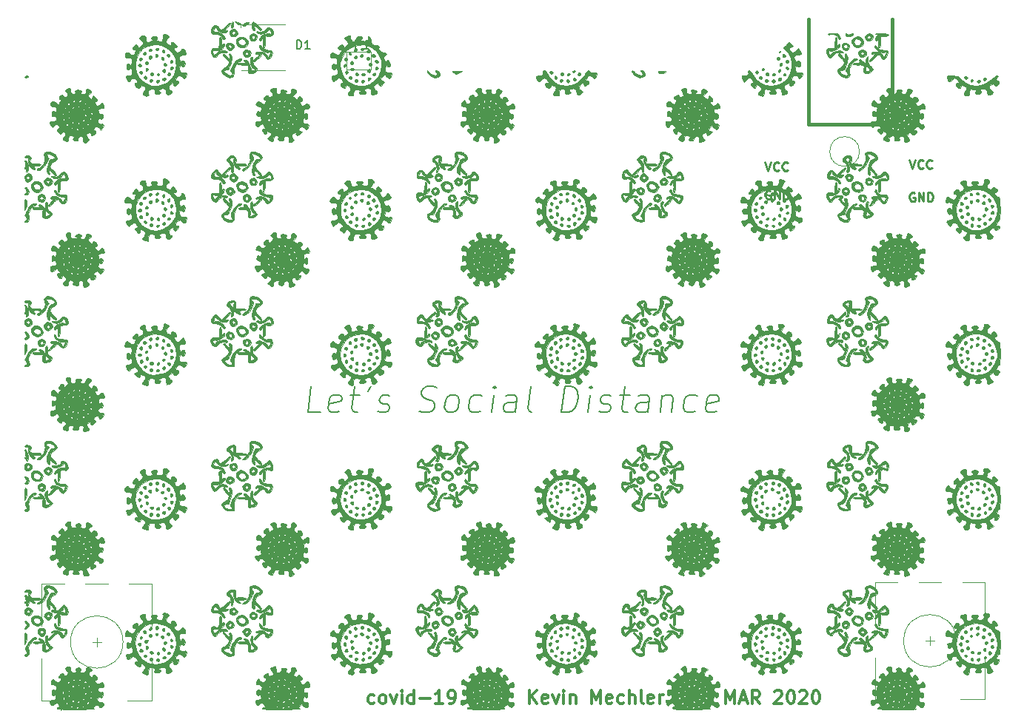
<source format=gto>
G04 #@! TF.GenerationSoftware,KiCad,Pcbnew,(5.1.4)-1*
G04 #@! TF.CreationDate,2020-03-19T20:30:49-05:00*
G04 #@! TF.ProjectId,lets_split,6c657473-5f73-4706-9c69-742e6b696361,rev?*
G04 #@! TF.SameCoordinates,Original*
G04 #@! TF.FileFunction,Legend,Top*
G04 #@! TF.FilePolarity,Positive*
%FSLAX46Y46*%
G04 Gerber Fmt 4.6, Leading zero omitted, Abs format (unit mm)*
G04 Created by KiCad (PCBNEW (5.1.4)-1) date 2020-03-19 20:30:49*
%MOMM*%
%LPD*%
G04 APERTURE LIST*
%ADD10C,0.300000*%
%ADD11C,0.150000*%
%ADD12C,0.250000*%
%ADD13C,0.010000*%
%ADD14C,0.120000*%
%ADD15C,0.381000*%
G04 APERTURE END LIST*
D10*
X77214285Y-111107142D02*
X77071428Y-111178571D01*
X76785714Y-111178571D01*
X76642857Y-111107142D01*
X76571428Y-111035714D01*
X76500000Y-110892857D01*
X76500000Y-110464285D01*
X76571428Y-110321428D01*
X76642857Y-110250000D01*
X76785714Y-110178571D01*
X77071428Y-110178571D01*
X77214285Y-110250000D01*
X78071428Y-111178571D02*
X77928571Y-111107142D01*
X77857142Y-111035714D01*
X77785714Y-110892857D01*
X77785714Y-110464285D01*
X77857142Y-110321428D01*
X77928571Y-110250000D01*
X78071428Y-110178571D01*
X78285714Y-110178571D01*
X78428571Y-110250000D01*
X78500000Y-110321428D01*
X78571428Y-110464285D01*
X78571428Y-110892857D01*
X78500000Y-111035714D01*
X78428571Y-111107142D01*
X78285714Y-111178571D01*
X78071428Y-111178571D01*
X79071428Y-110178571D02*
X79428571Y-111178571D01*
X79785714Y-110178571D01*
X80357142Y-111178571D02*
X80357142Y-110178571D01*
X80357142Y-109678571D02*
X80285714Y-109750000D01*
X80357142Y-109821428D01*
X80428571Y-109750000D01*
X80357142Y-109678571D01*
X80357142Y-109821428D01*
X81714285Y-111178571D02*
X81714285Y-109678571D01*
X81714285Y-111107142D02*
X81571428Y-111178571D01*
X81285714Y-111178571D01*
X81142857Y-111107142D01*
X81071428Y-111035714D01*
X81000000Y-110892857D01*
X81000000Y-110464285D01*
X81071428Y-110321428D01*
X81142857Y-110250000D01*
X81285714Y-110178571D01*
X81571428Y-110178571D01*
X81714285Y-110250000D01*
X82428571Y-110607142D02*
X83571428Y-110607142D01*
X85071428Y-111178571D02*
X84214285Y-111178571D01*
X84642857Y-111178571D02*
X84642857Y-109678571D01*
X84500000Y-109892857D01*
X84357142Y-110035714D01*
X84214285Y-110107142D01*
X85785714Y-111178571D02*
X86071428Y-111178571D01*
X86214285Y-111107142D01*
X86285714Y-111035714D01*
X86428571Y-110821428D01*
X86500000Y-110535714D01*
X86500000Y-109964285D01*
X86428571Y-109821428D01*
X86357142Y-109750000D01*
X86214285Y-109678571D01*
X85928571Y-109678571D01*
X85785714Y-109750000D01*
X85714285Y-109821428D01*
X85642857Y-109964285D01*
X85642857Y-110321428D01*
X85714285Y-110464285D01*
X85785714Y-110535714D01*
X85928571Y-110607142D01*
X86214285Y-110607142D01*
X86357142Y-110535714D01*
X86428571Y-110464285D01*
X86500000Y-110321428D01*
X117428571Y-111178571D02*
X117428571Y-109678571D01*
X117928571Y-110750000D01*
X118428571Y-109678571D01*
X118428571Y-111178571D01*
X119071428Y-110750000D02*
X119785714Y-110750000D01*
X118928571Y-111178571D02*
X119428571Y-109678571D01*
X119928571Y-111178571D01*
X121285714Y-111178571D02*
X120785714Y-110464285D01*
X120428571Y-111178571D02*
X120428571Y-109678571D01*
X121000000Y-109678571D01*
X121142857Y-109750000D01*
X121214285Y-109821428D01*
X121285714Y-109964285D01*
X121285714Y-110178571D01*
X121214285Y-110321428D01*
X121142857Y-110392857D01*
X121000000Y-110464285D01*
X120428571Y-110464285D01*
X123000000Y-109821428D02*
X123071428Y-109750000D01*
X123214285Y-109678571D01*
X123571428Y-109678571D01*
X123714285Y-109750000D01*
X123785714Y-109821428D01*
X123857142Y-109964285D01*
X123857142Y-110107142D01*
X123785714Y-110321428D01*
X122928571Y-111178571D01*
X123857142Y-111178571D01*
X124785714Y-109678571D02*
X124928571Y-109678571D01*
X125071428Y-109750000D01*
X125142857Y-109821428D01*
X125214285Y-109964285D01*
X125285714Y-110250000D01*
X125285714Y-110607142D01*
X125214285Y-110892857D01*
X125142857Y-111035714D01*
X125071428Y-111107142D01*
X124928571Y-111178571D01*
X124785714Y-111178571D01*
X124642857Y-111107142D01*
X124571428Y-111035714D01*
X124500000Y-110892857D01*
X124428571Y-110607142D01*
X124428571Y-110250000D01*
X124500000Y-109964285D01*
X124571428Y-109821428D01*
X124642857Y-109750000D01*
X124785714Y-109678571D01*
X125857142Y-109821428D02*
X125928571Y-109750000D01*
X126071428Y-109678571D01*
X126428571Y-109678571D01*
X126571428Y-109750000D01*
X126642857Y-109821428D01*
X126714285Y-109964285D01*
X126714285Y-110107142D01*
X126642857Y-110321428D01*
X125785714Y-111178571D01*
X126714285Y-111178571D01*
X127642857Y-109678571D02*
X127785714Y-109678571D01*
X127928571Y-109750000D01*
X128000000Y-109821428D01*
X128071428Y-109964285D01*
X128142857Y-110250000D01*
X128142857Y-110607142D01*
X128071428Y-110892857D01*
X128000000Y-111035714D01*
X127928571Y-111107142D01*
X127785714Y-111178571D01*
X127642857Y-111178571D01*
X127500000Y-111107142D01*
X127428571Y-111035714D01*
X127357142Y-110892857D01*
X127285714Y-110607142D01*
X127285714Y-110250000D01*
X127357142Y-109964285D01*
X127428571Y-109821428D01*
X127500000Y-109750000D01*
X127642857Y-109678571D01*
X94964285Y-111178571D02*
X94964285Y-109678571D01*
X95821428Y-111178571D02*
X95178571Y-110321428D01*
X95821428Y-109678571D02*
X94964285Y-110535714D01*
X97035714Y-111107142D02*
X96892857Y-111178571D01*
X96607142Y-111178571D01*
X96464285Y-111107142D01*
X96392857Y-110964285D01*
X96392857Y-110392857D01*
X96464285Y-110250000D01*
X96607142Y-110178571D01*
X96892857Y-110178571D01*
X97035714Y-110250000D01*
X97107142Y-110392857D01*
X97107142Y-110535714D01*
X96392857Y-110678571D01*
X97607142Y-110178571D02*
X97964285Y-111178571D01*
X98321428Y-110178571D01*
X98892857Y-111178571D02*
X98892857Y-110178571D01*
X98892857Y-109678571D02*
X98821428Y-109750000D01*
X98892857Y-109821428D01*
X98964285Y-109750000D01*
X98892857Y-109678571D01*
X98892857Y-109821428D01*
X99607142Y-110178571D02*
X99607142Y-111178571D01*
X99607142Y-110321428D02*
X99678571Y-110250000D01*
X99821428Y-110178571D01*
X100035714Y-110178571D01*
X100178571Y-110250000D01*
X100250000Y-110392857D01*
X100250000Y-111178571D01*
X102107142Y-111178571D02*
X102107142Y-109678571D01*
X102607142Y-110750000D01*
X103107142Y-109678571D01*
X103107142Y-111178571D01*
X104392857Y-111107142D02*
X104250000Y-111178571D01*
X103964285Y-111178571D01*
X103821428Y-111107142D01*
X103750000Y-110964285D01*
X103750000Y-110392857D01*
X103821428Y-110250000D01*
X103964285Y-110178571D01*
X104250000Y-110178571D01*
X104392857Y-110250000D01*
X104464285Y-110392857D01*
X104464285Y-110535714D01*
X103750000Y-110678571D01*
X105750000Y-111107142D02*
X105607142Y-111178571D01*
X105321428Y-111178571D01*
X105178571Y-111107142D01*
X105107142Y-111035714D01*
X105035714Y-110892857D01*
X105035714Y-110464285D01*
X105107142Y-110321428D01*
X105178571Y-110250000D01*
X105321428Y-110178571D01*
X105607142Y-110178571D01*
X105750000Y-110250000D01*
X106392857Y-111178571D02*
X106392857Y-109678571D01*
X107035714Y-111178571D02*
X107035714Y-110392857D01*
X106964285Y-110250000D01*
X106821428Y-110178571D01*
X106607142Y-110178571D01*
X106464285Y-110250000D01*
X106392857Y-110321428D01*
X107964285Y-111178571D02*
X107821428Y-111107142D01*
X107750000Y-110964285D01*
X107750000Y-109678571D01*
X109107142Y-111107142D02*
X108964285Y-111178571D01*
X108678571Y-111178571D01*
X108535714Y-111107142D01*
X108464285Y-110964285D01*
X108464285Y-110392857D01*
X108535714Y-110250000D01*
X108678571Y-110178571D01*
X108964285Y-110178571D01*
X109107142Y-110250000D01*
X109178571Y-110392857D01*
X109178571Y-110535714D01*
X108464285Y-110678571D01*
X109821428Y-111178571D02*
X109821428Y-110178571D01*
X109821428Y-110464285D02*
X109892857Y-110321428D01*
X109964285Y-110250000D01*
X110107142Y-110178571D01*
X110250000Y-110178571D01*
D11*
X71045848Y-77857142D02*
X69617276Y-77857142D01*
X69992276Y-74857142D01*
X73206562Y-77714285D02*
X72902991Y-77857142D01*
X72331562Y-77857142D01*
X72063705Y-77714285D01*
X71956562Y-77428571D01*
X72099419Y-76285714D01*
X72277991Y-76000000D01*
X72581562Y-75857142D01*
X73152991Y-75857142D01*
X73420848Y-76000000D01*
X73527991Y-76285714D01*
X73492276Y-76571428D01*
X72027991Y-76857142D01*
X74438705Y-75857142D02*
X75581562Y-75857142D01*
X74992276Y-74857142D02*
X74670848Y-77428571D01*
X74777991Y-77714285D01*
X75045848Y-77857142D01*
X75331562Y-77857142D01*
X76849419Y-74857142D02*
X76492276Y-75428571D01*
X77635133Y-77714285D02*
X77902991Y-77857142D01*
X78474419Y-77857142D01*
X78777991Y-77714285D01*
X78956562Y-77428571D01*
X78974419Y-77285714D01*
X78867276Y-77000000D01*
X78599419Y-76857142D01*
X78170848Y-76857142D01*
X77902991Y-76714285D01*
X77795848Y-76428571D01*
X77813705Y-76285714D01*
X77992276Y-76000000D01*
X78295848Y-75857142D01*
X78724419Y-75857142D01*
X78992276Y-76000000D01*
X82349419Y-77714285D02*
X82760133Y-77857142D01*
X83474419Y-77857142D01*
X83777991Y-77714285D01*
X83938705Y-77571428D01*
X84117276Y-77285714D01*
X84152991Y-77000000D01*
X84045848Y-76714285D01*
X83920848Y-76571428D01*
X83652991Y-76428571D01*
X83099419Y-76285714D01*
X82831562Y-76142857D01*
X82706562Y-76000000D01*
X82599419Y-75714285D01*
X82635133Y-75428571D01*
X82813705Y-75142857D01*
X82974419Y-75000000D01*
X83277991Y-74857142D01*
X83992276Y-74857142D01*
X84402991Y-75000000D01*
X85760133Y-77857142D02*
X85492276Y-77714285D01*
X85367276Y-77571428D01*
X85260133Y-77285714D01*
X85367276Y-76428571D01*
X85545848Y-76142857D01*
X85706562Y-76000000D01*
X86010133Y-75857142D01*
X86438705Y-75857142D01*
X86706562Y-76000000D01*
X86831562Y-76142857D01*
X86938705Y-76428571D01*
X86831562Y-77285714D01*
X86652991Y-77571428D01*
X86492276Y-77714285D01*
X86188705Y-77857142D01*
X85760133Y-77857142D01*
X89349419Y-77714285D02*
X89045848Y-77857142D01*
X88474419Y-77857142D01*
X88206562Y-77714285D01*
X88081562Y-77571428D01*
X87974419Y-77285714D01*
X88081562Y-76428571D01*
X88260133Y-76142857D01*
X88420848Y-76000000D01*
X88724419Y-75857142D01*
X89295848Y-75857142D01*
X89563705Y-76000000D01*
X90617276Y-77857142D02*
X90867276Y-75857142D01*
X90992276Y-74857142D02*
X90831562Y-75000000D01*
X90956562Y-75142857D01*
X91117276Y-75000000D01*
X90992276Y-74857142D01*
X90956562Y-75142857D01*
X93331562Y-77857142D02*
X93527991Y-76285714D01*
X93420848Y-76000000D01*
X93152991Y-75857142D01*
X92581562Y-75857142D01*
X92277991Y-76000000D01*
X93349419Y-77714285D02*
X93045848Y-77857142D01*
X92331562Y-77857142D01*
X92063705Y-77714285D01*
X91956562Y-77428571D01*
X91992276Y-77142857D01*
X92170848Y-76857142D01*
X92474419Y-76714285D01*
X93188705Y-76714285D01*
X93492276Y-76571428D01*
X95188705Y-77857142D02*
X94920848Y-77714285D01*
X94813705Y-77428571D01*
X95135133Y-74857142D01*
X98617276Y-77857142D02*
X98992276Y-74857142D01*
X99706562Y-74857142D01*
X100117276Y-75000000D01*
X100367276Y-75285714D01*
X100474419Y-75571428D01*
X100545848Y-76142857D01*
X100492276Y-76571428D01*
X100277991Y-77142857D01*
X100099419Y-77428571D01*
X99777991Y-77714285D01*
X99331562Y-77857142D01*
X98617276Y-77857142D01*
X101617276Y-77857142D02*
X101867276Y-75857142D01*
X101992276Y-74857142D02*
X101831562Y-75000000D01*
X101956562Y-75142857D01*
X102117276Y-75000000D01*
X101992276Y-74857142D01*
X101956562Y-75142857D01*
X102920848Y-77714285D02*
X103188705Y-77857142D01*
X103760133Y-77857142D01*
X104063705Y-77714285D01*
X104242276Y-77428571D01*
X104260133Y-77285714D01*
X104152991Y-77000000D01*
X103885133Y-76857142D01*
X103456562Y-76857142D01*
X103188705Y-76714285D01*
X103081562Y-76428571D01*
X103099419Y-76285714D01*
X103277991Y-76000000D01*
X103581562Y-75857142D01*
X104010133Y-75857142D01*
X104277991Y-76000000D01*
X105295848Y-75857142D02*
X106438705Y-75857142D01*
X105849419Y-74857142D02*
X105527991Y-77428571D01*
X105635133Y-77714285D01*
X105902991Y-77857142D01*
X106188705Y-77857142D01*
X108474419Y-77857142D02*
X108670848Y-76285714D01*
X108563705Y-76000000D01*
X108295848Y-75857142D01*
X107724419Y-75857142D01*
X107420848Y-76000000D01*
X108492276Y-77714285D02*
X108188705Y-77857142D01*
X107474419Y-77857142D01*
X107206562Y-77714285D01*
X107099419Y-77428571D01*
X107135133Y-77142857D01*
X107313705Y-76857142D01*
X107617276Y-76714285D01*
X108331562Y-76714285D01*
X108635133Y-76571428D01*
X110152991Y-75857142D02*
X109902991Y-77857142D01*
X110117276Y-76142857D02*
X110277991Y-76000000D01*
X110581562Y-75857142D01*
X111010133Y-75857142D01*
X111277991Y-76000000D01*
X111385133Y-76285714D01*
X111188705Y-77857142D01*
X113920848Y-77714285D02*
X113617276Y-77857142D01*
X113045848Y-77857142D01*
X112777991Y-77714285D01*
X112652991Y-77571428D01*
X112545848Y-77285714D01*
X112652991Y-76428571D01*
X112831562Y-76142857D01*
X112992276Y-76000000D01*
X113295848Y-75857142D01*
X113867276Y-75857142D01*
X114135133Y-76000000D01*
X116349419Y-77714285D02*
X116045848Y-77857142D01*
X115474419Y-77857142D01*
X115206562Y-77714285D01*
X115099419Y-77428571D01*
X115242276Y-76285714D01*
X115420848Y-76000000D01*
X115724419Y-75857142D01*
X116295848Y-75857142D01*
X116563705Y-76000000D01*
X116670848Y-76285714D01*
X116635133Y-76571428D01*
X115170848Y-76857142D01*
D12*
X122488095Y-52500000D02*
X122392857Y-52452380D01*
X122250000Y-52452380D01*
X122107142Y-52500000D01*
X122011904Y-52595238D01*
X121964285Y-52690476D01*
X121916666Y-52880952D01*
X121916666Y-53023809D01*
X121964285Y-53214285D01*
X122011904Y-53309523D01*
X122107142Y-53404761D01*
X122250000Y-53452380D01*
X122345238Y-53452380D01*
X122488095Y-53404761D01*
X122535714Y-53357142D01*
X122535714Y-53023809D01*
X122345238Y-53023809D01*
X122964285Y-53452380D02*
X122964285Y-52452380D01*
X123535714Y-53452380D01*
X123535714Y-52452380D01*
X124011904Y-53452380D02*
X124011904Y-52452380D01*
X124250000Y-52452380D01*
X124392857Y-52500000D01*
X124488095Y-52595238D01*
X124535714Y-52690476D01*
X124583333Y-52880952D01*
X124583333Y-53023809D01*
X124535714Y-53214285D01*
X124488095Y-53309523D01*
X124392857Y-53404761D01*
X124250000Y-53452380D01*
X124011904Y-53452380D01*
X121916666Y-49202380D02*
X122250000Y-50202380D01*
X122583333Y-49202380D01*
X123488095Y-50107142D02*
X123440476Y-50154761D01*
X123297619Y-50202380D01*
X123202380Y-50202380D01*
X123059523Y-50154761D01*
X122964285Y-50059523D01*
X122916666Y-49964285D01*
X122869047Y-49773809D01*
X122869047Y-49630952D01*
X122916666Y-49440476D01*
X122964285Y-49345238D01*
X123059523Y-49250000D01*
X123202380Y-49202380D01*
X123297619Y-49202380D01*
X123440476Y-49250000D01*
X123488095Y-49297619D01*
X124488095Y-50107142D02*
X124440476Y-50154761D01*
X124297619Y-50202380D01*
X124202380Y-50202380D01*
X124059523Y-50154761D01*
X123964285Y-50059523D01*
X123916666Y-49964285D01*
X123869047Y-49773809D01*
X123869047Y-49630952D01*
X123916666Y-49440476D01*
X123964285Y-49345238D01*
X124059523Y-49250000D01*
X124202380Y-49202380D01*
X124297619Y-49202380D01*
X124440476Y-49250000D01*
X124488095Y-49297619D01*
X138988095Y-52750000D02*
X138892857Y-52702380D01*
X138750000Y-52702380D01*
X138607142Y-52750000D01*
X138511904Y-52845238D01*
X138464285Y-52940476D01*
X138416666Y-53130952D01*
X138416666Y-53273809D01*
X138464285Y-53464285D01*
X138511904Y-53559523D01*
X138607142Y-53654761D01*
X138750000Y-53702380D01*
X138845238Y-53702380D01*
X138988095Y-53654761D01*
X139035714Y-53607142D01*
X139035714Y-53273809D01*
X138845238Y-53273809D01*
X139464285Y-53702380D02*
X139464285Y-52702380D01*
X140035714Y-53702380D01*
X140035714Y-52702380D01*
X140511904Y-53702380D02*
X140511904Y-52702380D01*
X140750000Y-52702380D01*
X140892857Y-52750000D01*
X140988095Y-52845238D01*
X141035714Y-52940476D01*
X141083333Y-53130952D01*
X141083333Y-53273809D01*
X141035714Y-53464285D01*
X140988095Y-53559523D01*
X140892857Y-53654761D01*
X140750000Y-53702380D01*
X140511904Y-53702380D01*
X138416666Y-48952380D02*
X138750000Y-49952380D01*
X139083333Y-48952380D01*
X139988095Y-49857142D02*
X139940476Y-49904761D01*
X139797619Y-49952380D01*
X139702380Y-49952380D01*
X139559523Y-49904761D01*
X139464285Y-49809523D01*
X139416666Y-49714285D01*
X139369047Y-49523809D01*
X139369047Y-49380952D01*
X139416666Y-49190476D01*
X139464285Y-49095238D01*
X139559523Y-49000000D01*
X139702380Y-48952380D01*
X139797619Y-48952380D01*
X139940476Y-49000000D01*
X139988095Y-49047619D01*
X140988095Y-49857142D02*
X140940476Y-49904761D01*
X140797619Y-49952380D01*
X140702380Y-49952380D01*
X140559523Y-49904761D01*
X140464285Y-49809523D01*
X140416666Y-49714285D01*
X140369047Y-49523809D01*
X140369047Y-49380952D01*
X140416666Y-49190476D01*
X140464285Y-49095238D01*
X140559523Y-49000000D01*
X140702380Y-48952380D01*
X140797619Y-48952380D01*
X140940476Y-49000000D01*
X140988095Y-49047619D01*
D13*
G36*
X75982876Y-36245119D02*
G01*
X75958646Y-36359240D01*
X75822908Y-36424362D01*
X75690007Y-36376236D01*
X75668235Y-36292549D01*
X75739841Y-36166954D01*
X75842549Y-36162099D01*
X75982876Y-36245119D01*
X75982876Y-36245119D01*
G37*
X75982876Y-36245119D02*
X75958646Y-36359240D01*
X75822908Y-36424362D01*
X75690007Y-36376236D01*
X75668235Y-36292549D01*
X75739841Y-36166954D01*
X75842549Y-36162099D01*
X75982876Y-36245119D01*
G36*
X75210261Y-36216405D02*
G01*
X75272657Y-36381368D01*
X75181760Y-36514098D01*
X75070588Y-36541568D01*
X74909038Y-36483761D01*
X74871372Y-36402813D01*
X74943492Y-36260674D01*
X75093806Y-36185600D01*
X75210261Y-36216405D01*
X75210261Y-36216405D01*
G37*
X75210261Y-36216405D02*
X75272657Y-36381368D01*
X75181760Y-36514098D01*
X75070588Y-36541568D01*
X74909038Y-36483761D01*
X74871372Y-36402813D01*
X74943492Y-36260674D01*
X75093806Y-36185600D01*
X75210261Y-36216405D01*
G36*
X76726210Y-36402106D02*
G01*
X76763921Y-36485886D01*
X76697105Y-36660215D01*
X76514795Y-36677325D01*
X76490000Y-36669238D01*
X76372959Y-36556695D01*
X76398410Y-36418301D01*
X76546029Y-36342996D01*
X76564706Y-36342352D01*
X76726210Y-36402106D01*
X76726210Y-36402106D01*
G37*
X76726210Y-36402106D02*
X76763921Y-36485886D01*
X76697105Y-36660215D01*
X76514795Y-36677325D01*
X76490000Y-36669238D01*
X76372959Y-36556695D01*
X76398410Y-36418301D01*
X76546029Y-36342996D01*
X76564706Y-36342352D01*
X76726210Y-36402106D01*
G36*
X74491300Y-36639489D02*
G01*
X74553586Y-36765686D01*
X74514737Y-36913819D01*
X74423137Y-36940000D01*
X74297089Y-36868520D01*
X74291323Y-36785326D01*
X74377519Y-36632327D01*
X74491300Y-36639489D01*
X74491300Y-36639489D01*
G37*
X74491300Y-36639489D02*
X74553586Y-36765686D01*
X74514737Y-36913819D01*
X74423137Y-36940000D01*
X74297089Y-36868520D01*
X74291323Y-36785326D01*
X74377519Y-36632327D01*
X74491300Y-36639489D01*
G36*
X77285634Y-36954271D02*
G01*
X77311764Y-37032671D01*
X77242809Y-37180938D01*
X77099841Y-37214669D01*
X77031617Y-37174493D01*
X76959664Y-37015122D01*
X77015718Y-36884775D01*
X77137451Y-36859354D01*
X77285634Y-36954271D01*
X77285634Y-36954271D01*
G37*
X77285634Y-36954271D02*
X77311764Y-37032671D01*
X77242809Y-37180938D01*
X77099841Y-37214669D01*
X77031617Y-37174493D01*
X76959664Y-37015122D01*
X77015718Y-36884775D01*
X77137451Y-36859354D01*
X77285634Y-36954271D01*
G36*
X75944926Y-36916413D02*
G01*
X75949460Y-37006451D01*
X75857306Y-37172481D01*
X75715840Y-37215182D01*
X75621681Y-37144473D01*
X75605299Y-36973477D01*
X75736100Y-36856031D01*
X75830829Y-36840392D01*
X75944926Y-36916413D01*
X75944926Y-36916413D01*
G37*
X75944926Y-36916413D02*
X75949460Y-37006451D01*
X75857306Y-37172481D01*
X75715840Y-37215182D01*
X75621681Y-37144473D01*
X75605299Y-36973477D01*
X75736100Y-36856031D01*
X75830829Y-36840392D01*
X75944926Y-36916413D01*
G36*
X75213024Y-37127929D02*
G01*
X75198702Y-37248479D01*
X75086965Y-37359298D01*
X74961635Y-37386669D01*
X74936913Y-37370769D01*
X74875166Y-37220639D01*
X74871372Y-37172418D01*
X74944906Y-37062451D01*
X75095984Y-37047460D01*
X75213024Y-37127929D01*
X75213024Y-37127929D01*
G37*
X75213024Y-37127929D02*
X75198702Y-37248479D01*
X75086965Y-37359298D01*
X74961635Y-37386669D01*
X74936913Y-37370769D01*
X74875166Y-37220639D01*
X74871372Y-37172418D01*
X74944906Y-37062451D01*
X75095984Y-37047460D01*
X75213024Y-37127929D01*
G36*
X76548625Y-37187839D02*
G01*
X76575948Y-37210222D01*
X76631717Y-37367294D01*
X76559066Y-37506137D01*
X76465098Y-37537647D01*
X76337347Y-37465089D01*
X76310322Y-37429360D01*
X76298686Y-37277450D01*
X76404073Y-37175533D01*
X76548625Y-37187839D01*
X76548625Y-37187839D01*
G37*
X76548625Y-37187839D02*
X76575948Y-37210222D01*
X76631717Y-37367294D01*
X76559066Y-37506137D01*
X76465098Y-37537647D01*
X76337347Y-37465089D01*
X76310322Y-37429360D01*
X76298686Y-37277450D01*
X76404073Y-37175533D01*
X76548625Y-37187839D01*
G36*
X74151985Y-37314845D02*
G01*
X74156519Y-37404883D01*
X74064365Y-37570913D01*
X73922899Y-37613613D01*
X73828739Y-37542905D01*
X73812358Y-37371908D01*
X73943159Y-37254462D01*
X74037888Y-37238823D01*
X74151985Y-37314845D01*
X74151985Y-37314845D01*
G37*
X74151985Y-37314845D02*
X74156519Y-37404883D01*
X74064365Y-37570913D01*
X73922899Y-37613613D01*
X73828739Y-37542905D01*
X73812358Y-37371908D01*
X73943159Y-37254462D01*
X74037888Y-37238823D01*
X74151985Y-37314845D01*
G36*
X77622681Y-37597400D02*
G01*
X77660392Y-37681180D01*
X77599712Y-37854429D01*
X77457755Y-37870102D01*
X77377514Y-37812572D01*
X77268599Y-37645024D01*
X77341162Y-37552317D01*
X77461176Y-37537647D01*
X77622681Y-37597400D01*
X77622681Y-37597400D01*
G37*
X77622681Y-37597400D02*
X77660392Y-37681180D01*
X77599712Y-37854429D01*
X77457755Y-37870102D01*
X77377514Y-37812572D01*
X77268599Y-37645024D01*
X77341162Y-37552317D01*
X77461176Y-37537647D01*
X77622681Y-37597400D01*
G36*
X74744033Y-37720297D02*
G01*
X74771764Y-37836470D01*
X74709482Y-37998710D01*
X74622353Y-38035686D01*
X74500672Y-37952643D01*
X74472941Y-37836470D01*
X74535223Y-37674230D01*
X74622353Y-37637254D01*
X74744033Y-37720297D01*
X74744033Y-37720297D01*
G37*
X74744033Y-37720297D02*
X74771764Y-37836470D01*
X74709482Y-37998710D01*
X74622353Y-38035686D01*
X74500672Y-37952643D01*
X74472941Y-37836470D01*
X74535223Y-37674230D01*
X74622353Y-37637254D01*
X74744033Y-37720297D01*
G36*
X76941004Y-37912492D02*
G01*
X76945539Y-38002530D01*
X76853385Y-38168560D01*
X76711918Y-38211260D01*
X76617759Y-38140552D01*
X76601377Y-37969555D01*
X76732178Y-37852109D01*
X76826907Y-37836470D01*
X76941004Y-37912492D01*
X76941004Y-37912492D01*
G37*
X76941004Y-37912492D02*
X76945539Y-38002530D01*
X76853385Y-38168560D01*
X76711918Y-38211260D01*
X76617759Y-38140552D01*
X76601377Y-37969555D01*
X76732178Y-37852109D01*
X76826907Y-37836470D01*
X76941004Y-37912492D01*
G36*
X73969403Y-38067408D02*
G01*
X73974902Y-38126993D01*
X73911625Y-38298226D01*
X73818186Y-38334509D01*
X73698508Y-38259828D01*
X73693676Y-38168450D01*
X73776857Y-38002414D01*
X73891949Y-37965315D01*
X73969403Y-38067408D01*
X73969403Y-38067408D01*
G37*
X73969403Y-38067408D02*
X73974902Y-38126993D01*
X73911625Y-38298226D01*
X73818186Y-38334509D01*
X73698508Y-38259828D01*
X73693676Y-38168450D01*
X73776857Y-38002414D01*
X73891949Y-37965315D01*
X73969403Y-38067408D01*
G36*
X77549647Y-38277823D02*
G01*
X77650049Y-38414944D01*
X77635127Y-38564744D01*
X77516859Y-38633333D01*
X77355782Y-38585563D01*
X77324215Y-38553871D01*
X77320057Y-38410487D01*
X77417135Y-38289356D01*
X77545919Y-38275622D01*
X77549647Y-38277823D01*
X77549647Y-38277823D01*
G37*
X77549647Y-38277823D02*
X77650049Y-38414944D01*
X77635127Y-38564744D01*
X77516859Y-38633333D01*
X77355782Y-38585563D01*
X77324215Y-38553871D01*
X77320057Y-38410487D01*
X77417135Y-38289356D01*
X77545919Y-38275622D01*
X77549647Y-38277823D01*
G36*
X74834397Y-38496399D02*
G01*
X74871372Y-38583529D01*
X74797379Y-38708951D01*
X74640057Y-38725435D01*
X74539346Y-38666535D01*
X74475530Y-38524386D01*
X74587903Y-38441872D01*
X74672157Y-38434117D01*
X74834397Y-38496399D01*
X74834397Y-38496399D01*
G37*
X74834397Y-38496399D02*
X74871372Y-38583529D01*
X74797379Y-38708951D01*
X74640057Y-38725435D01*
X74539346Y-38666535D01*
X74475530Y-38524386D01*
X74587903Y-38441872D01*
X74672157Y-38434117D01*
X74834397Y-38496399D01*
G36*
X76653177Y-38576646D02*
G01*
X76753578Y-38713767D01*
X76738657Y-38863568D01*
X76620388Y-38932156D01*
X76459311Y-38884387D01*
X76427745Y-38852695D01*
X76423587Y-38709310D01*
X76520665Y-38588180D01*
X76649448Y-38574446D01*
X76653177Y-38576646D01*
X76653177Y-38576646D01*
G37*
X76653177Y-38576646D02*
X76753578Y-38713767D01*
X76738657Y-38863568D01*
X76620388Y-38932156D01*
X76459311Y-38884387D01*
X76427745Y-38852695D01*
X76423587Y-38709310D01*
X76520665Y-38588180D01*
X76649448Y-38574446D01*
X76653177Y-38576646D01*
G36*
X74156831Y-38809661D02*
G01*
X74174117Y-38876474D01*
X74118975Y-39039513D01*
X74001294Y-39094930D01*
X73938991Y-39062259D01*
X73874248Y-38903902D01*
X73933780Y-38765491D01*
X74024706Y-38732941D01*
X74156831Y-38809661D01*
X74156831Y-38809661D01*
G37*
X74156831Y-38809661D02*
X74174117Y-38876474D01*
X74118975Y-39039513D01*
X74001294Y-39094930D01*
X73938991Y-39062259D01*
X73874248Y-38903902D01*
X73933780Y-38765491D01*
X74024706Y-38732941D01*
X74156831Y-38809661D01*
G36*
X77296027Y-38999426D02*
G01*
X77357774Y-39149556D01*
X77361568Y-39197777D01*
X77288035Y-39307745D01*
X77136956Y-39322735D01*
X77019916Y-39242266D01*
X77034239Y-39121717D01*
X77145975Y-39010897D01*
X77271306Y-38983526D01*
X77296027Y-38999426D01*
X77296027Y-38999426D01*
G37*
X77296027Y-38999426D02*
X77357774Y-39149556D01*
X77361568Y-39197777D01*
X77288035Y-39307745D01*
X77136956Y-39322735D01*
X77019916Y-39242266D01*
X77034239Y-39121717D01*
X77145975Y-39010897D01*
X77271306Y-38983526D01*
X77296027Y-38999426D01*
G36*
X76129299Y-39094046D02*
G01*
X76166274Y-39181176D01*
X76083232Y-39302856D01*
X75967058Y-39330588D01*
X75804818Y-39268306D01*
X75767843Y-39181176D01*
X75850885Y-39059496D01*
X75967058Y-39031764D01*
X76129299Y-39094046D01*
X76129299Y-39094046D01*
G37*
X76129299Y-39094046D02*
X76166274Y-39181176D01*
X76083232Y-39302856D01*
X75967058Y-39330588D01*
X75804818Y-39268306D01*
X75767843Y-39181176D01*
X75850885Y-39059496D01*
X75967058Y-39031764D01*
X76129299Y-39094046D01*
G36*
X75341680Y-39015199D02*
G01*
X75369411Y-39131372D01*
X75319563Y-39304901D01*
X75195544Y-39310548D01*
X75136993Y-39264183D01*
X75069952Y-39104650D01*
X75127560Y-38965606D01*
X75220000Y-38932156D01*
X75341680Y-39015199D01*
X75341680Y-39015199D01*
G37*
X75341680Y-39015199D02*
X75369411Y-39131372D01*
X75319563Y-39304901D01*
X75195544Y-39310548D01*
X75136993Y-39264183D01*
X75069952Y-39104650D01*
X75127560Y-38965606D01*
X75220000Y-38932156D01*
X75341680Y-39015199D01*
G36*
X74556468Y-39379212D02*
G01*
X74583791Y-39401595D01*
X74639560Y-39558666D01*
X74566909Y-39697510D01*
X74472941Y-39729019D01*
X74345190Y-39656461D01*
X74318165Y-39620732D01*
X74306529Y-39468823D01*
X74411916Y-39366905D01*
X74556468Y-39379212D01*
X74556468Y-39379212D01*
G37*
X74556468Y-39379212D02*
X74583791Y-39401595D01*
X74639560Y-39558666D01*
X74566909Y-39697510D01*
X74472941Y-39729019D01*
X74345190Y-39656461D01*
X74318165Y-39620732D01*
X74306529Y-39468823D01*
X74411916Y-39366905D01*
X74556468Y-39379212D01*
G36*
X76806750Y-39618125D02*
G01*
X76792427Y-39738675D01*
X76680691Y-39849494D01*
X76555360Y-39876865D01*
X76530639Y-39860965D01*
X76468892Y-39710835D01*
X76465098Y-39662614D01*
X76538631Y-39552647D01*
X76689710Y-39537656D01*
X76806750Y-39618125D01*
X76806750Y-39618125D01*
G37*
X76806750Y-39618125D02*
X76792427Y-39738675D01*
X76680691Y-39849494D01*
X76555360Y-39876865D01*
X76530639Y-39860965D01*
X76468892Y-39710835D01*
X76465098Y-39662614D01*
X76538631Y-39552647D01*
X76689710Y-39537656D01*
X76806750Y-39618125D01*
G36*
X75303076Y-39829798D02*
G01*
X75340174Y-39944890D01*
X75238081Y-40022344D01*
X75178496Y-40027843D01*
X75007264Y-39964566D01*
X74970980Y-39871127D01*
X75045661Y-39751449D01*
X75137040Y-39746617D01*
X75303076Y-39829798D01*
X75303076Y-39829798D01*
G37*
X75303076Y-39829798D02*
X75340174Y-39944890D01*
X75238081Y-40022344D01*
X75178496Y-40027843D01*
X75007264Y-39964566D01*
X74970980Y-39871127D01*
X75045661Y-39751449D01*
X75137040Y-39746617D01*
X75303076Y-39829798D01*
G36*
X76001125Y-39796289D02*
G01*
X76062872Y-39946419D01*
X76066666Y-39994640D01*
X75993133Y-40104607D01*
X75842054Y-40119598D01*
X75725014Y-40039129D01*
X75739337Y-39918579D01*
X75851073Y-39807760D01*
X75976404Y-39780389D01*
X76001125Y-39796289D01*
X76001125Y-39796289D01*
G37*
X76001125Y-39796289D02*
X76062872Y-39946419D01*
X76066666Y-39994640D01*
X75993133Y-40104607D01*
X75842054Y-40119598D01*
X75725014Y-40039129D01*
X75739337Y-39918579D01*
X75851073Y-39807760D01*
X75976404Y-39780389D01*
X76001125Y-39796289D01*
G36*
X52522240Y-36205419D02*
G01*
X52559215Y-36292549D01*
X52476173Y-36414229D01*
X52360000Y-36441960D01*
X52197759Y-36379678D01*
X52160784Y-36292549D01*
X52243827Y-36170868D01*
X52360000Y-36143137D01*
X52522240Y-36205419D01*
X52522240Y-36205419D01*
G37*
X52522240Y-36205419D02*
X52559215Y-36292549D01*
X52476173Y-36414229D01*
X52360000Y-36441960D01*
X52197759Y-36379678D01*
X52160784Y-36292549D01*
X52243827Y-36170868D01*
X52360000Y-36143137D01*
X52522240Y-36205419D01*
G36*
X51745747Y-36322607D02*
G01*
X51762353Y-36392156D01*
X51688073Y-36517450D01*
X51531010Y-36534824D01*
X51433034Y-36477871D01*
X51409869Y-36355992D01*
X51523840Y-36259297D01*
X51618819Y-36242745D01*
X51745747Y-36322607D01*
X51745747Y-36322607D01*
G37*
X51745747Y-36322607D02*
X51762353Y-36392156D01*
X51688073Y-36517450D01*
X51531010Y-36534824D01*
X51433034Y-36477871D01*
X51409869Y-36355992D01*
X51523840Y-36259297D01*
X51618819Y-36242745D01*
X51745747Y-36322607D01*
G36*
X53239184Y-36419072D02*
G01*
X53256470Y-36485886D01*
X53201328Y-36648924D01*
X53083647Y-36704342D01*
X53021344Y-36671671D01*
X52956601Y-36513314D01*
X53016133Y-36374903D01*
X53107058Y-36342352D01*
X53239184Y-36419072D01*
X53239184Y-36419072D01*
G37*
X53239184Y-36419072D02*
X53256470Y-36485886D01*
X53201328Y-36648924D01*
X53083647Y-36704342D01*
X53021344Y-36671671D01*
X52956601Y-36513314D01*
X53016133Y-36374903D01*
X53107058Y-36342352D01*
X53239184Y-36419072D01*
G36*
X51111225Y-36636217D02*
G01*
X51117590Y-36645526D01*
X51129640Y-36809065D01*
X51114902Y-36840392D01*
X50980678Y-36932480D01*
X50831565Y-36912670D01*
X50766274Y-36801245D01*
X50836010Y-36659158D01*
X50982402Y-36590227D01*
X51111225Y-36636217D01*
X51111225Y-36636217D01*
G37*
X51111225Y-36636217D02*
X51117590Y-36645526D01*
X51129640Y-36809065D01*
X51114902Y-36840392D01*
X50980678Y-36932480D01*
X50831565Y-36912670D01*
X50766274Y-36801245D01*
X50836010Y-36659158D01*
X50982402Y-36590227D01*
X51111225Y-36636217D01*
G36*
X53831274Y-36913925D02*
G01*
X53846264Y-37065004D01*
X53765796Y-37182044D01*
X53636930Y-37164556D01*
X53567444Y-37104052D01*
X53511110Y-36943039D01*
X53629247Y-36849942D01*
X53721307Y-36840392D01*
X53831274Y-36913925D01*
X53831274Y-36913925D01*
G37*
X53831274Y-36913925D02*
X53846264Y-37065004D01*
X53765796Y-37182044D01*
X53636930Y-37164556D01*
X53567444Y-37104052D01*
X53511110Y-36943039D01*
X53629247Y-36849942D01*
X53721307Y-36840392D01*
X53831274Y-36913925D01*
G36*
X52442321Y-36917112D02*
G01*
X52459607Y-36983925D01*
X52404465Y-37146964D01*
X52286784Y-37202381D01*
X52224481Y-37169710D01*
X52159738Y-37011353D01*
X52219270Y-36872942D01*
X52310196Y-36840392D01*
X52442321Y-36917112D01*
X52442321Y-36917112D01*
G37*
X52442321Y-36917112D02*
X52459607Y-36983925D01*
X52404465Y-37146964D01*
X52286784Y-37202381D01*
X52224481Y-37169710D01*
X52159738Y-37011353D01*
X52219270Y-36872942D01*
X52310196Y-36840392D01*
X52442321Y-36917112D01*
G36*
X51740220Y-37115629D02*
G01*
X51744754Y-37205667D01*
X51652600Y-37371697D01*
X51511134Y-37414398D01*
X51416975Y-37343689D01*
X51400593Y-37172692D01*
X51531394Y-37055246D01*
X51626123Y-37039607D01*
X51740220Y-37115629D01*
X51740220Y-37115629D01*
G37*
X51740220Y-37115629D02*
X51744754Y-37205667D01*
X51652600Y-37371697D01*
X51511134Y-37414398D01*
X51416975Y-37343689D01*
X51400593Y-37172692D01*
X51531394Y-37055246D01*
X51626123Y-37039607D01*
X51740220Y-37115629D01*
G36*
X53121707Y-37308603D02*
G01*
X53139264Y-37371587D01*
X53096356Y-37513748D01*
X53014754Y-37537647D01*
X52885440Y-37453858D01*
X52858039Y-37330130D01*
X52910519Y-37184093D01*
X53021592Y-37180334D01*
X53121707Y-37308603D01*
X53121707Y-37308603D01*
G37*
X53121707Y-37308603D02*
X53139264Y-37371587D01*
X53096356Y-37513748D01*
X53014754Y-37537647D01*
X52885440Y-37453858D01*
X52858039Y-37330130D01*
X52910519Y-37184093D01*
X53021592Y-37180334D01*
X53121707Y-37308603D01*
G36*
X50649380Y-37315543D02*
G01*
X50666666Y-37382356D01*
X50611524Y-37545395D01*
X50493843Y-37600813D01*
X50431540Y-37568141D01*
X50366797Y-37409784D01*
X50426329Y-37271373D01*
X50517255Y-37238823D01*
X50649380Y-37315543D01*
X50649380Y-37315543D01*
G37*
X50649380Y-37315543D02*
X50666666Y-37382356D01*
X50611524Y-37545395D01*
X50493843Y-37600813D01*
X50431540Y-37568141D01*
X50366797Y-37409784D01*
X50426329Y-37271373D01*
X50517255Y-37238823D01*
X50649380Y-37315543D01*
G36*
X54135655Y-37614366D02*
G01*
X54152941Y-37681180D01*
X54097798Y-37844218D01*
X53980118Y-37899636D01*
X53917815Y-37866965D01*
X53853071Y-37708608D01*
X53912603Y-37570197D01*
X54003529Y-37537647D01*
X54135655Y-37614366D01*
X54135655Y-37614366D01*
G37*
X54135655Y-37614366D02*
X54152941Y-37681180D01*
X54097798Y-37844218D01*
X53980118Y-37899636D01*
X53917815Y-37866965D01*
X53853071Y-37708608D01*
X53912603Y-37570197D01*
X54003529Y-37537647D01*
X54135655Y-37614366D01*
G36*
X51248232Y-37685878D02*
G01*
X51275556Y-37708262D01*
X51331324Y-37865333D01*
X51258673Y-38004176D01*
X51164706Y-38035686D01*
X51036955Y-37963128D01*
X51009930Y-37927399D01*
X50998294Y-37775490D01*
X51103681Y-37673572D01*
X51248232Y-37685878D01*
X51248232Y-37685878D01*
G37*
X51248232Y-37685878D02*
X51275556Y-37708262D01*
X51331324Y-37865333D01*
X51258673Y-38004176D01*
X51164706Y-38035686D01*
X51036955Y-37963128D01*
X51009930Y-37927399D01*
X50998294Y-37775490D01*
X51103681Y-37673572D01*
X51248232Y-37685878D01*
G36*
X53427954Y-37919513D02*
G01*
X53455686Y-38035686D01*
X53405837Y-38209215D01*
X53281818Y-38214861D01*
X53223268Y-38168496D01*
X53156227Y-38008963D01*
X53213834Y-37869919D01*
X53306274Y-37836470D01*
X53427954Y-37919513D01*
X53427954Y-37919513D01*
G37*
X53427954Y-37919513D02*
X53455686Y-38035686D01*
X53405837Y-38209215D01*
X53281818Y-38214861D01*
X53223268Y-38168496D01*
X53156227Y-38008963D01*
X53213834Y-37869919D01*
X53306274Y-37836470D01*
X53427954Y-37919513D01*
G36*
X50458772Y-37980518D02*
G01*
X50558567Y-38130161D01*
X50567058Y-38190976D01*
X50495773Y-38310409D01*
X50345205Y-38323768D01*
X50213067Y-38226222D01*
X50208570Y-38077046D01*
X50320621Y-37971187D01*
X50458772Y-37980518D01*
X50458772Y-37980518D01*
G37*
X50458772Y-37980518D02*
X50558567Y-38130161D01*
X50567058Y-38190976D01*
X50495773Y-38310409D01*
X50345205Y-38323768D01*
X50213067Y-38226222D01*
X50208570Y-38077046D01*
X50320621Y-37971187D01*
X50458772Y-37980518D01*
G36*
X54192643Y-38370227D02*
G01*
X54202745Y-38432753D01*
X54119525Y-38572635D01*
X54019385Y-38616112D01*
X53880529Y-38595551D01*
X53871338Y-38468065D01*
X53959762Y-38325149D01*
X54094731Y-38289567D01*
X54192643Y-38370227D01*
X54192643Y-38370227D01*
G37*
X54192643Y-38370227D02*
X54202745Y-38432753D01*
X54119525Y-38572635D01*
X54019385Y-38616112D01*
X53880529Y-38595551D01*
X53871338Y-38468065D01*
X53959762Y-38325149D01*
X54094731Y-38289567D01*
X54192643Y-38370227D01*
G36*
X51346635Y-38510837D02*
G01*
X51363921Y-38577650D01*
X51308778Y-38740689D01*
X51191098Y-38796107D01*
X51128795Y-38763435D01*
X51064052Y-38605079D01*
X51123584Y-38466668D01*
X51214509Y-38434117D01*
X51346635Y-38510837D01*
X51346635Y-38510837D01*
G37*
X51346635Y-38510837D02*
X51363921Y-38577650D01*
X51308778Y-38740689D01*
X51191098Y-38796107D01*
X51128795Y-38763435D01*
X51064052Y-38605079D01*
X51123584Y-38466668D01*
X51214509Y-38434117D01*
X51346635Y-38510837D01*
G36*
X53261034Y-38640718D02*
G01*
X53307099Y-38802806D01*
X53293823Y-38852695D01*
X53162470Y-38930842D01*
X53015200Y-38895380D01*
X52957647Y-38788623D01*
X53018156Y-38620526D01*
X53148159Y-38564186D01*
X53261034Y-38640718D01*
X53261034Y-38640718D01*
G37*
X53261034Y-38640718D02*
X53307099Y-38802806D01*
X53293823Y-38852695D01*
X53162470Y-38930842D01*
X53015200Y-38895380D01*
X52957647Y-38788623D01*
X53018156Y-38620526D01*
X53148159Y-38564186D01*
X53261034Y-38640718D01*
G36*
X50690339Y-38846820D02*
G01*
X50716470Y-38925220D01*
X50647515Y-39073487D01*
X50504547Y-39107218D01*
X50436323Y-39067042D01*
X50364370Y-38907671D01*
X50420424Y-38777324D01*
X50542157Y-38751903D01*
X50690339Y-38846820D01*
X50690339Y-38846820D01*
G37*
X50690339Y-38846820D02*
X50716470Y-38925220D01*
X50647515Y-39073487D01*
X50504547Y-39107218D01*
X50436323Y-39067042D01*
X50364370Y-38907671D01*
X50420424Y-38777324D01*
X50542157Y-38751903D01*
X50690339Y-38846820D01*
G36*
X53899270Y-39087331D02*
G01*
X53913004Y-39216115D01*
X53910804Y-39219843D01*
X53773683Y-39320245D01*
X53623882Y-39305323D01*
X53555294Y-39187055D01*
X53603063Y-39025978D01*
X53634756Y-38994411D01*
X53778140Y-38990253D01*
X53899270Y-39087331D01*
X53899270Y-39087331D01*
G37*
X53899270Y-39087331D02*
X53913004Y-39216115D01*
X53910804Y-39219843D01*
X53773683Y-39320245D01*
X53623882Y-39305323D01*
X53555294Y-39187055D01*
X53603063Y-39025978D01*
X53634756Y-38994411D01*
X53778140Y-38990253D01*
X53899270Y-39087331D01*
G36*
X52641468Y-39111497D02*
G01*
X52658823Y-39181176D01*
X52579090Y-39313233D01*
X52509411Y-39330588D01*
X52377354Y-39250855D01*
X52360000Y-39181176D01*
X52439732Y-39049119D01*
X52509411Y-39031764D01*
X52641468Y-39111497D01*
X52641468Y-39111497D01*
G37*
X52641468Y-39111497D02*
X52658823Y-39181176D01*
X52579090Y-39313233D01*
X52509411Y-39330588D01*
X52377354Y-39250855D01*
X52360000Y-39181176D01*
X52439732Y-39049119D01*
X52509411Y-39031764D01*
X52641468Y-39111497D01*
G36*
X51845879Y-38980780D02*
G01*
X51873203Y-39003164D01*
X51928972Y-39160235D01*
X51856320Y-39299078D01*
X51762353Y-39330588D01*
X51634602Y-39258030D01*
X51607577Y-39222301D01*
X51595941Y-39070392D01*
X51701328Y-38968474D01*
X51845879Y-38980780D01*
X51845879Y-38980780D01*
G37*
X51845879Y-38980780D02*
X51873203Y-39003164D01*
X51928972Y-39160235D01*
X51856320Y-39299078D01*
X51762353Y-39330588D01*
X51634602Y-39258030D01*
X51607577Y-39222301D01*
X51595941Y-39070392D01*
X51701328Y-38968474D01*
X51845879Y-38980780D01*
G36*
X51136974Y-39413630D02*
G01*
X51164706Y-39529803D01*
X51114857Y-39703333D01*
X50990838Y-39708979D01*
X50932287Y-39662614D01*
X50865247Y-39503081D01*
X50922854Y-39364037D01*
X51015294Y-39330588D01*
X51136974Y-39413630D01*
X51136974Y-39413630D01*
G37*
X51136974Y-39413630D02*
X51164706Y-39529803D01*
X51114857Y-39703333D01*
X50990838Y-39708979D01*
X50932287Y-39662614D01*
X50865247Y-39503081D01*
X50922854Y-39364037D01*
X51015294Y-39330588D01*
X51136974Y-39413630D01*
G36*
X53290787Y-39557133D02*
G01*
X53356078Y-39668558D01*
X53286342Y-39810645D01*
X53139950Y-39879576D01*
X53011127Y-39833586D01*
X53004762Y-39824277D01*
X52992712Y-39660738D01*
X53007451Y-39629411D01*
X53141674Y-39537323D01*
X53290787Y-39557133D01*
X53290787Y-39557133D01*
G37*
X53290787Y-39557133D02*
X53356078Y-39668558D01*
X53286342Y-39810645D01*
X53139950Y-39879576D01*
X53011127Y-39833586D01*
X53004762Y-39824277D01*
X52992712Y-39660738D01*
X53007451Y-39629411D01*
X53141674Y-39537323D01*
X53290787Y-39557133D01*
G36*
X51845354Y-39808881D02*
G01*
X51861960Y-39878431D01*
X51787680Y-40003725D01*
X51630618Y-40021098D01*
X51532642Y-39964145D01*
X51509477Y-39842267D01*
X51623448Y-39745572D01*
X51718427Y-39729019D01*
X51845354Y-39808881D01*
X51845354Y-39808881D01*
G37*
X51845354Y-39808881D02*
X51861960Y-39878431D01*
X51787680Y-40003725D01*
X51630618Y-40021098D01*
X51532642Y-39964145D01*
X51509477Y-39842267D01*
X51623448Y-39745572D01*
X51718427Y-39729019D01*
X51845354Y-39808881D01*
G36*
X52587841Y-39841001D02*
G01*
X52595105Y-39971800D01*
X52491671Y-40087623D01*
X52425660Y-40110230D01*
X52286804Y-40089668D01*
X52277612Y-39962182D01*
X52374347Y-39808786D01*
X52460972Y-39778823D01*
X52587841Y-39841001D01*
X52587841Y-39841001D01*
G37*
X52587841Y-39841001D02*
X52595105Y-39971800D01*
X52491671Y-40087623D01*
X52425660Y-40110230D01*
X52286804Y-40089668D01*
X52277612Y-39962182D01*
X52374347Y-39808786D01*
X52460972Y-39778823D01*
X52587841Y-39841001D01*
G36*
X146373197Y-52757901D02*
G01*
X146389804Y-52827451D01*
X146315524Y-52952744D01*
X146158461Y-52970118D01*
X146060485Y-52913165D01*
X146037320Y-52791286D01*
X146151291Y-52694591D01*
X146246270Y-52678039D01*
X146373197Y-52757901D01*
X146373197Y-52757901D01*
G37*
X146373197Y-52757901D02*
X146389804Y-52827451D01*
X146315524Y-52952744D01*
X146158461Y-52970118D01*
X146060485Y-52913165D01*
X146037320Y-52791286D01*
X146151291Y-52694591D01*
X146246270Y-52678039D01*
X146373197Y-52757901D01*
G36*
X145608758Y-52879629D02*
G01*
X145584528Y-52993750D01*
X145448790Y-53058872D01*
X145315889Y-53010746D01*
X145294117Y-52927058D01*
X145365723Y-52801463D01*
X145468431Y-52796609D01*
X145608758Y-52879629D01*
X145608758Y-52879629D01*
G37*
X145608758Y-52879629D02*
X145584528Y-52993750D01*
X145448790Y-53058872D01*
X145315889Y-53010746D01*
X145294117Y-52927058D01*
X145365723Y-52801463D01*
X145468431Y-52796609D01*
X145608758Y-52879629D01*
G36*
X147110732Y-52991134D02*
G01*
X147136862Y-53069534D01*
X147067907Y-53217801D01*
X146924939Y-53251531D01*
X146856715Y-53211356D01*
X146784762Y-53051985D01*
X146840816Y-52921638D01*
X146962549Y-52896217D01*
X147110732Y-52991134D01*
X147110732Y-52991134D01*
G37*
X147110732Y-52991134D02*
X147136862Y-53069534D01*
X147067907Y-53217801D01*
X146924939Y-53251531D01*
X146856715Y-53211356D01*
X146784762Y-53051985D01*
X146840816Y-52921638D01*
X146962549Y-52896217D01*
X147110732Y-52991134D01*
G36*
X144978688Y-53255940D02*
G01*
X144995294Y-53325490D01*
X144921014Y-53450783D01*
X144763951Y-53468157D01*
X144665976Y-53411204D01*
X144642811Y-53289325D01*
X144756781Y-53192631D01*
X144851761Y-53176078D01*
X144978688Y-53255940D01*
X144978688Y-53255940D01*
G37*
X144978688Y-53255940D02*
X144995294Y-53325490D01*
X144921014Y-53450783D01*
X144763951Y-53468157D01*
X144665976Y-53411204D01*
X144642811Y-53289325D01*
X144756781Y-53192631D01*
X144851761Y-53176078D01*
X144978688Y-53255940D01*
G36*
X147628926Y-53409022D02*
G01*
X147732636Y-53534927D01*
X147722173Y-53620543D01*
X147606143Y-53761725D01*
X147475391Y-53716911D01*
X147420254Y-53620017D01*
X147406816Y-53436069D01*
X147535943Y-53384491D01*
X147628926Y-53409022D01*
X147628926Y-53409022D01*
G37*
X147628926Y-53409022D02*
X147732636Y-53534927D01*
X147722173Y-53620543D01*
X147606143Y-53761725D01*
X147475391Y-53716911D01*
X147420254Y-53620017D01*
X147406816Y-53436069D01*
X147535943Y-53384491D01*
X147628926Y-53409022D01*
G36*
X146274115Y-53423918D02*
G01*
X146301438Y-53446301D01*
X146357207Y-53603372D01*
X146284556Y-53742216D01*
X146190588Y-53773725D01*
X146062837Y-53701167D01*
X146035812Y-53665438D01*
X146024176Y-53513529D01*
X146129563Y-53411611D01*
X146274115Y-53423918D01*
X146274115Y-53423918D01*
G37*
X146274115Y-53423918D02*
X146301438Y-53446301D01*
X146357207Y-53603372D01*
X146284556Y-53742216D01*
X146190588Y-53773725D01*
X146062837Y-53701167D01*
X146035812Y-53665438D01*
X146024176Y-53513529D01*
X146129563Y-53411611D01*
X146274115Y-53423918D01*
G36*
X145570511Y-53649191D02*
G01*
X145575343Y-53740569D01*
X145492162Y-53906605D01*
X145377070Y-53943703D01*
X145299616Y-53841611D01*
X145294117Y-53782026D01*
X145357394Y-53610793D01*
X145450833Y-53574509D01*
X145570511Y-53649191D01*
X145570511Y-53649191D01*
G37*
X145570511Y-53649191D02*
X145575343Y-53740569D01*
X145492162Y-53906605D01*
X145377070Y-53943703D01*
X145299616Y-53841611D01*
X145294117Y-53782026D01*
X145357394Y-53610793D01*
X145450833Y-53574509D01*
X145570511Y-53649191D01*
G36*
X146992015Y-53781110D02*
G01*
X147038079Y-53943198D01*
X147024804Y-53993087D01*
X146893451Y-54071234D01*
X146746180Y-54035772D01*
X146688627Y-53929015D01*
X146749137Y-53760918D01*
X146879139Y-53704579D01*
X146992015Y-53781110D01*
X146992015Y-53781110D01*
G37*
X146992015Y-53781110D02*
X147038079Y-53943198D01*
X147024804Y-53993087D01*
X146893451Y-54071234D01*
X146746180Y-54035772D01*
X146688627Y-53929015D01*
X146749137Y-53760918D01*
X146879139Y-53704579D01*
X146992015Y-53781110D01*
G36*
X144520928Y-53887605D02*
G01*
X144547058Y-53966004D01*
X144478103Y-54114271D01*
X144335135Y-54148002D01*
X144266911Y-54107826D01*
X144194958Y-53948455D01*
X144251012Y-53818108D01*
X144372745Y-53792687D01*
X144520928Y-53887605D01*
X144520928Y-53887605D01*
G37*
X144520928Y-53887605D02*
X144547058Y-53966004D01*
X144478103Y-54114271D01*
X144335135Y-54148002D01*
X144266911Y-54107826D01*
X144194958Y-53948455D01*
X144251012Y-53818108D01*
X144372745Y-53792687D01*
X144520928Y-53887605D01*
G36*
X148007202Y-54186428D02*
G01*
X148033333Y-54264828D01*
X147964378Y-54413095D01*
X147821410Y-54446826D01*
X147753186Y-54406650D01*
X147681233Y-54247279D01*
X147737287Y-54116932D01*
X147859019Y-54091511D01*
X148007202Y-54186428D01*
X148007202Y-54186428D01*
G37*
X148007202Y-54186428D02*
X148033333Y-54264828D01*
X147964378Y-54413095D01*
X147821410Y-54446826D01*
X147753186Y-54406650D01*
X147681233Y-54247279D01*
X147737287Y-54116932D01*
X147859019Y-54091511D01*
X148007202Y-54186428D01*
G36*
X145078821Y-54220780D02*
G01*
X145106144Y-54243164D01*
X145161913Y-54400235D01*
X145089262Y-54539078D01*
X144995294Y-54570588D01*
X144867543Y-54498030D01*
X144840518Y-54462301D01*
X144828882Y-54310392D01*
X144934269Y-54208474D01*
X145078821Y-54220780D01*
X145078821Y-54220780D01*
G37*
X145078821Y-54220780D02*
X145106144Y-54243164D01*
X145161913Y-54400235D01*
X145089262Y-54539078D01*
X144995294Y-54570588D01*
X144867543Y-54498030D01*
X144840518Y-54462301D01*
X144828882Y-54310392D01*
X144934269Y-54208474D01*
X145078821Y-54220780D01*
G36*
X147270193Y-54419996D02*
G01*
X147297517Y-54442379D01*
X147353285Y-54599450D01*
X147280634Y-54738294D01*
X147186666Y-54769803D01*
X147058915Y-54697246D01*
X147031891Y-54661517D01*
X147020255Y-54509607D01*
X147125642Y-54407690D01*
X147270193Y-54419996D01*
X147270193Y-54419996D01*
G37*
X147270193Y-54419996D02*
X147297517Y-54442379D01*
X147353285Y-54599450D01*
X147280634Y-54738294D01*
X147186666Y-54769803D01*
X147058915Y-54697246D01*
X147031891Y-54661517D01*
X147020255Y-54509607D01*
X147125642Y-54407690D01*
X147270193Y-54419996D01*
G36*
X144332106Y-54538249D02*
G01*
X144393853Y-54688379D01*
X144397647Y-54736601D01*
X144324113Y-54846568D01*
X144173035Y-54861558D01*
X144055995Y-54781090D01*
X144070317Y-54660540D01*
X144182054Y-54549721D01*
X144307384Y-54522350D01*
X144332106Y-54538249D01*
X144332106Y-54538249D01*
G37*
X144332106Y-54538249D02*
X144393853Y-54688379D01*
X144397647Y-54736601D01*
X144324113Y-54846568D01*
X144173035Y-54861558D01*
X144055995Y-54781090D01*
X144070317Y-54660540D01*
X144182054Y-54549721D01*
X144307384Y-54522350D01*
X144332106Y-54538249D01*
G36*
X148024566Y-54902413D02*
G01*
X148064174Y-54993921D01*
X148029525Y-55135111D01*
X147883921Y-55168235D01*
X147720438Y-55117821D01*
X147703668Y-54993921D01*
X147801886Y-54845734D01*
X147883921Y-54819607D01*
X148024566Y-54902413D01*
X148024566Y-54902413D01*
G37*
X148024566Y-54902413D02*
X148064174Y-54993921D01*
X148029525Y-55135111D01*
X147883921Y-55168235D01*
X147720438Y-55117821D01*
X147703668Y-54993921D01*
X147801886Y-54845734D01*
X147883921Y-54819607D01*
X148024566Y-54902413D01*
G36*
X145218183Y-55082899D02*
G01*
X145244313Y-55161298D01*
X145175358Y-55309565D01*
X145032390Y-55343296D01*
X144964166Y-55303120D01*
X144892213Y-55143749D01*
X144948267Y-55013403D01*
X145070000Y-54987982D01*
X145218183Y-55082899D01*
X145218183Y-55082899D01*
G37*
X145218183Y-55082899D02*
X145244313Y-55161298D01*
X145175358Y-55309565D01*
X145032390Y-55343296D01*
X144964166Y-55303120D01*
X144892213Y-55143749D01*
X144948267Y-55013403D01*
X145070000Y-54987982D01*
X145218183Y-55082899D01*
G36*
X147115684Y-55180608D02*
G01*
X147122948Y-55311408D01*
X147019514Y-55427231D01*
X146953503Y-55449838D01*
X146814647Y-55429276D01*
X146805455Y-55301790D01*
X146902190Y-55148393D01*
X146988815Y-55118431D01*
X147115684Y-55180608D01*
X147115684Y-55180608D01*
G37*
X147115684Y-55180608D02*
X147122948Y-55311408D01*
X147019514Y-55427231D01*
X146953503Y-55449838D01*
X146814647Y-55429276D01*
X146805455Y-55301790D01*
X146902190Y-55148393D01*
X146988815Y-55118431D01*
X147115684Y-55180608D01*
G36*
X144481174Y-55316467D02*
G01*
X144508497Y-55338850D01*
X144564266Y-55495921D01*
X144491615Y-55634765D01*
X144397647Y-55666274D01*
X144269896Y-55593716D01*
X144242871Y-55557987D01*
X144231235Y-55406078D01*
X144336622Y-55304160D01*
X144481174Y-55316467D01*
X144481174Y-55316467D01*
G37*
X144481174Y-55316467D02*
X144508497Y-55338850D01*
X144564266Y-55495921D01*
X144491615Y-55634765D01*
X144397647Y-55666274D01*
X144269896Y-55593716D01*
X144242871Y-55557987D01*
X144231235Y-55406078D01*
X144336622Y-55304160D01*
X144481174Y-55316467D01*
G36*
X147774255Y-55657005D02*
G01*
X147784313Y-55708774D01*
X147700525Y-55838088D01*
X147576797Y-55865490D01*
X147424988Y-55817903D01*
X147410737Y-55740980D01*
X147517918Y-55616951D01*
X147668535Y-55586421D01*
X147774255Y-55657005D01*
X147774255Y-55657005D01*
G37*
X147774255Y-55657005D02*
X147784313Y-55708774D01*
X147700525Y-55838088D01*
X147576797Y-55865490D01*
X147424988Y-55817903D01*
X147410737Y-55740980D01*
X147517918Y-55616951D01*
X147668535Y-55586421D01*
X147774255Y-55657005D01*
G36*
X145683870Y-55511498D02*
G01*
X145783665Y-55661141D01*
X145792157Y-55721957D01*
X145720871Y-55841389D01*
X145570303Y-55854748D01*
X145438165Y-55757203D01*
X145433669Y-55608026D01*
X145545719Y-55502167D01*
X145683870Y-55511498D01*
X145683870Y-55511498D01*
G37*
X145683870Y-55511498D02*
X145783665Y-55661141D01*
X145792157Y-55721957D01*
X145720871Y-55841389D01*
X145570303Y-55854748D01*
X145438165Y-55757203D01*
X145433669Y-55608026D01*
X145545719Y-55502167D01*
X145683870Y-55511498D01*
G36*
X146435312Y-55601039D02*
G01*
X146576898Y-55717142D01*
X146532538Y-55847871D01*
X146435837Y-55902957D01*
X146273735Y-55879702D01*
X146224316Y-55809711D01*
X146211605Y-55626921D01*
X146341819Y-55576257D01*
X146435312Y-55601039D01*
X146435312Y-55601039D01*
G37*
X146435312Y-55601039D02*
X146576898Y-55717142D01*
X146532538Y-55847871D01*
X146435837Y-55902957D01*
X146273735Y-55879702D01*
X146224316Y-55809711D01*
X146211605Y-55626921D01*
X146341819Y-55576257D01*
X146435312Y-55601039D01*
G36*
X144979213Y-55914114D02*
G01*
X145006536Y-55936497D01*
X145062305Y-56093568D01*
X144989654Y-56232412D01*
X144895686Y-56263921D01*
X144767935Y-56191363D01*
X144740910Y-56155634D01*
X144729274Y-56003725D01*
X144834661Y-55901807D01*
X144979213Y-55914114D01*
X144979213Y-55914114D01*
G37*
X144979213Y-55914114D02*
X145006536Y-55936497D01*
X145062305Y-56093568D01*
X144989654Y-56232412D01*
X144895686Y-56263921D01*
X144767935Y-56191363D01*
X144740910Y-56155634D01*
X144729274Y-56003725D01*
X144834661Y-55901807D01*
X144979213Y-55914114D01*
G36*
X147164236Y-56139387D02*
G01*
X147169068Y-56230765D01*
X147085887Y-56396801D01*
X146970795Y-56433899D01*
X146893342Y-56331807D01*
X146887843Y-56272222D01*
X146951119Y-56100989D01*
X147044558Y-56064705D01*
X147164236Y-56139387D01*
X147164236Y-56139387D01*
G37*
X147164236Y-56139387D02*
X147169068Y-56230765D01*
X147085887Y-56396801D01*
X146970795Y-56433899D01*
X146893342Y-56331807D01*
X146887843Y-56272222D01*
X146951119Y-56100989D01*
X147044558Y-56064705D01*
X147164236Y-56139387D01*
G36*
X146452436Y-56425811D02*
G01*
X146489411Y-56512941D01*
X146415418Y-56638363D01*
X146258096Y-56654847D01*
X146157385Y-56595947D01*
X146093569Y-56453798D01*
X146205942Y-56371283D01*
X146290196Y-56363529D01*
X146452436Y-56425811D01*
X146452436Y-56425811D01*
G37*
X146452436Y-56425811D02*
X146489411Y-56512941D01*
X146415418Y-56638363D01*
X146258096Y-56654847D01*
X146157385Y-56595947D01*
X146093569Y-56453798D01*
X146205942Y-56371283D01*
X146290196Y-56363529D01*
X146452436Y-56425811D01*
G36*
X145675262Y-56340641D02*
G01*
X145692549Y-56407454D01*
X145637406Y-56570493D01*
X145519725Y-56625911D01*
X145457422Y-56593239D01*
X145392679Y-56434883D01*
X145452211Y-56296471D01*
X145543137Y-56263921D01*
X145675262Y-56340641D01*
X145675262Y-56340641D01*
G37*
X145675262Y-56340641D02*
X145692549Y-56407454D01*
X145637406Y-56570493D01*
X145519725Y-56625911D01*
X145457422Y-56593239D01*
X145392679Y-56434883D01*
X145452211Y-56296471D01*
X145543137Y-56263921D01*
X145675262Y-56340641D01*
G36*
X122915625Y-52778818D02*
G01*
X122952723Y-52893910D01*
X122850630Y-52971364D01*
X122791045Y-52976862D01*
X122619813Y-52913586D01*
X122583529Y-52820147D01*
X122658210Y-52700469D01*
X122749589Y-52695637D01*
X122915625Y-52778818D01*
X122915625Y-52778818D01*
G37*
X122915625Y-52778818D02*
X122952723Y-52893910D01*
X122850630Y-52971364D01*
X122791045Y-52976862D01*
X122619813Y-52913586D01*
X122583529Y-52820147D01*
X122658210Y-52700469D01*
X122749589Y-52695637D01*
X122915625Y-52778818D01*
G36*
X122175040Y-52867985D02*
G01*
X122185098Y-52919755D01*
X122101309Y-53049069D01*
X121977581Y-53076470D01*
X121825773Y-53028884D01*
X121811522Y-52951960D01*
X121918702Y-52827931D01*
X122069319Y-52797401D01*
X122175040Y-52867985D01*
X122175040Y-52867985D01*
G37*
X122175040Y-52867985D02*
X122185098Y-52919755D01*
X122101309Y-53049069D01*
X121977581Y-53076470D01*
X121825773Y-53028884D01*
X121811522Y-52951960D01*
X121918702Y-52827931D01*
X122069319Y-52797401D01*
X122175040Y-52867985D01*
G36*
X123653025Y-52951558D02*
G01*
X123674478Y-53102916D01*
X123599754Y-53213431D01*
X123455804Y-53212157D01*
X123387777Y-53180642D01*
X123310768Y-53054307D01*
X123379555Y-52927648D01*
X123535682Y-52877254D01*
X123653025Y-52951558D01*
X123653025Y-52951558D01*
G37*
X123653025Y-52951558D02*
X123674478Y-53102916D01*
X123599754Y-53213431D01*
X123455804Y-53212157D01*
X123387777Y-53180642D01*
X123310768Y-53054307D01*
X123379555Y-52927648D01*
X123535682Y-52877254D01*
X123653025Y-52951558D01*
G36*
X121503660Y-53278061D02*
G01*
X121479430Y-53392181D01*
X121343692Y-53457303D01*
X121210791Y-53409177D01*
X121189019Y-53325490D01*
X121260625Y-53199895D01*
X121363333Y-53195040D01*
X121503660Y-53278061D01*
X121503660Y-53278061D01*
G37*
X121503660Y-53278061D02*
X121479430Y-53392181D01*
X121343692Y-53457303D01*
X121210791Y-53409177D01*
X121189019Y-53325490D01*
X121260625Y-53199895D01*
X121363333Y-53195040D01*
X121503660Y-53278061D01*
G36*
X124161174Y-53423918D02*
G01*
X124188497Y-53446301D01*
X124244266Y-53603372D01*
X124171615Y-53742216D01*
X124077647Y-53773725D01*
X123949896Y-53701167D01*
X123922871Y-53665438D01*
X123911235Y-53513529D01*
X124016622Y-53411611D01*
X124161174Y-53423918D01*
X124161174Y-53423918D01*
G37*
X124161174Y-53423918D02*
X124188497Y-53446301D01*
X124244266Y-53603372D01*
X124171615Y-53742216D01*
X124077647Y-53773725D01*
X123949896Y-53701167D01*
X123922871Y-53665438D01*
X123911235Y-53513529D01*
X124016622Y-53411611D01*
X124161174Y-53423918D01*
G36*
X122855182Y-53458228D02*
G01*
X122882353Y-53574509D01*
X122811468Y-53734754D01*
X122660499Y-53769754D01*
X122533725Y-53674117D01*
X122520743Y-53507046D01*
X122650277Y-53390266D01*
X122738819Y-53375294D01*
X122855182Y-53458228D01*
X122855182Y-53458228D01*
G37*
X122855182Y-53458228D02*
X122882353Y-53574509D01*
X122811468Y-53734754D01*
X122660499Y-53769754D01*
X122533725Y-53674117D01*
X122520743Y-53507046D01*
X122650277Y-53390266D01*
X122738819Y-53375294D01*
X122855182Y-53458228D01*
G36*
X122069409Y-53623133D02*
G01*
X122096732Y-53645517D01*
X122152501Y-53802588D01*
X122079850Y-53941431D01*
X121985882Y-53972941D01*
X121858131Y-53900383D01*
X121831106Y-53864654D01*
X121819470Y-53712745D01*
X121924857Y-53610827D01*
X122069409Y-53623133D01*
X122069409Y-53623133D01*
G37*
X122069409Y-53623133D02*
X122096732Y-53645517D01*
X122152501Y-53802588D01*
X122079850Y-53941431D01*
X121985882Y-53972941D01*
X121858131Y-53900383D01*
X121831106Y-53864654D01*
X121819470Y-53712745D01*
X121924857Y-53610827D01*
X122069409Y-53623133D01*
G36*
X123471321Y-53718557D02*
G01*
X123570046Y-53855245D01*
X123553516Y-54004863D01*
X123436074Y-54072549D01*
X123262781Y-54006183D01*
X123225616Y-53964262D01*
X123221120Y-53815085D01*
X123333170Y-53709226D01*
X123471321Y-53718557D01*
X123471321Y-53718557D01*
G37*
X123471321Y-53718557D02*
X123570046Y-53855245D01*
X123553516Y-54004863D01*
X123436074Y-54072549D01*
X123262781Y-54006183D01*
X123225616Y-53964262D01*
X123221120Y-53815085D01*
X123333170Y-53709226D01*
X123471321Y-53718557D01*
G36*
X121067279Y-53849747D02*
G01*
X121071813Y-53939785D01*
X120979659Y-54105815D01*
X120838193Y-54148515D01*
X120744034Y-54077806D01*
X120727652Y-53906810D01*
X120858453Y-53789364D01*
X120953182Y-53773725D01*
X121067279Y-53849747D01*
X121067279Y-53849747D01*
G37*
X121067279Y-53849747D02*
X121071813Y-53939785D01*
X120979659Y-54105815D01*
X120838193Y-54148515D01*
X120744034Y-54077806D01*
X120727652Y-53906810D01*
X120858453Y-53789364D01*
X120953182Y-53773725D01*
X121067279Y-53849747D01*
G36*
X124566095Y-54223779D02*
G01*
X124541314Y-54317272D01*
X124425210Y-54458858D01*
X124294481Y-54414499D01*
X124239395Y-54317798D01*
X124262650Y-54155696D01*
X124332641Y-54106276D01*
X124515431Y-54093566D01*
X124566095Y-54223779D01*
X124566095Y-54223779D01*
G37*
X124566095Y-54223779D02*
X124541314Y-54317272D01*
X124425210Y-54458858D01*
X124294481Y-54414499D01*
X124239395Y-54317798D01*
X124262650Y-54155696D01*
X124332641Y-54106276D01*
X124515431Y-54093566D01*
X124566095Y-54223779D01*
G36*
X121681560Y-54303486D02*
G01*
X121687058Y-54363071D01*
X121623782Y-54534304D01*
X121530343Y-54570588D01*
X121410665Y-54495907D01*
X121405833Y-54404528D01*
X121489014Y-54238492D01*
X121604106Y-54201394D01*
X121681560Y-54303486D01*
X121681560Y-54303486D01*
G37*
X121681560Y-54303486D02*
X121687058Y-54363071D01*
X121623782Y-54534304D01*
X121530343Y-54570588D01*
X121410665Y-54495907D01*
X121405833Y-54404528D01*
X121489014Y-54238492D01*
X121604106Y-54201394D01*
X121681560Y-54303486D01*
G36*
X123850699Y-54454415D02*
G01*
X123878431Y-54570588D01*
X123816149Y-54732828D01*
X123729019Y-54769803D01*
X123607339Y-54686761D01*
X123579608Y-54570588D01*
X123641889Y-54408348D01*
X123729019Y-54371372D01*
X123850699Y-54454415D01*
X123850699Y-54454415D01*
G37*
X123850699Y-54454415D02*
X123878431Y-54570588D01*
X123816149Y-54732828D01*
X123729019Y-54769803D01*
X123607339Y-54686761D01*
X123579608Y-54570588D01*
X123641889Y-54408348D01*
X123729019Y-54371372D01*
X123850699Y-54454415D01*
G36*
X120894760Y-54577973D02*
G01*
X120940824Y-54740060D01*
X120927549Y-54789950D01*
X120796196Y-54868097D01*
X120648925Y-54832635D01*
X120591372Y-54725878D01*
X120651882Y-54557781D01*
X120781884Y-54501441D01*
X120894760Y-54577973D01*
X120894760Y-54577973D01*
G37*
X120894760Y-54577973D02*
X120940824Y-54740060D01*
X120927549Y-54789950D01*
X120796196Y-54868097D01*
X120648925Y-54832635D01*
X120591372Y-54725878D01*
X120651882Y-54557781D01*
X120781884Y-54501441D01*
X120894760Y-54577973D01*
G36*
X124494437Y-54867725D02*
G01*
X124556723Y-54993921D01*
X124517874Y-55142055D01*
X124426274Y-55168235D01*
X124300226Y-55096755D01*
X124294461Y-55013562D01*
X124380657Y-54860562D01*
X124494437Y-54867725D01*
X124494437Y-54867725D01*
G37*
X124494437Y-54867725D02*
X124556723Y-54993921D01*
X124517874Y-55142055D01*
X124426274Y-55168235D01*
X124300226Y-55096755D01*
X124294461Y-55013562D01*
X124380657Y-54860562D01*
X124494437Y-54867725D01*
G36*
X121763823Y-55042553D02*
G01*
X121778813Y-55193631D01*
X121698345Y-55310671D01*
X121569479Y-55293183D01*
X121499993Y-55232679D01*
X121443659Y-55071667D01*
X121561796Y-54978570D01*
X121653856Y-54969019D01*
X121763823Y-55042553D01*
X121763823Y-55042553D01*
G37*
X121763823Y-55042553D02*
X121778813Y-55193631D01*
X121698345Y-55310671D01*
X121569479Y-55293183D01*
X121499993Y-55232679D01*
X121443659Y-55071667D01*
X121561796Y-54978570D01*
X121653856Y-54969019D01*
X121763823Y-55042553D01*
G36*
X123597967Y-55166548D02*
G01*
X123660253Y-55292745D01*
X123621404Y-55440878D01*
X123529804Y-55467058D01*
X123403755Y-55395579D01*
X123397990Y-55312385D01*
X123484186Y-55159386D01*
X123597967Y-55166548D01*
X123597967Y-55166548D01*
G37*
X123597967Y-55166548D02*
X123660253Y-55292745D01*
X123621404Y-55440878D01*
X123529804Y-55467058D01*
X123403755Y-55395579D01*
X123397990Y-55312385D01*
X123484186Y-55159386D01*
X123597967Y-55166548D01*
G36*
X121061680Y-55350885D02*
G01*
X121089411Y-55467058D01*
X121027129Y-55629299D01*
X120940000Y-55666274D01*
X120818319Y-55583231D01*
X120790588Y-55467058D01*
X120852870Y-55304818D01*
X120940000Y-55267843D01*
X121061680Y-55350885D01*
X121061680Y-55350885D01*
G37*
X121061680Y-55350885D02*
X121089411Y-55467058D01*
X121027129Y-55629299D01*
X120940000Y-55666274D01*
X120818319Y-55583231D01*
X120790588Y-55467058D01*
X120852870Y-55304818D01*
X120940000Y-55267843D01*
X121061680Y-55350885D01*
G36*
X123071510Y-55657005D02*
G01*
X123081568Y-55708774D01*
X122997780Y-55838088D01*
X122874052Y-55865490D01*
X122722243Y-55817903D01*
X122707992Y-55740980D01*
X122815172Y-55616951D01*
X122965789Y-55586421D01*
X123071510Y-55657005D01*
X123071510Y-55657005D01*
G37*
X123071510Y-55657005D02*
X123081568Y-55708774D01*
X122997780Y-55838088D01*
X122874052Y-55865490D01*
X122722243Y-55817903D01*
X122707992Y-55740980D01*
X122815172Y-55616951D01*
X122965789Y-55586421D01*
X123071510Y-55657005D01*
G36*
X122313331Y-55579040D02*
G01*
X122320595Y-55709840D01*
X122217161Y-55825662D01*
X122151150Y-55848269D01*
X122012294Y-55827708D01*
X122003102Y-55700222D01*
X122099837Y-55546825D01*
X122186462Y-55516862D01*
X122313331Y-55579040D01*
X122313331Y-55579040D01*
G37*
X122313331Y-55579040D02*
X122320595Y-55709840D01*
X122217161Y-55825662D01*
X122151150Y-55848269D01*
X122012294Y-55827708D01*
X122003102Y-55700222D01*
X122099837Y-55546825D01*
X122186462Y-55516862D01*
X122313331Y-55579040D01*
G36*
X124259576Y-55643386D02*
G01*
X124276862Y-55710199D01*
X124221720Y-55873238D01*
X124104039Y-55928656D01*
X124041736Y-55895984D01*
X123976993Y-55737628D01*
X124036525Y-55599217D01*
X124127451Y-55566666D01*
X124259576Y-55643386D01*
X124259576Y-55643386D01*
G37*
X124259576Y-55643386D02*
X124276862Y-55710199D01*
X124221720Y-55873238D01*
X124104039Y-55928656D01*
X124041736Y-55895984D01*
X123976993Y-55737628D01*
X124036525Y-55599217D01*
X124127451Y-55566666D01*
X124259576Y-55643386D01*
G36*
X121471762Y-55914114D02*
G01*
X121499085Y-55936497D01*
X121554854Y-56093568D01*
X121482203Y-56232412D01*
X121388235Y-56263921D01*
X121260484Y-56191363D01*
X121233459Y-56155634D01*
X121221823Y-56003725D01*
X121327210Y-55901807D01*
X121471762Y-55914114D01*
X121471762Y-55914114D01*
G37*
X121471762Y-55914114D02*
X121499085Y-55936497D01*
X121554854Y-56093568D01*
X121482203Y-56232412D01*
X121388235Y-56263921D01*
X121260484Y-56191363D01*
X121233459Y-56155634D01*
X121221823Y-56003725D01*
X121327210Y-55901807D01*
X121471762Y-55914114D01*
G36*
X123663134Y-56113329D02*
G01*
X123690458Y-56135713D01*
X123746226Y-56292784D01*
X123673575Y-56431627D01*
X123579608Y-56463137D01*
X123451857Y-56390579D01*
X123424832Y-56354850D01*
X123413196Y-56202941D01*
X123518583Y-56101023D01*
X123663134Y-56113329D01*
X123663134Y-56113329D01*
G37*
X123663134Y-56113329D02*
X123690458Y-56135713D01*
X123746226Y-56292784D01*
X123673575Y-56431627D01*
X123579608Y-56463137D01*
X123451857Y-56390579D01*
X123424832Y-56354850D01*
X123413196Y-56202941D01*
X123518583Y-56101023D01*
X123663134Y-56113329D01*
G36*
X122997778Y-56465512D02*
G01*
X122973548Y-56579632D01*
X122837810Y-56644754D01*
X122704909Y-56596628D01*
X122683137Y-56512941D01*
X122754743Y-56387346D01*
X122857451Y-56382491D01*
X122997778Y-56465512D01*
X122997778Y-56465512D01*
G37*
X122997778Y-56465512D02*
X122973548Y-56579632D01*
X122837810Y-56644754D01*
X122704909Y-56596628D01*
X122683137Y-56512941D01*
X122754743Y-56387346D01*
X122857451Y-56382491D01*
X122997778Y-56465512D01*
G36*
X122208771Y-56377801D02*
G01*
X122234902Y-56456200D01*
X122165947Y-56604467D01*
X122022978Y-56638198D01*
X121954755Y-56598022D01*
X121882801Y-56438651D01*
X121938855Y-56308305D01*
X122060588Y-56282884D01*
X122208771Y-56377801D01*
X122208771Y-56377801D01*
G37*
X122208771Y-56377801D02*
X122234902Y-56456200D01*
X122165947Y-56604467D01*
X122022978Y-56638198D01*
X121954755Y-56598022D01*
X121882801Y-56438651D01*
X121938855Y-56308305D01*
X122060588Y-56282884D01*
X122208771Y-56377801D01*
G36*
X99457903Y-52757901D02*
G01*
X99474509Y-52827451D01*
X99400229Y-52952744D01*
X99243167Y-52970118D01*
X99145191Y-52913165D01*
X99122026Y-52791286D01*
X99235997Y-52694591D01*
X99330976Y-52678039D01*
X99457903Y-52757901D01*
X99457903Y-52757901D01*
G37*
X99457903Y-52757901D02*
X99474509Y-52827451D01*
X99400229Y-52952744D01*
X99243167Y-52970118D01*
X99145191Y-52913165D01*
X99122026Y-52791286D01*
X99235997Y-52694591D01*
X99330976Y-52678039D01*
X99457903Y-52757901D01*
G36*
X98693464Y-52879629D02*
G01*
X98669234Y-52993750D01*
X98533496Y-53058872D01*
X98400595Y-53010746D01*
X98378823Y-52927058D01*
X98450429Y-52801463D01*
X98553137Y-52796609D01*
X98693464Y-52879629D01*
X98693464Y-52879629D01*
G37*
X98693464Y-52879629D02*
X98669234Y-52993750D01*
X98533496Y-53058872D01*
X98400595Y-53010746D01*
X98378823Y-52927058D01*
X98450429Y-52801463D01*
X98553137Y-52796609D01*
X98693464Y-52879629D01*
G36*
X100115985Y-52910982D02*
G01*
X100219695Y-53036888D01*
X100209232Y-53122503D01*
X100093201Y-53263686D01*
X99962449Y-53218871D01*
X99907313Y-53121978D01*
X99893875Y-52938030D01*
X100023002Y-52886452D01*
X100115985Y-52910982D01*
X100115985Y-52910982D01*
G37*
X100115985Y-52910982D02*
X100219695Y-53036888D01*
X100209232Y-53122503D01*
X100093201Y-53263686D01*
X99962449Y-53218871D01*
X99907313Y-53121978D01*
X99893875Y-52938030D01*
X100023002Y-52886452D01*
X100115985Y-52910982D01*
G36*
X98043024Y-53238360D02*
G01*
X98080000Y-53325490D01*
X97996957Y-53447170D01*
X97880784Y-53474902D01*
X97718544Y-53412620D01*
X97681568Y-53325490D01*
X97764611Y-53203810D01*
X97880784Y-53176078D01*
X98043024Y-53238360D01*
X98043024Y-53238360D01*
G37*
X98043024Y-53238360D02*
X98080000Y-53325490D01*
X97996957Y-53447170D01*
X97880784Y-53474902D01*
X97718544Y-53412620D01*
X97681568Y-53325490D01*
X97764611Y-53203810D01*
X97880784Y-53176078D01*
X98043024Y-53238360D01*
G36*
X100741680Y-53458336D02*
G01*
X100769411Y-53574509D01*
X100719563Y-53748039D01*
X100595544Y-53753685D01*
X100536993Y-53707320D01*
X100469952Y-53547787D01*
X100527560Y-53408743D01*
X100620000Y-53375294D01*
X100741680Y-53458336D01*
X100741680Y-53458336D01*
G37*
X100741680Y-53458336D02*
X100769411Y-53574509D01*
X100719563Y-53748039D01*
X100595544Y-53753685D01*
X100536993Y-53707320D01*
X100469952Y-53547787D01*
X100527560Y-53408743D01*
X100620000Y-53375294D01*
X100741680Y-53458336D01*
G36*
X99398575Y-53489173D02*
G01*
X99424706Y-53567573D01*
X99355751Y-53715840D01*
X99212782Y-53749571D01*
X99144558Y-53709395D01*
X99072605Y-53550024D01*
X99128659Y-53419677D01*
X99250392Y-53394256D01*
X99398575Y-53489173D01*
X99398575Y-53489173D01*
G37*
X99398575Y-53489173D02*
X99424706Y-53567573D01*
X99355751Y-53715840D01*
X99212782Y-53749571D01*
X99144558Y-53709395D01*
X99072605Y-53550024D01*
X99128659Y-53419677D01*
X99250392Y-53394256D01*
X99398575Y-53489173D01*
G36*
X98668055Y-53725740D02*
G01*
X98643274Y-53819233D01*
X98527171Y-53960819D01*
X98396442Y-53916460D01*
X98341355Y-53819758D01*
X98364611Y-53657657D01*
X98434602Y-53608237D01*
X98617392Y-53595526D01*
X98668055Y-53725740D01*
X98668055Y-53725740D01*
G37*
X98668055Y-53725740D02*
X98643274Y-53819233D01*
X98527171Y-53960819D01*
X98396442Y-53916460D01*
X98341355Y-53819758D01*
X98364611Y-53657657D01*
X98434602Y-53608237D01*
X98617392Y-53595526D01*
X98668055Y-53725740D01*
G36*
X99990908Y-53772038D02*
G01*
X100053194Y-53898235D01*
X100014345Y-54046368D01*
X99922745Y-54072549D01*
X99796697Y-54001069D01*
X99790931Y-53917875D01*
X99877127Y-53764876D01*
X99990908Y-53772038D01*
X99990908Y-53772038D01*
G37*
X99990908Y-53772038D02*
X100053194Y-53898235D01*
X100014345Y-54046368D01*
X99922745Y-54072549D01*
X99796697Y-54001069D01*
X99790931Y-53917875D01*
X99877127Y-53764876D01*
X99990908Y-53772038D01*
G36*
X97526181Y-53807453D02*
G01*
X97629891Y-53933359D01*
X97619428Y-54018974D01*
X97503397Y-54160156D01*
X97372646Y-54115342D01*
X97317509Y-54018449D01*
X97304071Y-53834501D01*
X97433198Y-53782922D01*
X97526181Y-53807453D01*
X97526181Y-53807453D01*
G37*
X97526181Y-53807453D02*
X97629891Y-53933359D01*
X97619428Y-54018974D01*
X97503397Y-54160156D01*
X97372646Y-54115342D01*
X97317509Y-54018449D01*
X97304071Y-53834501D01*
X97433198Y-53782922D01*
X97526181Y-53807453D01*
G36*
X101091908Y-54186428D02*
G01*
X101118039Y-54264828D01*
X101049084Y-54413095D01*
X100906116Y-54446826D01*
X100837892Y-54406650D01*
X100765939Y-54247279D01*
X100821992Y-54116932D01*
X100943725Y-54091511D01*
X101091908Y-54186428D01*
X101091908Y-54186428D01*
G37*
X101091908Y-54186428D02*
X101118039Y-54264828D01*
X101049084Y-54413095D01*
X100906116Y-54446826D01*
X100837892Y-54406650D01*
X100765939Y-54247279D01*
X100821992Y-54116932D01*
X100943725Y-54091511D01*
X101091908Y-54186428D01*
G36*
X98163527Y-54220780D02*
G01*
X98190850Y-54243164D01*
X98246619Y-54400235D01*
X98173968Y-54539078D01*
X98080000Y-54570588D01*
X97952249Y-54498030D01*
X97925224Y-54462301D01*
X97913588Y-54310392D01*
X98018975Y-54208474D01*
X98163527Y-54220780D01*
X98163527Y-54220780D01*
G37*
X98163527Y-54220780D02*
X98190850Y-54243164D01*
X98246619Y-54400235D01*
X98173968Y-54539078D01*
X98080000Y-54570588D01*
X97952249Y-54498030D01*
X97925224Y-54462301D01*
X97913588Y-54310392D01*
X98018975Y-54208474D01*
X98163527Y-54220780D01*
G36*
X100368555Y-54467057D02*
G01*
X100415358Y-54652124D01*
X100324464Y-54761988D01*
X100271372Y-54769803D01*
X100143621Y-54697246D01*
X100116596Y-54661517D01*
X100117517Y-54507306D01*
X100164670Y-54438232D01*
X100286705Y-54382423D01*
X100368555Y-54467057D01*
X100368555Y-54467057D01*
G37*
X100368555Y-54467057D02*
X100415358Y-54652124D01*
X100324464Y-54761988D01*
X100271372Y-54769803D01*
X100143621Y-54697246D01*
X100116596Y-54661517D01*
X100117517Y-54507306D01*
X100164670Y-54438232D01*
X100286705Y-54382423D01*
X100368555Y-54467057D01*
G36*
X97416812Y-54538249D02*
G01*
X97478559Y-54688379D01*
X97482353Y-54736601D01*
X97408819Y-54846568D01*
X97257741Y-54861558D01*
X97140700Y-54781090D01*
X97155023Y-54660540D01*
X97266759Y-54549721D01*
X97392090Y-54522350D01*
X97416812Y-54538249D01*
X97416812Y-54538249D01*
G37*
X97416812Y-54538249D02*
X97478559Y-54688379D01*
X97482353Y-54736601D01*
X97408819Y-54846568D01*
X97257741Y-54861558D01*
X97140700Y-54781090D01*
X97155023Y-54660540D01*
X97266759Y-54549721D01*
X97392090Y-54522350D01*
X97416812Y-54538249D01*
G36*
X101113388Y-54924978D02*
G01*
X101127122Y-55053762D01*
X101124922Y-55057490D01*
X100987801Y-55157892D01*
X100838000Y-55142970D01*
X100769411Y-55024702D01*
X100817181Y-54863625D01*
X100848873Y-54832058D01*
X100992257Y-54827900D01*
X101113388Y-54924978D01*
X101113388Y-54924978D01*
G37*
X101113388Y-54924978D02*
X101127122Y-55053762D01*
X101124922Y-55057490D01*
X100987801Y-55157892D01*
X100838000Y-55142970D01*
X100769411Y-55024702D01*
X100817181Y-54863625D01*
X100848873Y-54832058D01*
X100992257Y-54827900D01*
X101113388Y-54924978D01*
G36*
X98251484Y-55052062D02*
G01*
X98279215Y-55168235D01*
X98229367Y-55341764D01*
X98105348Y-55347410D01*
X98046797Y-55301045D01*
X97979756Y-55141512D01*
X98037364Y-55002468D01*
X98129804Y-54969019D01*
X98251484Y-55052062D01*
X98251484Y-55052062D01*
G37*
X98251484Y-55052062D02*
X98279215Y-55168235D01*
X98229367Y-55341764D01*
X98105348Y-55347410D01*
X98046797Y-55301045D01*
X97979756Y-55141512D01*
X98037364Y-55002468D01*
X98129804Y-54969019D01*
X98251484Y-55052062D01*
G36*
X100216917Y-55223802D02*
G01*
X100230651Y-55352586D01*
X100228451Y-55356314D01*
X100091330Y-55456715D01*
X99941529Y-55441794D01*
X99872941Y-55323525D01*
X99920711Y-55162448D01*
X99952403Y-55130882D01*
X100095787Y-55126724D01*
X100216917Y-55223802D01*
X100216917Y-55223802D01*
G37*
X100216917Y-55223802D02*
X100230651Y-55352586D01*
X100228451Y-55356314D01*
X100091330Y-55456715D01*
X99941529Y-55441794D01*
X99872941Y-55323525D01*
X99920711Y-55162448D01*
X99952403Y-55130882D01*
X100095787Y-55126724D01*
X100216917Y-55223802D01*
G36*
X97605634Y-55381722D02*
G01*
X97631764Y-55460122D01*
X97562809Y-55608389D01*
X97419841Y-55642120D01*
X97351617Y-55601944D01*
X97279664Y-55442573D01*
X97335718Y-55312226D01*
X97457451Y-55286805D01*
X97605634Y-55381722D01*
X97605634Y-55381722D01*
G37*
X97605634Y-55381722D02*
X97631764Y-55460122D01*
X97562809Y-55608389D01*
X97419841Y-55642120D01*
X97351617Y-55601944D01*
X97279664Y-55442573D01*
X97335718Y-55312226D01*
X97457451Y-55286805D01*
X97605634Y-55381722D01*
G36*
X100824142Y-55619146D02*
G01*
X100827900Y-55730219D01*
X100699631Y-55830335D01*
X100636647Y-55847891D01*
X100494486Y-55804983D01*
X100470588Y-55723382D01*
X100554376Y-55594068D01*
X100678104Y-55566666D01*
X100824142Y-55619146D01*
X100824142Y-55619146D01*
G37*
X100824142Y-55619146D02*
X100827900Y-55730219D01*
X100699631Y-55830335D01*
X100636647Y-55847891D01*
X100494486Y-55804983D01*
X100470588Y-55723382D01*
X100554376Y-55594068D01*
X100678104Y-55566666D01*
X100824142Y-55619146D01*
G36*
X98761174Y-55515682D02*
G01*
X98788497Y-55538066D01*
X98844266Y-55695137D01*
X98771615Y-55833980D01*
X98677647Y-55865490D01*
X98549896Y-55792932D01*
X98522871Y-55757203D01*
X98511235Y-55605294D01*
X98616622Y-55503376D01*
X98761174Y-55515682D01*
X98761174Y-55515682D01*
G37*
X98761174Y-55515682D02*
X98788497Y-55538066D01*
X98844266Y-55695137D01*
X98771615Y-55833980D01*
X98677647Y-55865490D01*
X98549896Y-55792932D01*
X98522871Y-55757203D01*
X98511235Y-55605294D01*
X98616622Y-55503376D01*
X98761174Y-55515682D01*
G36*
X99616946Y-55654988D02*
G01*
X99602623Y-55775537D01*
X99490887Y-55886357D01*
X99365556Y-55913728D01*
X99340835Y-55897828D01*
X99279088Y-55747698D01*
X99275294Y-55699477D01*
X99348827Y-55589509D01*
X99499906Y-55574519D01*
X99616946Y-55654988D01*
X99616946Y-55654988D01*
G37*
X99616946Y-55654988D02*
X99602623Y-55775537D01*
X99490887Y-55886357D01*
X99365556Y-55913728D01*
X99340835Y-55897828D01*
X99279088Y-55747698D01*
X99275294Y-55699477D01*
X99348827Y-55589509D01*
X99499906Y-55574519D01*
X99616946Y-55654988D01*
G36*
X98103673Y-55979369D02*
G01*
X98129804Y-56057769D01*
X98060849Y-56206036D01*
X97917880Y-56239767D01*
X97849657Y-56199591D01*
X97777703Y-56040220D01*
X97833757Y-55909873D01*
X97955490Y-55884452D01*
X98103673Y-55979369D01*
X98103673Y-55979369D01*
G37*
X98103673Y-55979369D02*
X98129804Y-56057769D01*
X98060849Y-56206036D01*
X97917880Y-56239767D01*
X97849657Y-56199591D01*
X97777703Y-56040220D01*
X97833757Y-55909873D01*
X97955490Y-55884452D01*
X98103673Y-55979369D01*
G36*
X100261781Y-56215936D02*
G01*
X100237000Y-56309429D01*
X100120897Y-56451015D01*
X99990168Y-56406656D01*
X99935081Y-56309954D01*
X99958337Y-56147853D01*
X100028328Y-56098433D01*
X100211117Y-56085723D01*
X100261781Y-56215936D01*
X100261781Y-56215936D01*
G37*
X100261781Y-56215936D02*
X100237000Y-56309429D01*
X100120897Y-56451015D01*
X99990168Y-56406656D01*
X99935081Y-56309954D01*
X99958337Y-56147853D01*
X100028328Y-56098433D01*
X100211117Y-56085723D01*
X100261781Y-56215936D01*
G36*
X99537142Y-56425811D02*
G01*
X99574117Y-56512941D01*
X99500124Y-56638363D01*
X99342802Y-56654847D01*
X99242091Y-56595947D01*
X99178275Y-56453798D01*
X99290648Y-56371283D01*
X99374902Y-56363529D01*
X99537142Y-56425811D01*
X99537142Y-56425811D01*
G37*
X99537142Y-56425811D02*
X99574117Y-56512941D01*
X99500124Y-56638363D01*
X99342802Y-56654847D01*
X99242091Y-56595947D01*
X99178275Y-56453798D01*
X99290648Y-56371283D01*
X99374902Y-56363529D01*
X99537142Y-56425811D01*
G36*
X98754411Y-56337455D02*
G01*
X98769402Y-56488533D01*
X98688933Y-56605573D01*
X98560067Y-56588085D01*
X98490581Y-56527581D01*
X98434248Y-56366568D01*
X98552384Y-56273472D01*
X98644444Y-56263921D01*
X98754411Y-56337455D01*
X98754411Y-56337455D01*
G37*
X98754411Y-56337455D02*
X98769402Y-56488533D01*
X98688933Y-56605573D01*
X98560067Y-56588085D01*
X98490581Y-56527581D01*
X98434248Y-56366568D01*
X98552384Y-56273472D01*
X98644444Y-56263921D01*
X98754411Y-56337455D01*
G36*
X75982876Y-52780021D02*
G01*
X75958646Y-52894142D01*
X75822908Y-52959264D01*
X75690007Y-52911138D01*
X75668235Y-52827451D01*
X75739841Y-52701855D01*
X75842549Y-52697001D01*
X75982876Y-52780021D01*
X75982876Y-52780021D01*
G37*
X75982876Y-52780021D02*
X75958646Y-52894142D01*
X75822908Y-52959264D01*
X75690007Y-52911138D01*
X75668235Y-52827451D01*
X75739841Y-52701855D01*
X75842549Y-52697001D01*
X75982876Y-52780021D01*
G36*
X75232828Y-52839929D02*
G01*
X75269804Y-52927058D01*
X75186761Y-53048739D01*
X75070588Y-53076470D01*
X74908348Y-53014188D01*
X74871372Y-52927058D01*
X74954415Y-52805378D01*
X75070588Y-52777647D01*
X75232828Y-52839929D01*
X75232828Y-52839929D01*
G37*
X75232828Y-52839929D02*
X75269804Y-52927058D01*
X75186761Y-53048739D01*
X75070588Y-53076470D01*
X74908348Y-53014188D01*
X74871372Y-52927058D01*
X74954415Y-52805378D01*
X75070588Y-52777647D01*
X75232828Y-52839929D01*
G36*
X76648232Y-52925878D02*
G01*
X76675556Y-52948262D01*
X76731324Y-53105333D01*
X76658673Y-53244176D01*
X76564706Y-53275686D01*
X76436955Y-53203128D01*
X76409930Y-53167399D01*
X76398294Y-53015490D01*
X76503681Y-52913572D01*
X76648232Y-52925878D01*
X76648232Y-52925878D01*
G37*
X76648232Y-52925878D02*
X76675556Y-52948262D01*
X76731324Y-53105333D01*
X76658673Y-53244176D01*
X76564706Y-53275686D01*
X76436955Y-53203128D01*
X76409930Y-53167399D01*
X76398294Y-53015490D01*
X76503681Y-52913572D01*
X76648232Y-52925878D01*
G36*
X74555194Y-53255811D02*
G01*
X74572549Y-53325490D01*
X74492816Y-53457547D01*
X74423137Y-53474902D01*
X74291080Y-53395169D01*
X74273725Y-53325490D01*
X74353458Y-53193433D01*
X74423137Y-53176078D01*
X74555194Y-53255811D01*
X74555194Y-53255811D01*
G37*
X74555194Y-53255811D02*
X74572549Y-53325490D01*
X74492816Y-53457547D01*
X74423137Y-53474902D01*
X74291080Y-53395169D01*
X74273725Y-53325490D01*
X74353458Y-53193433D01*
X74423137Y-53176078D01*
X74555194Y-53255811D01*
G36*
X77285634Y-53489173D02*
G01*
X77311764Y-53567573D01*
X77242809Y-53715840D01*
X77099841Y-53749571D01*
X77031617Y-53709395D01*
X76959664Y-53550024D01*
X77015718Y-53419677D01*
X77137451Y-53394256D01*
X77285634Y-53489173D01*
X77285634Y-53489173D01*
G37*
X77285634Y-53489173D02*
X77311764Y-53567573D01*
X77242809Y-53715840D01*
X77099841Y-53749571D01*
X77031617Y-53709395D01*
X76959664Y-53550024D01*
X77015718Y-53419677D01*
X77137451Y-53394256D01*
X77285634Y-53489173D01*
G36*
X75851370Y-53423918D02*
G01*
X75878693Y-53446301D01*
X75934462Y-53603372D01*
X75861811Y-53742216D01*
X75767843Y-53773725D01*
X75640092Y-53701167D01*
X75613067Y-53665438D01*
X75601431Y-53513529D01*
X75706818Y-53411611D01*
X75851370Y-53423918D01*
X75851370Y-53423918D01*
G37*
X75851370Y-53423918D02*
X75878693Y-53446301D01*
X75934462Y-53603372D01*
X75861811Y-53742216D01*
X75767843Y-53773725D01*
X75640092Y-53701167D01*
X75613067Y-53665438D01*
X75601431Y-53513529D01*
X75706818Y-53411611D01*
X75851370Y-53423918D01*
G36*
X75154115Y-53623133D02*
G01*
X75181438Y-53645517D01*
X75237207Y-53802588D01*
X75164556Y-53941431D01*
X75070588Y-53972941D01*
X74942837Y-53900383D01*
X74915812Y-53864654D01*
X74904176Y-53712745D01*
X75009563Y-53610827D01*
X75154115Y-53623133D01*
X75154115Y-53623133D01*
G37*
X75154115Y-53623133D02*
X75181438Y-53645517D01*
X75237207Y-53802588D01*
X75164556Y-53941431D01*
X75070588Y-53972941D01*
X74942837Y-53900383D01*
X74915812Y-53864654D01*
X74904176Y-53712745D01*
X75009563Y-53610827D01*
X75154115Y-53623133D01*
G36*
X76548625Y-53722741D02*
G01*
X76575948Y-53745124D01*
X76631717Y-53902195D01*
X76559066Y-54041039D01*
X76465098Y-54072549D01*
X76337347Y-53999991D01*
X76310322Y-53964262D01*
X76298686Y-53812352D01*
X76404073Y-53710435D01*
X76548625Y-53722741D01*
X76548625Y-53722741D01*
G37*
X76548625Y-53722741D02*
X76575948Y-53745124D01*
X76631717Y-53902195D01*
X76559066Y-54041039D01*
X76465098Y-54072549D01*
X76337347Y-53999991D01*
X76310322Y-53964262D01*
X76298686Y-53812352D01*
X76404073Y-53710435D01*
X76548625Y-53722741D01*
G36*
X74151985Y-53849747D02*
G01*
X74156519Y-53939785D01*
X74064365Y-54105815D01*
X73922899Y-54148515D01*
X73828739Y-54077806D01*
X73812358Y-53906810D01*
X73943159Y-53789364D01*
X74037888Y-53773725D01*
X74151985Y-53849747D01*
X74151985Y-53849747D01*
G37*
X74151985Y-53849747D02*
X74156519Y-53939785D01*
X74064365Y-54105815D01*
X73922899Y-54148515D01*
X73828739Y-54077806D01*
X73812358Y-53906810D01*
X73943159Y-53789364D01*
X74037888Y-53773725D01*
X74151985Y-53849747D01*
G36*
X77638259Y-54148570D02*
G01*
X77642794Y-54238608D01*
X77550640Y-54404638D01*
X77409173Y-54447339D01*
X77315014Y-54376630D01*
X77298632Y-54205634D01*
X77429433Y-54088187D01*
X77524162Y-54072549D01*
X77638259Y-54148570D01*
X77638259Y-54148570D01*
G37*
X77638259Y-54148570D02*
X77642794Y-54238608D01*
X77550640Y-54404638D01*
X77409173Y-54447339D01*
X77315014Y-54376630D01*
X77298632Y-54205634D01*
X77429433Y-54088187D01*
X77524162Y-54072549D01*
X77638259Y-54148570D01*
G36*
X74744033Y-54255199D02*
G01*
X74771764Y-54371372D01*
X74709482Y-54533612D01*
X74622353Y-54570588D01*
X74500672Y-54487545D01*
X74472941Y-54371372D01*
X74535223Y-54209132D01*
X74622353Y-54172156D01*
X74744033Y-54255199D01*
X74744033Y-54255199D01*
G37*
X74744033Y-54255199D02*
X74771764Y-54371372D01*
X74709482Y-54533612D01*
X74622353Y-54570588D01*
X74500672Y-54487545D01*
X74472941Y-54371372D01*
X74535223Y-54209132D01*
X74622353Y-54172156D01*
X74744033Y-54255199D01*
G36*
X76847448Y-54419996D02*
G01*
X76874772Y-54442379D01*
X76930540Y-54599450D01*
X76857889Y-54738294D01*
X76763921Y-54769803D01*
X76636170Y-54697246D01*
X76609146Y-54661517D01*
X76597509Y-54509607D01*
X76702897Y-54407690D01*
X76847448Y-54419996D01*
X76847448Y-54419996D01*
G37*
X76847448Y-54419996D02*
X76874772Y-54442379D01*
X76930540Y-54599450D01*
X76857889Y-54738294D01*
X76763921Y-54769803D01*
X76636170Y-54697246D01*
X76609146Y-54661517D01*
X76597509Y-54509607D01*
X76702897Y-54407690D01*
X76847448Y-54419996D01*
G36*
X73893653Y-54568901D02*
G01*
X73955939Y-54695098D01*
X73917090Y-54843231D01*
X73825490Y-54869411D01*
X73699442Y-54797932D01*
X73693676Y-54714738D01*
X73779872Y-54561739D01*
X73893653Y-54568901D01*
X73893653Y-54568901D01*
G37*
X73893653Y-54568901D02*
X73955939Y-54695098D01*
X73917090Y-54843231D01*
X73825490Y-54869411D01*
X73699442Y-54797932D01*
X73693676Y-54714738D01*
X73779872Y-54561739D01*
X73893653Y-54568901D01*
G36*
X77594851Y-54837073D02*
G01*
X77656598Y-54987203D01*
X77660392Y-55035424D01*
X77586858Y-55145392D01*
X77435780Y-55160382D01*
X77318740Y-55079913D01*
X77333062Y-54959364D01*
X77444799Y-54848544D01*
X77570129Y-54821173D01*
X77594851Y-54837073D01*
X77594851Y-54837073D01*
G37*
X77594851Y-54837073D02*
X77656598Y-54987203D01*
X77660392Y-55035424D01*
X77586858Y-55145392D01*
X77435780Y-55160382D01*
X77318740Y-55079913D01*
X77333062Y-54959364D01*
X77444799Y-54848544D01*
X77570129Y-54821173D01*
X77594851Y-54837073D01*
G36*
X74795437Y-55082899D02*
G01*
X74821568Y-55161298D01*
X74752613Y-55309565D01*
X74609645Y-55343296D01*
X74541421Y-55303120D01*
X74469468Y-55143749D01*
X74525522Y-55013403D01*
X74647255Y-54987982D01*
X74795437Y-55082899D01*
X74795437Y-55082899D01*
G37*
X74795437Y-55082899D02*
X74821568Y-55161298D01*
X74752613Y-55309565D01*
X74609645Y-55343296D01*
X74541421Y-55303120D01*
X74469468Y-55143749D01*
X74525522Y-55013403D01*
X74647255Y-54987982D01*
X74795437Y-55082899D01*
G36*
X76698380Y-55135896D02*
G01*
X76760127Y-55286027D01*
X76763921Y-55334248D01*
X76690388Y-55444215D01*
X76539309Y-55459205D01*
X76422269Y-55378737D01*
X76436592Y-55258187D01*
X76548328Y-55147368D01*
X76673659Y-55119997D01*
X76698380Y-55135896D01*
X76698380Y-55135896D01*
G37*
X76698380Y-55135896D02*
X76760127Y-55286027D01*
X76763921Y-55334248D01*
X76690388Y-55444215D01*
X76539309Y-55459205D01*
X76422269Y-55378737D01*
X76436592Y-55258187D01*
X76548328Y-55147368D01*
X76673659Y-55119997D01*
X76698380Y-55135896D01*
G36*
X74146386Y-55350885D02*
G01*
X74174117Y-55467058D01*
X74111835Y-55629299D01*
X74024706Y-55666274D01*
X73903025Y-55583231D01*
X73875294Y-55467058D01*
X73937576Y-55304818D01*
X74024706Y-55267843D01*
X74146386Y-55350885D01*
X74146386Y-55350885D01*
G37*
X74146386Y-55350885D02*
X74174117Y-55467058D01*
X74111835Y-55629299D01*
X74024706Y-55666274D01*
X73903025Y-55583231D01*
X73875294Y-55467058D01*
X73937576Y-55304818D01*
X74024706Y-55267843D01*
X74146386Y-55350885D01*
G36*
X77344962Y-55646528D02*
G01*
X77361568Y-55716078D01*
X77287288Y-55841372D01*
X77130225Y-55858745D01*
X77032250Y-55801792D01*
X77009085Y-55679914D01*
X77123056Y-55583219D01*
X77218035Y-55566666D01*
X77344962Y-55646528D01*
X77344962Y-55646528D01*
G37*
X77344962Y-55646528D02*
X77361568Y-55716078D01*
X77287288Y-55841372D01*
X77130225Y-55858745D01*
X77032250Y-55801792D01*
X77009085Y-55679914D01*
X77123056Y-55583219D01*
X77218035Y-55566666D01*
X77344962Y-55646528D01*
G36*
X76156216Y-55657005D02*
G01*
X76166274Y-55708774D01*
X76082486Y-55838088D01*
X75958758Y-55865490D01*
X75806949Y-55817903D01*
X75792698Y-55740980D01*
X75899878Y-55616951D01*
X76050495Y-55586421D01*
X76156216Y-55657005D01*
X76156216Y-55657005D01*
G37*
X76156216Y-55657005D02*
X76166274Y-55708774D01*
X76082486Y-55838088D01*
X75958758Y-55865490D01*
X75806949Y-55817903D01*
X75792698Y-55740980D01*
X75899878Y-55616951D01*
X76050495Y-55586421D01*
X76156216Y-55657005D01*
G36*
X75334256Y-55636446D02*
G01*
X75351813Y-55699430D01*
X75308905Y-55841591D01*
X75227303Y-55865490D01*
X75097989Y-55781701D01*
X75070588Y-55657973D01*
X75123068Y-55511936D01*
X75234141Y-55508178D01*
X75334256Y-55636446D01*
X75334256Y-55636446D01*
G37*
X75334256Y-55636446D02*
X75351813Y-55699430D01*
X75308905Y-55841591D01*
X75227303Y-55865490D01*
X75097989Y-55781701D01*
X75070588Y-55657973D01*
X75123068Y-55511936D01*
X75234141Y-55508178D01*
X75334256Y-55636446D01*
G36*
X74556468Y-55914114D02*
G01*
X74583791Y-55936497D01*
X74639560Y-56093568D01*
X74566909Y-56232412D01*
X74472941Y-56263921D01*
X74345190Y-56191363D01*
X74318165Y-56155634D01*
X74306529Y-56003725D01*
X74411916Y-55901807D01*
X74556468Y-55914114D01*
X74556468Y-55914114D01*
G37*
X74556468Y-55914114D02*
X74583791Y-55936497D01*
X74639560Y-56093568D01*
X74566909Y-56232412D01*
X74472941Y-56263921D01*
X74345190Y-56191363D01*
X74318165Y-56155634D01*
X74306529Y-56003725D01*
X74411916Y-55901807D01*
X74556468Y-55914114D01*
G36*
X76747840Y-56113329D02*
G01*
X76775164Y-56135713D01*
X76830932Y-56292784D01*
X76758281Y-56431627D01*
X76664313Y-56463137D01*
X76536562Y-56390579D01*
X76509538Y-56354850D01*
X76497902Y-56202941D01*
X76603289Y-56101023D01*
X76747840Y-56113329D01*
X76747840Y-56113329D01*
G37*
X76747840Y-56113329D02*
X76775164Y-56135713D01*
X76830932Y-56292784D01*
X76758281Y-56431627D01*
X76664313Y-56463137D01*
X76536562Y-56390579D01*
X76509538Y-56354850D01*
X76497902Y-56202941D01*
X76603289Y-56101023D01*
X76747840Y-56113329D01*
G36*
X76050060Y-56443391D02*
G01*
X76066666Y-56512941D01*
X75992386Y-56638234D01*
X75835323Y-56655608D01*
X75737348Y-56598655D01*
X75714183Y-56476776D01*
X75828154Y-56380082D01*
X75923133Y-56363529D01*
X76050060Y-56443391D01*
X76050060Y-56443391D01*
G37*
X76050060Y-56443391D02*
X76066666Y-56512941D01*
X75992386Y-56638234D01*
X75835323Y-56655608D01*
X75737348Y-56598655D01*
X75714183Y-56476776D01*
X75828154Y-56380082D01*
X75923133Y-56363529D01*
X76050060Y-56443391D01*
G36*
X75293477Y-56377801D02*
G01*
X75319608Y-56456200D01*
X75250652Y-56604467D01*
X75107684Y-56638198D01*
X75039460Y-56598022D01*
X74967507Y-56438651D01*
X75023561Y-56308305D01*
X75145294Y-56282884D01*
X75293477Y-56377801D01*
X75293477Y-56377801D01*
G37*
X75293477Y-56377801D02*
X75319608Y-56456200D01*
X75250652Y-56604467D01*
X75107684Y-56638198D01*
X75039460Y-56598022D01*
X74967507Y-56438651D01*
X75023561Y-56308305D01*
X75145294Y-56282884D01*
X75293477Y-56377801D01*
G36*
X52549157Y-52768377D02*
G01*
X52559215Y-52820147D01*
X52475427Y-52949461D01*
X52351699Y-52976862D01*
X52199890Y-52929276D01*
X52185639Y-52852352D01*
X52292819Y-52728324D01*
X52443437Y-52697793D01*
X52549157Y-52768377D01*
X52549157Y-52768377D01*
G37*
X52549157Y-52768377D02*
X52559215Y-52820147D01*
X52475427Y-52949461D01*
X52351699Y-52976862D01*
X52199890Y-52929276D01*
X52185639Y-52852352D01*
X52292819Y-52728324D01*
X52443437Y-52697793D01*
X52549157Y-52768377D01*
G36*
X51744998Y-52857379D02*
G01*
X51762353Y-52927058D01*
X51682620Y-53059115D01*
X51612941Y-53076470D01*
X51480884Y-52996737D01*
X51463529Y-52927058D01*
X51543262Y-52795001D01*
X51612941Y-52777647D01*
X51744998Y-52857379D01*
X51744998Y-52857379D01*
G37*
X51744998Y-52857379D02*
X51762353Y-52927058D01*
X51682620Y-53059115D01*
X51612941Y-53076470D01*
X51480884Y-52996737D01*
X51463529Y-52927058D01*
X51543262Y-52795001D01*
X51612941Y-52777647D01*
X51744998Y-52857379D01*
G36*
X53239184Y-52953974D02*
G01*
X53256470Y-53020788D01*
X53201328Y-53183826D01*
X53083647Y-53239244D01*
X53021344Y-53206573D01*
X52956601Y-53048216D01*
X53016133Y-52909805D01*
X53107058Y-52877254D01*
X53239184Y-52953974D01*
X53239184Y-52953974D01*
G37*
X53239184Y-52953974D02*
X53256470Y-53020788D01*
X53201328Y-53183826D01*
X53083647Y-53239244D01*
X53021344Y-53206573D01*
X52956601Y-53048216D01*
X53016133Y-52909805D01*
X53107058Y-52877254D01*
X53239184Y-52953974D01*
G36*
X51119828Y-53228558D02*
G01*
X51123586Y-53339631D01*
X50995317Y-53439747D01*
X50932334Y-53457303D01*
X50790173Y-53414395D01*
X50766274Y-53332793D01*
X50850062Y-53203479D01*
X50973791Y-53176078D01*
X51119828Y-53228558D01*
X51119828Y-53228558D01*
G37*
X51119828Y-53228558D02*
X51123586Y-53339631D01*
X50995317Y-53439747D01*
X50932334Y-53457303D01*
X50790173Y-53414395D01*
X50766274Y-53332793D01*
X50850062Y-53203479D01*
X50973791Y-53176078D01*
X51119828Y-53228558D01*
G36*
X53844526Y-53526524D02*
G01*
X53819745Y-53620017D01*
X53703642Y-53761603D01*
X53572913Y-53717244D01*
X53517826Y-53620543D01*
X53541082Y-53458441D01*
X53611073Y-53409022D01*
X53793862Y-53396311D01*
X53844526Y-53526524D01*
X53844526Y-53526524D01*
G37*
X53844526Y-53526524D02*
X53819745Y-53620017D01*
X53703642Y-53761603D01*
X53572913Y-53717244D01*
X53517826Y-53620543D01*
X53541082Y-53458441D01*
X53611073Y-53409022D01*
X53793862Y-53396311D01*
X53844526Y-53526524D01*
G36*
X52479533Y-53435322D02*
G01*
X52502232Y-53603595D01*
X52491891Y-53634051D01*
X52372313Y-53762291D01*
X52232516Y-53740787D01*
X52160982Y-53585452D01*
X52160784Y-53574509D01*
X52216164Y-53412907D01*
X52293594Y-53375294D01*
X52479533Y-53435322D01*
X52479533Y-53435322D01*
G37*
X52479533Y-53435322D02*
X52502232Y-53603595D01*
X52491891Y-53634051D01*
X52372313Y-53762291D01*
X52232516Y-53740787D01*
X52160982Y-53585452D01*
X52160784Y-53574509D01*
X52216164Y-53412907D01*
X52293594Y-53375294D01*
X52479533Y-53435322D01*
G36*
X51740220Y-53650531D02*
G01*
X51744754Y-53740569D01*
X51652600Y-53906599D01*
X51511134Y-53949300D01*
X51416975Y-53878591D01*
X51400593Y-53707594D01*
X51531394Y-53590148D01*
X51626123Y-53574509D01*
X51740220Y-53650531D01*
X51740220Y-53650531D01*
G37*
X51740220Y-53650531D02*
X51744754Y-53740569D01*
X51652600Y-53906599D01*
X51511134Y-53949300D01*
X51416975Y-53878591D01*
X51400593Y-53707594D01*
X51531394Y-53590148D01*
X51626123Y-53574509D01*
X51740220Y-53650531D01*
G36*
X53121707Y-53843505D02*
G01*
X53139264Y-53906489D01*
X53096356Y-54048650D01*
X53014754Y-54072549D01*
X52885440Y-53988760D01*
X52858039Y-53865032D01*
X52910519Y-53718995D01*
X53021592Y-53715236D01*
X53121707Y-53843505D01*
X53121707Y-53843505D01*
G37*
X53121707Y-53843505D02*
X53139264Y-53906489D01*
X53096356Y-54048650D01*
X53014754Y-54072549D01*
X52885440Y-53988760D01*
X52858039Y-53865032D01*
X52910519Y-53718995D01*
X53021592Y-53715236D01*
X53121707Y-53843505D01*
G36*
X50649380Y-53850445D02*
G01*
X50666666Y-53917258D01*
X50611524Y-54080297D01*
X50493843Y-54135715D01*
X50431540Y-54103043D01*
X50366797Y-53944686D01*
X50426329Y-53806275D01*
X50517255Y-53773725D01*
X50649380Y-53850445D01*
X50649380Y-53850445D01*
G37*
X50649380Y-53850445D02*
X50666666Y-53917258D01*
X50611524Y-54080297D01*
X50493843Y-54135715D01*
X50431540Y-54103043D01*
X50366797Y-53944686D01*
X50426329Y-53806275D01*
X50517255Y-53773725D01*
X50649380Y-53850445D01*
G36*
X54135655Y-54149268D02*
G01*
X54152941Y-54216082D01*
X54097798Y-54379120D01*
X53980118Y-54434538D01*
X53917815Y-54401867D01*
X53853071Y-54243510D01*
X53912603Y-54105099D01*
X54003529Y-54072549D01*
X54135655Y-54149268D01*
X54135655Y-54149268D01*
G37*
X54135655Y-54149268D02*
X54152941Y-54216082D01*
X54097798Y-54379120D01*
X53980118Y-54434538D01*
X53917815Y-54401867D01*
X53853071Y-54243510D01*
X53912603Y-54105099D01*
X54003529Y-54072549D01*
X54135655Y-54149268D01*
G36*
X51304016Y-54307482D02*
G01*
X51314117Y-54370008D01*
X51230898Y-54509890D01*
X51130758Y-54553367D01*
X50991902Y-54532806D01*
X50982710Y-54405320D01*
X51071135Y-54262404D01*
X51206103Y-54226822D01*
X51304016Y-54307482D01*
X51304016Y-54307482D01*
G37*
X51304016Y-54307482D02*
X51314117Y-54370008D01*
X51230898Y-54509890D01*
X51130758Y-54553367D01*
X50991902Y-54532806D01*
X50982710Y-54405320D01*
X51071135Y-54262404D01*
X51206103Y-54226822D01*
X51304016Y-54307482D01*
G36*
X53427954Y-54454415D02*
G01*
X53455686Y-54570588D01*
X53393404Y-54732828D01*
X53306274Y-54769803D01*
X53184594Y-54686761D01*
X53156862Y-54570588D01*
X53219144Y-54408348D01*
X53306274Y-54371372D01*
X53427954Y-54454415D01*
X53427954Y-54454415D01*
G37*
X53427954Y-54454415D02*
X53455686Y-54570588D01*
X53393404Y-54732828D01*
X53306274Y-54769803D01*
X53184594Y-54686761D01*
X53156862Y-54570588D01*
X53219144Y-54408348D01*
X53306274Y-54371372D01*
X53427954Y-54454415D01*
G36*
X50507516Y-54544248D02*
G01*
X50569911Y-54709211D01*
X50479014Y-54841941D01*
X50367843Y-54869411D01*
X50206293Y-54811604D01*
X50168627Y-54730656D01*
X50240747Y-54588517D01*
X50391061Y-54513443D01*
X50507516Y-54544248D01*
X50507516Y-54544248D01*
G37*
X50507516Y-54544248D02*
X50569911Y-54709211D01*
X50479014Y-54841941D01*
X50367843Y-54869411D01*
X50206293Y-54811604D01*
X50168627Y-54730656D01*
X50240747Y-54588517D01*
X50391061Y-54513443D01*
X50507516Y-54544248D01*
G36*
X54062988Y-54840905D02*
G01*
X54173808Y-54952642D01*
X54201179Y-55077972D01*
X54185279Y-55102694D01*
X54027488Y-55168716D01*
X53888093Y-55114124D01*
X53854117Y-55024702D01*
X53907540Y-54859899D01*
X53942439Y-54826583D01*
X54062988Y-54840905D01*
X54062988Y-54840905D01*
G37*
X54062988Y-54840905D02*
X54173808Y-54952642D01*
X54201179Y-55077972D01*
X54185279Y-55102694D01*
X54027488Y-55168716D01*
X53888093Y-55114124D01*
X53854117Y-55024702D01*
X53907540Y-54859899D01*
X53942439Y-54826583D01*
X54062988Y-54840905D01*
G36*
X51346635Y-55045739D02*
G01*
X51363921Y-55112552D01*
X51308778Y-55275591D01*
X51191098Y-55331009D01*
X51128795Y-55298337D01*
X51064052Y-55139981D01*
X51123584Y-55001569D01*
X51214509Y-54969019D01*
X51346635Y-55045739D01*
X51346635Y-55045739D01*
G37*
X51346635Y-55045739D02*
X51363921Y-55112552D01*
X51308778Y-55275591D01*
X51191098Y-55331009D01*
X51128795Y-55298337D01*
X51064052Y-55139981D01*
X51123584Y-55001569D01*
X51214509Y-54969019D01*
X51346635Y-55045739D01*
G36*
X53166518Y-55139729D02*
G01*
X53277337Y-55251465D01*
X53304708Y-55376796D01*
X53288809Y-55401517D01*
X53131018Y-55467539D01*
X52991622Y-55412948D01*
X52957647Y-55323525D01*
X53011070Y-55158723D01*
X53045968Y-55125406D01*
X53166518Y-55139729D01*
X53166518Y-55139729D01*
G37*
X53166518Y-55139729D02*
X53277337Y-55251465D01*
X53304708Y-55376796D01*
X53288809Y-55401517D01*
X53131018Y-55467539D01*
X52991622Y-55412948D01*
X52957647Y-55323525D01*
X53011070Y-55158723D01*
X53045968Y-55125406D01*
X53166518Y-55139729D01*
G36*
X50690339Y-55381722D02*
G01*
X50716470Y-55460122D01*
X50647515Y-55608389D01*
X50504547Y-55642120D01*
X50436323Y-55601944D01*
X50364370Y-55442573D01*
X50420424Y-55312226D01*
X50542157Y-55286805D01*
X50690339Y-55381722D01*
X50690339Y-55381722D01*
G37*
X50690339Y-55381722D02*
X50716470Y-55460122D01*
X50647515Y-55608389D01*
X50504547Y-55642120D01*
X50436323Y-55601944D01*
X50364370Y-55442573D01*
X50420424Y-55312226D01*
X50542157Y-55286805D01*
X50690339Y-55381722D01*
G36*
X53869935Y-55668649D02*
G01*
X53845705Y-55782769D01*
X53709967Y-55847891D01*
X53577066Y-55799765D01*
X53555294Y-55716078D01*
X53626900Y-55590483D01*
X53729607Y-55585629D01*
X53869935Y-55668649D01*
X53869935Y-55668649D01*
G37*
X53869935Y-55668649D02*
X53845705Y-55782769D01*
X53709967Y-55847891D01*
X53577066Y-55799765D01*
X53555294Y-55716078D01*
X53626900Y-55590483D01*
X53729607Y-55585629D01*
X53869935Y-55668649D01*
G36*
X51845879Y-55515682D02*
G01*
X51873203Y-55538066D01*
X51928972Y-55695137D01*
X51856320Y-55833980D01*
X51762353Y-55865490D01*
X51634602Y-55792932D01*
X51607577Y-55757203D01*
X51595941Y-55605294D01*
X51701328Y-55503376D01*
X51845879Y-55515682D01*
X51845879Y-55515682D01*
G37*
X51845879Y-55515682D02*
X51873203Y-55538066D01*
X51928972Y-55695137D01*
X51856320Y-55833980D01*
X51762353Y-55865490D01*
X51634602Y-55792932D01*
X51607577Y-55757203D01*
X51595941Y-55605294D01*
X51701328Y-55503376D01*
X51845879Y-55515682D01*
G36*
X52641537Y-55643386D02*
G01*
X52658823Y-55710199D01*
X52603680Y-55873238D01*
X52486000Y-55928656D01*
X52423697Y-55895984D01*
X52358954Y-55737628D01*
X52418486Y-55599217D01*
X52509411Y-55566666D01*
X52641537Y-55643386D01*
X52641537Y-55643386D01*
G37*
X52641537Y-55643386D02*
X52658823Y-55710199D01*
X52603680Y-55873238D01*
X52486000Y-55928656D01*
X52423697Y-55895984D01*
X52358954Y-55737628D01*
X52418486Y-55599217D01*
X52509411Y-55566666D01*
X52641537Y-55643386D01*
G36*
X51129551Y-56034878D02*
G01*
X51147107Y-56097862D01*
X51104199Y-56240023D01*
X51022597Y-56263921D01*
X50893283Y-56180133D01*
X50865882Y-56056405D01*
X50918362Y-55910367D01*
X51029435Y-55906609D01*
X51129551Y-56034878D01*
X51129551Y-56034878D01*
G37*
X51129551Y-56034878D02*
X51147107Y-56097862D01*
X51104199Y-56240023D01*
X51022597Y-56263921D01*
X50893283Y-56180133D01*
X50865882Y-56056405D01*
X50918362Y-55910367D01*
X51029435Y-55906609D01*
X51129551Y-56034878D01*
G36*
X53333945Y-56140727D02*
G01*
X53338480Y-56230765D01*
X53246326Y-56396795D01*
X53104859Y-56439496D01*
X53010700Y-56368787D01*
X52994318Y-56197790D01*
X53125119Y-56080344D01*
X53219849Y-56064705D01*
X53333945Y-56140727D01*
X53333945Y-56140727D01*
G37*
X53333945Y-56140727D02*
X53338480Y-56230765D01*
X53246326Y-56396795D01*
X53104859Y-56439496D01*
X53010700Y-56368787D01*
X52994318Y-56197790D01*
X53125119Y-56080344D01*
X53219849Y-56064705D01*
X53333945Y-56140727D01*
G36*
X52613946Y-56416009D02*
G01*
X52617704Y-56527082D01*
X52489435Y-56627198D01*
X52426451Y-56644754D01*
X52284290Y-56601846D01*
X52260392Y-56520244D01*
X52344180Y-56390930D01*
X52467908Y-56363529D01*
X52613946Y-56416009D01*
X52613946Y-56416009D01*
G37*
X52613946Y-56416009D02*
X52617704Y-56527082D01*
X52489435Y-56627198D01*
X52426451Y-56644754D01*
X52284290Y-56601846D01*
X52260392Y-56520244D01*
X52344180Y-56390930D01*
X52467908Y-56363529D01*
X52613946Y-56416009D01*
G36*
X51835770Y-56338224D02*
G01*
X51857223Y-56489583D01*
X51782499Y-56600098D01*
X51638549Y-56598824D01*
X51570522Y-56567309D01*
X51493513Y-56440974D01*
X51562300Y-56314314D01*
X51718427Y-56263921D01*
X51835770Y-56338224D01*
X51835770Y-56338224D01*
G37*
X51835770Y-56338224D02*
X51857223Y-56489583D01*
X51782499Y-56600098D01*
X51638549Y-56598824D01*
X51570522Y-56567309D01*
X51493513Y-56440974D01*
X51562300Y-56314314D01*
X51718427Y-56263921D01*
X51835770Y-56338224D01*
G36*
X146366960Y-69286474D02*
G01*
X146381951Y-69437553D01*
X146301482Y-69554593D01*
X146172616Y-69537105D01*
X146103130Y-69476601D01*
X146046797Y-69315588D01*
X146164933Y-69222491D01*
X146256993Y-69212941D01*
X146366960Y-69286474D01*
X146366960Y-69286474D01*
G37*
X146366960Y-69286474D02*
X146381951Y-69437553D01*
X146301482Y-69554593D01*
X146172616Y-69537105D01*
X146103130Y-69476601D01*
X146046797Y-69315588D01*
X146164933Y-69222491D01*
X146256993Y-69212941D01*
X146366960Y-69286474D01*
G36*
X145538841Y-69346921D02*
G01*
X145680427Y-69463024D01*
X145636068Y-69593753D01*
X145539366Y-69648840D01*
X145377265Y-69625584D01*
X145327845Y-69555593D01*
X145315134Y-69372803D01*
X145445348Y-69322140D01*
X145538841Y-69346921D01*
X145538841Y-69346921D01*
G37*
X145538841Y-69346921D02*
X145680427Y-69463024D01*
X145636068Y-69593753D01*
X145539366Y-69648840D01*
X145377265Y-69625584D01*
X145327845Y-69555593D01*
X145315134Y-69372803D01*
X145445348Y-69322140D01*
X145538841Y-69346921D01*
G36*
X147110732Y-69526036D02*
G01*
X147136862Y-69604436D01*
X147067907Y-69752703D01*
X146924939Y-69786433D01*
X146856715Y-69746258D01*
X146784762Y-69586886D01*
X146840816Y-69456540D01*
X146962549Y-69431119D01*
X147110732Y-69526036D01*
X147110732Y-69526036D01*
G37*
X147110732Y-69526036D02*
X147136862Y-69604436D01*
X147067907Y-69752703D01*
X146924939Y-69786433D01*
X146856715Y-69746258D01*
X146784762Y-69586886D01*
X146840816Y-69456540D01*
X146962549Y-69431119D01*
X147110732Y-69526036D01*
G36*
X144973161Y-69787002D02*
G01*
X144977695Y-69877040D01*
X144885542Y-70043070D01*
X144744075Y-70085770D01*
X144649916Y-70015061D01*
X144633534Y-69844065D01*
X144764335Y-69726619D01*
X144859064Y-69710980D01*
X144973161Y-69787002D01*
X144973161Y-69787002D01*
G37*
X144973161Y-69787002D02*
X144977695Y-69877040D01*
X144885542Y-70043070D01*
X144744075Y-70085770D01*
X144649916Y-70015061D01*
X144633534Y-69844065D01*
X144764335Y-69726619D01*
X144859064Y-69710980D01*
X144973161Y-69787002D01*
G36*
X147656974Y-69993238D02*
G01*
X147684706Y-70109411D01*
X147634857Y-70282941D01*
X147510838Y-70288587D01*
X147452287Y-70242222D01*
X147385247Y-70082689D01*
X147442854Y-69943645D01*
X147535294Y-69910196D01*
X147656974Y-69993238D01*
X147656974Y-69993238D01*
G37*
X147656974Y-69993238D02*
X147684706Y-70109411D01*
X147634857Y-70282941D01*
X147510838Y-70288587D01*
X147452287Y-70242222D01*
X147385247Y-70082689D01*
X147442854Y-69943645D01*
X147535294Y-69910196D01*
X147656974Y-69993238D01*
G36*
X146318821Y-70022177D02*
G01*
X146326085Y-70152977D01*
X146222651Y-70268800D01*
X146156640Y-70291407D01*
X146017784Y-70270845D01*
X146008593Y-70143359D01*
X146105327Y-69989962D01*
X146191952Y-69960000D01*
X146318821Y-70022177D01*
X146318821Y-70022177D01*
G37*
X146318821Y-70022177D02*
X146326085Y-70152977D01*
X146222651Y-70268800D01*
X146156640Y-70291407D01*
X146017784Y-70270845D01*
X146008593Y-70143359D01*
X146105327Y-69989962D01*
X146191952Y-69960000D01*
X146318821Y-70022177D01*
G36*
X145587442Y-70240741D02*
G01*
X145592941Y-70300326D01*
X145529664Y-70471559D01*
X145436225Y-70507843D01*
X145316547Y-70433162D01*
X145311716Y-70341783D01*
X145394896Y-70175747D01*
X145509989Y-70138649D01*
X145587442Y-70240741D01*
X145587442Y-70240741D01*
G37*
X145587442Y-70240741D02*
X145592941Y-70300326D01*
X145529664Y-70471559D01*
X145436225Y-70507843D01*
X145316547Y-70433162D01*
X145311716Y-70341783D01*
X145394896Y-70175747D01*
X145509989Y-70138649D01*
X145587442Y-70240741D01*
G36*
X146897498Y-70280121D02*
G01*
X147008318Y-70391857D01*
X147035689Y-70517188D01*
X147019789Y-70541909D01*
X146861998Y-70607931D01*
X146722603Y-70553340D01*
X146688627Y-70463917D01*
X146742050Y-70299115D01*
X146776949Y-70265798D01*
X146897498Y-70280121D01*
X146897498Y-70280121D01*
G37*
X146897498Y-70280121D02*
X147008318Y-70391857D01*
X147035689Y-70517188D01*
X147019789Y-70541909D01*
X146861998Y-70607931D01*
X146722603Y-70553340D01*
X146688627Y-70463917D01*
X146742050Y-70299115D01*
X146776949Y-70265798D01*
X146897498Y-70280121D01*
G36*
X144481174Y-70357251D02*
G01*
X144508497Y-70379634D01*
X144564266Y-70536705D01*
X144491615Y-70675549D01*
X144397647Y-70707058D01*
X144269896Y-70634501D01*
X144242871Y-70598771D01*
X144231235Y-70446862D01*
X144336622Y-70344944D01*
X144481174Y-70357251D01*
X144481174Y-70357251D01*
G37*
X144481174Y-70357251D02*
X144508497Y-70379634D01*
X144564266Y-70536705D01*
X144491615Y-70675549D01*
X144397647Y-70707058D01*
X144269896Y-70634501D01*
X144242871Y-70598771D01*
X144231235Y-70446862D01*
X144336622Y-70344944D01*
X144481174Y-70357251D01*
G36*
X147967448Y-70656074D02*
G01*
X147994772Y-70678458D01*
X148050540Y-70835529D01*
X147977889Y-70974372D01*
X147883921Y-71005882D01*
X147756170Y-70933324D01*
X147729146Y-70897595D01*
X147717509Y-70745686D01*
X147822897Y-70643768D01*
X147967448Y-70656074D01*
X147967448Y-70656074D01*
G37*
X147967448Y-70656074D02*
X147994772Y-70678458D01*
X148050540Y-70835529D01*
X147977889Y-70974372D01*
X147883921Y-71005882D01*
X147756170Y-70933324D01*
X147729146Y-70897595D01*
X147717509Y-70745686D01*
X147822897Y-70643768D01*
X147967448Y-70656074D01*
G36*
X145086223Y-70751498D02*
G01*
X145184948Y-70888186D01*
X145168418Y-71037804D01*
X145050976Y-71105490D01*
X144877683Y-71039125D01*
X144840518Y-70997203D01*
X144836021Y-70848026D01*
X144948072Y-70742167D01*
X145086223Y-70751498D01*
X145086223Y-70751498D01*
G37*
X145086223Y-70751498D02*
X145184948Y-70888186D01*
X145168418Y-71037804D01*
X145050976Y-71105490D01*
X144877683Y-71039125D01*
X144840518Y-70997203D01*
X144836021Y-70848026D01*
X144948072Y-70742167D01*
X145086223Y-70751498D01*
G36*
X147270193Y-70954898D02*
G01*
X147297517Y-70977281D01*
X147353285Y-71134352D01*
X147280634Y-71273196D01*
X147186666Y-71304705D01*
X147058915Y-71232148D01*
X147031891Y-71196419D01*
X147020255Y-71044509D01*
X147125642Y-70942592D01*
X147270193Y-70954898D01*
X147270193Y-70954898D01*
G37*
X147270193Y-70954898D02*
X147297517Y-70977281D01*
X147353285Y-71134352D01*
X147280634Y-71273196D01*
X147186666Y-71304705D01*
X147058915Y-71232148D01*
X147031891Y-71196419D01*
X147020255Y-71044509D01*
X147125642Y-70942592D01*
X147270193Y-70954898D01*
G36*
X144381041Y-71185352D02*
G01*
X144397647Y-71254902D01*
X144323367Y-71380195D01*
X144166304Y-71397569D01*
X144068329Y-71340616D01*
X144045163Y-71218737D01*
X144159134Y-71122042D01*
X144254114Y-71105490D01*
X144381041Y-71185352D01*
X144381041Y-71185352D01*
G37*
X144381041Y-71185352D02*
X144397647Y-71254902D01*
X144323367Y-71380195D01*
X144166304Y-71397569D01*
X144068329Y-71340616D01*
X144045163Y-71218737D01*
X144159134Y-71122042D01*
X144254114Y-71105490D01*
X144381041Y-71185352D01*
G36*
X148045471Y-71462121D02*
G01*
X148083137Y-71543068D01*
X148011017Y-71685208D01*
X147860703Y-71760282D01*
X147744248Y-71729476D01*
X147681853Y-71564513D01*
X147772750Y-71431783D01*
X147883921Y-71404313D01*
X148045471Y-71462121D01*
X148045471Y-71462121D01*
G37*
X148045471Y-71462121D02*
X148083137Y-71543068D01*
X148011017Y-71685208D01*
X147860703Y-71760282D01*
X147744248Y-71729476D01*
X147681853Y-71564513D01*
X147772750Y-71431783D01*
X147883921Y-71404313D01*
X148045471Y-71462121D01*
G36*
X145218183Y-71617801D02*
G01*
X145244313Y-71696200D01*
X145175358Y-71844467D01*
X145032390Y-71878198D01*
X144964166Y-71838022D01*
X144892213Y-71678651D01*
X144948267Y-71548305D01*
X145070000Y-71522884D01*
X145218183Y-71617801D01*
X145218183Y-71617801D01*
G37*
X145218183Y-71617801D02*
X145244313Y-71696200D01*
X145175358Y-71844467D01*
X145032390Y-71878198D01*
X144964166Y-71838022D01*
X144892213Y-71678651D01*
X144948267Y-71548305D01*
X145070000Y-71522884D01*
X145218183Y-71617801D01*
G36*
X147141789Y-71755617D02*
G01*
X147145547Y-71866690D01*
X147017278Y-71966805D01*
X146954295Y-71984362D01*
X146812133Y-71941454D01*
X146788235Y-71859852D01*
X146872023Y-71730538D01*
X146995751Y-71703137D01*
X147141789Y-71755617D01*
X147141789Y-71755617D01*
G37*
X147141789Y-71755617D02*
X147145547Y-71866690D01*
X147017278Y-71966805D01*
X146954295Y-71984362D01*
X146812133Y-71941454D01*
X146788235Y-71859852D01*
X146872023Y-71730538D01*
X146995751Y-71703137D01*
X147141789Y-71755617D01*
G36*
X144481174Y-71851369D02*
G01*
X144508497Y-71873752D01*
X144564266Y-72030823D01*
X144491615Y-72169666D01*
X144397647Y-72201176D01*
X144269896Y-72128618D01*
X144242871Y-72092889D01*
X144231235Y-71940980D01*
X144336622Y-71839062D01*
X144481174Y-71851369D01*
X144481174Y-71851369D01*
G37*
X144481174Y-71851369D02*
X144508497Y-71873752D01*
X144564266Y-72030823D01*
X144491615Y-72169666D01*
X144397647Y-72201176D01*
X144269896Y-72128618D01*
X144242871Y-72092889D01*
X144231235Y-71940980D01*
X144336622Y-71839062D01*
X144481174Y-71851369D01*
G36*
X145683870Y-72046400D02*
G01*
X145782595Y-72183088D01*
X145766065Y-72332706D01*
X145648623Y-72400392D01*
X145475330Y-72334027D01*
X145438165Y-72292105D01*
X145433669Y-72142928D01*
X145545719Y-72037069D01*
X145683870Y-72046400D01*
X145683870Y-72046400D01*
G37*
X145683870Y-72046400D02*
X145782595Y-72183088D01*
X145766065Y-72332706D01*
X145648623Y-72400392D01*
X145475330Y-72334027D01*
X145438165Y-72292105D01*
X145433669Y-72142928D01*
X145545719Y-72037069D01*
X145683870Y-72046400D01*
G36*
X147762181Y-72177590D02*
G01*
X147766715Y-72267628D01*
X147674561Y-72433658D01*
X147533095Y-72476359D01*
X147438936Y-72405650D01*
X147422554Y-72234653D01*
X147553355Y-72117207D01*
X147648084Y-72101568D01*
X147762181Y-72177590D01*
X147762181Y-72177590D01*
G37*
X147762181Y-72177590D02*
X147766715Y-72267628D01*
X147674561Y-72433658D01*
X147533095Y-72476359D01*
X147438936Y-72405650D01*
X147422554Y-72234653D01*
X147553355Y-72117207D01*
X147648084Y-72101568D01*
X147762181Y-72177590D01*
G36*
X146480732Y-72146008D02*
G01*
X146582845Y-72264605D01*
X146589019Y-72296005D01*
X146510697Y-72404905D01*
X146352590Y-72443857D01*
X146232339Y-72387362D01*
X146229881Y-72241425D01*
X146342844Y-72137186D01*
X146480732Y-72146008D01*
X146480732Y-72146008D01*
G37*
X146480732Y-72146008D02*
X146582845Y-72264605D01*
X146589019Y-72296005D01*
X146510697Y-72404905D01*
X146352590Y-72443857D01*
X146232339Y-72387362D01*
X146229881Y-72241425D01*
X146342844Y-72137186D01*
X146480732Y-72146008D01*
G36*
X145023919Y-72512373D02*
G01*
X145031183Y-72643173D01*
X144927749Y-72758996D01*
X144861738Y-72781603D01*
X144722882Y-72761041D01*
X144713691Y-72633555D01*
X144810425Y-72480158D01*
X144897050Y-72450196D01*
X145023919Y-72512373D01*
X145023919Y-72512373D01*
G37*
X145023919Y-72512373D02*
X145031183Y-72643173D01*
X144927749Y-72758996D01*
X144861738Y-72781603D01*
X144722882Y-72761041D01*
X144713691Y-72633555D01*
X144810425Y-72480158D01*
X144897050Y-72450196D01*
X145023919Y-72512373D01*
G36*
X147158935Y-72682650D02*
G01*
X147186666Y-72798823D01*
X147124384Y-72961063D01*
X147037255Y-72998039D01*
X146915574Y-72914996D01*
X146887843Y-72798823D01*
X146950125Y-72636583D01*
X147037255Y-72599607D01*
X147158935Y-72682650D01*
X147158935Y-72682650D01*
G37*
X147158935Y-72682650D02*
X147186666Y-72798823D01*
X147124384Y-72961063D01*
X147037255Y-72998039D01*
X146915574Y-72914996D01*
X146887843Y-72798823D01*
X146950125Y-72636583D01*
X147037255Y-72599607D01*
X147158935Y-72682650D01*
G36*
X146479353Y-72988769D02*
G01*
X146489411Y-73040539D01*
X146405623Y-73169853D01*
X146281895Y-73197254D01*
X146130086Y-73149668D01*
X146115835Y-73072745D01*
X146223016Y-72948716D01*
X146373633Y-72918186D01*
X146479353Y-72988769D01*
X146479353Y-72988769D01*
G37*
X146479353Y-72988769D02*
X146489411Y-73040539D01*
X146405623Y-73169853D01*
X146281895Y-73197254D01*
X146130086Y-73149668D01*
X146115835Y-73072745D01*
X146223016Y-72948716D01*
X146373633Y-72918186D01*
X146479353Y-72988769D01*
G36*
X145664817Y-72881866D02*
G01*
X145692549Y-72998039D01*
X145642700Y-73171568D01*
X145518681Y-73177214D01*
X145460130Y-73130849D01*
X145393090Y-72971316D01*
X145450697Y-72832272D01*
X145543137Y-72798823D01*
X145664817Y-72881866D01*
X145664817Y-72881866D01*
G37*
X145664817Y-72881866D02*
X145692549Y-72998039D01*
X145642700Y-73171568D01*
X145518681Y-73177214D01*
X145460130Y-73130849D01*
X145393090Y-72971316D01*
X145450697Y-72832272D01*
X145543137Y-72798823D01*
X145664817Y-72881866D01*
G36*
X122906026Y-69326820D02*
G01*
X122932157Y-69405220D01*
X122863202Y-69553487D01*
X122720233Y-69587218D01*
X122652009Y-69547042D01*
X122580056Y-69387671D01*
X122636110Y-69257324D01*
X122757843Y-69231903D01*
X122906026Y-69326820D01*
X122906026Y-69326820D01*
G37*
X122906026Y-69326820D02*
X122932157Y-69405220D01*
X122863202Y-69553487D01*
X122720233Y-69587218D01*
X122652009Y-69547042D01*
X122580056Y-69387671D01*
X122636110Y-69257324D01*
X122757843Y-69231903D01*
X122906026Y-69326820D01*
G36*
X122162965Y-69388570D02*
G01*
X122167499Y-69478608D01*
X122075346Y-69644638D01*
X121933879Y-69687339D01*
X121839720Y-69616630D01*
X121823338Y-69445634D01*
X121954139Y-69328187D01*
X122048868Y-69312549D01*
X122162965Y-69388570D01*
X122162965Y-69388570D01*
G37*
X122162965Y-69388570D02*
X122167499Y-69478608D01*
X122075346Y-69644638D01*
X121933879Y-69687339D01*
X121839720Y-69616630D01*
X121823338Y-69445634D01*
X121954139Y-69328187D01*
X122048868Y-69312549D01*
X122162965Y-69388570D01*
G36*
X123563527Y-69460780D02*
G01*
X123590850Y-69483164D01*
X123646619Y-69640235D01*
X123573968Y-69779078D01*
X123480000Y-69810588D01*
X123352249Y-69738030D01*
X123325224Y-69702301D01*
X123313588Y-69550392D01*
X123418975Y-69448474D01*
X123563527Y-69460780D01*
X123563527Y-69460780D01*
G37*
X123563527Y-69460780D02*
X123590850Y-69483164D01*
X123646619Y-69640235D01*
X123573968Y-69779078D01*
X123480000Y-69810588D01*
X123352249Y-69738030D01*
X123325224Y-69702301D01*
X123313588Y-69550392D01*
X123418975Y-69448474D01*
X123563527Y-69460780D01*
G36*
X121530671Y-69799302D02*
G01*
X121516349Y-69919851D01*
X121404612Y-70030671D01*
X121279282Y-70058041D01*
X121254560Y-70042142D01*
X121192813Y-69892012D01*
X121189019Y-69843790D01*
X121262553Y-69733823D01*
X121413631Y-69718833D01*
X121530671Y-69799302D01*
X121530671Y-69799302D01*
G37*
X121530671Y-69799302D02*
X121516349Y-69919851D01*
X121404612Y-70030671D01*
X121279282Y-70058041D01*
X121254560Y-70042142D01*
X121192813Y-69892012D01*
X121189019Y-69843790D01*
X121262553Y-69733823D01*
X121413631Y-69718833D01*
X121530671Y-69799302D01*
G36*
X124161174Y-69958819D02*
G01*
X124188497Y-69981203D01*
X124244266Y-70138274D01*
X124171615Y-70277117D01*
X124077647Y-70308627D01*
X123949896Y-70236069D01*
X123922871Y-70200340D01*
X123911235Y-70048431D01*
X124016622Y-69946513D01*
X124161174Y-69958819D01*
X124161174Y-69958819D01*
G37*
X124161174Y-69958819D02*
X124188497Y-69981203D01*
X124244266Y-70138274D01*
X124171615Y-70277117D01*
X124077647Y-70308627D01*
X123949896Y-70236069D01*
X123922871Y-70200340D01*
X123911235Y-70048431D01*
X124016622Y-69946513D01*
X124161174Y-69958819D01*
G36*
X122774066Y-69954636D02*
G01*
X122873861Y-70104279D01*
X122882353Y-70165094D01*
X122811067Y-70284527D01*
X122660499Y-70297885D01*
X122528361Y-70200340D01*
X122523865Y-70051163D01*
X122635915Y-69945305D01*
X122774066Y-69954636D01*
X122774066Y-69954636D01*
G37*
X122774066Y-69954636D02*
X122873861Y-70104279D01*
X122882353Y-70165094D01*
X122811067Y-70284527D01*
X122660499Y-70297885D01*
X122528361Y-70200340D01*
X122523865Y-70051163D01*
X122635915Y-69945305D01*
X122774066Y-69954636D01*
G36*
X122069409Y-70158035D02*
G01*
X122096732Y-70180419D01*
X122152501Y-70337490D01*
X122079850Y-70476333D01*
X121985882Y-70507843D01*
X121858131Y-70435285D01*
X121831106Y-70399556D01*
X121819470Y-70247646D01*
X121924857Y-70145729D01*
X122069409Y-70158035D01*
X122069409Y-70158035D01*
G37*
X122069409Y-70158035D02*
X122096732Y-70180419D01*
X122152501Y-70337490D01*
X122079850Y-70476333D01*
X121985882Y-70507843D01*
X121858131Y-70435285D01*
X121831106Y-70399556D01*
X121819470Y-70247646D01*
X121924857Y-70145729D01*
X122069409Y-70158035D01*
G36*
X123471321Y-70253459D02*
G01*
X123571116Y-70403102D01*
X123579608Y-70463917D01*
X123508322Y-70583350D01*
X123357754Y-70596709D01*
X123225616Y-70499164D01*
X123221120Y-70349987D01*
X123333170Y-70244128D01*
X123471321Y-70253459D01*
X123471321Y-70253459D01*
G37*
X123471321Y-70253459D02*
X123571116Y-70403102D01*
X123579608Y-70463917D01*
X123508322Y-70583350D01*
X123357754Y-70596709D01*
X123225616Y-70499164D01*
X123221120Y-70349987D01*
X123333170Y-70244128D01*
X123471321Y-70253459D01*
G36*
X121067279Y-70384649D02*
G01*
X121071813Y-70474687D01*
X120979659Y-70640717D01*
X120838193Y-70683417D01*
X120744034Y-70612708D01*
X120727652Y-70441712D01*
X120858453Y-70324266D01*
X120953182Y-70308627D01*
X121067279Y-70384649D01*
X121067279Y-70384649D01*
G37*
X121067279Y-70384649D02*
X121071813Y-70474687D01*
X120979659Y-70640717D01*
X120838193Y-70683417D01*
X120744034Y-70612708D01*
X120727652Y-70441712D01*
X120858453Y-70324266D01*
X120953182Y-70308627D01*
X121067279Y-70384649D01*
G36*
X124550611Y-70690521D02*
G01*
X124575686Y-70806666D01*
X124509860Y-70968246D01*
X124371369Y-70996787D01*
X124248692Y-70876376D01*
X124244578Y-70866208D01*
X124243889Y-70684505D01*
X124408297Y-70608622D01*
X124442875Y-70607451D01*
X124550611Y-70690521D01*
X124550611Y-70690521D01*
G37*
X124550611Y-70690521D02*
X124575686Y-70806666D01*
X124509860Y-70968246D01*
X124371369Y-70996787D01*
X124248692Y-70876376D01*
X124244578Y-70866208D01*
X124243889Y-70684505D01*
X124408297Y-70608622D01*
X124442875Y-70607451D01*
X124550611Y-70690521D01*
G36*
X121605810Y-70804980D02*
G01*
X121668096Y-70931176D01*
X121629247Y-71079310D01*
X121537647Y-71105490D01*
X121411599Y-71034010D01*
X121405833Y-70950817D01*
X121492029Y-70797817D01*
X121605810Y-70804980D01*
X121605810Y-70804980D01*
G37*
X121605810Y-70804980D02*
X121668096Y-70931176D01*
X121629247Y-71079310D01*
X121537647Y-71105490D01*
X121411599Y-71034010D01*
X121405833Y-70950817D01*
X121492029Y-70797817D01*
X121605810Y-70804980D01*
G36*
X123843276Y-71075662D02*
G01*
X123860833Y-71138646D01*
X123817925Y-71280807D01*
X123736323Y-71304705D01*
X123607009Y-71220917D01*
X123579608Y-71097189D01*
X123632088Y-70951151D01*
X123743161Y-70947393D01*
X123843276Y-71075662D01*
X123843276Y-71075662D01*
G37*
X123843276Y-71075662D02*
X123860833Y-71138646D01*
X123817925Y-71280807D01*
X123736323Y-71304705D01*
X123607009Y-71220917D01*
X123579608Y-71097189D01*
X123632088Y-70951151D01*
X123743161Y-70947393D01*
X123843276Y-71075662D01*
G36*
X120933024Y-71193811D02*
G01*
X120918702Y-71314361D01*
X120806965Y-71425181D01*
X120681635Y-71452551D01*
X120656913Y-71436652D01*
X120595166Y-71286522D01*
X120591372Y-71238300D01*
X120664906Y-71128333D01*
X120815984Y-71113343D01*
X120933024Y-71193811D01*
X120933024Y-71193811D01*
G37*
X120933024Y-71193811D02*
X120918702Y-71314361D01*
X120806965Y-71425181D01*
X120681635Y-71452551D01*
X120656913Y-71436652D01*
X120595166Y-71286522D01*
X120591372Y-71238300D01*
X120664906Y-71128333D01*
X120815984Y-71113343D01*
X120933024Y-71193811D01*
G36*
X124558400Y-71481033D02*
G01*
X124575686Y-71547846D01*
X124520543Y-71710885D01*
X124402863Y-71766303D01*
X124340560Y-71733631D01*
X124275816Y-71575275D01*
X124335348Y-71436864D01*
X124426274Y-71404313D01*
X124558400Y-71481033D01*
X124558400Y-71481033D01*
G37*
X124558400Y-71481033D02*
X124575686Y-71547846D01*
X124520543Y-71710885D01*
X124402863Y-71766303D01*
X124340560Y-71733631D01*
X124275816Y-71575275D01*
X124335348Y-71436864D01*
X124426274Y-71404313D01*
X124558400Y-71481033D01*
G36*
X121777075Y-71655152D02*
G01*
X121752294Y-71748645D01*
X121636191Y-71890231D01*
X121505462Y-71845872D01*
X121450375Y-71749170D01*
X121473631Y-71587068D01*
X121543622Y-71537649D01*
X121726411Y-71524938D01*
X121777075Y-71655152D01*
X121777075Y-71655152D01*
G37*
X121777075Y-71655152D02*
X121752294Y-71748645D01*
X121636191Y-71890231D01*
X121505462Y-71845872D01*
X121450375Y-71749170D01*
X121473631Y-71587068D01*
X121543622Y-71537649D01*
X121726411Y-71524938D01*
X121777075Y-71655152D01*
G36*
X123661861Y-71782870D02*
G01*
X123679215Y-71852549D01*
X123599483Y-71984606D01*
X123529804Y-72001960D01*
X123397747Y-71922228D01*
X123380392Y-71852549D01*
X123460125Y-71720492D01*
X123529804Y-71703137D01*
X123661861Y-71782870D01*
X123661861Y-71782870D01*
G37*
X123661861Y-71782870D02*
X123679215Y-71852549D01*
X123599483Y-71984606D01*
X123529804Y-72001960D01*
X123397747Y-71922228D01*
X123380392Y-71852549D01*
X123460125Y-71720492D01*
X123529804Y-71703137D01*
X123661861Y-71782870D01*
G36*
X121061680Y-71885787D02*
G01*
X121089411Y-72001960D01*
X121027129Y-72164201D01*
X120940000Y-72201176D01*
X120818319Y-72118133D01*
X120790588Y-72001960D01*
X120852870Y-71839720D01*
X120940000Y-71802745D01*
X121061680Y-71885787D01*
X121061680Y-71885787D01*
G37*
X121061680Y-71885787D02*
X121089411Y-72001960D01*
X121027129Y-72164201D01*
X120940000Y-72201176D01*
X120818319Y-72118133D01*
X120790588Y-72001960D01*
X120852870Y-71839720D01*
X120940000Y-71802745D01*
X121061680Y-71885787D01*
G36*
X122194753Y-72073062D02*
G01*
X122305573Y-72184798D01*
X122332944Y-72310129D01*
X122317044Y-72334851D01*
X122159253Y-72400872D01*
X122019858Y-72346281D01*
X121985882Y-72256858D01*
X122039305Y-72092056D01*
X122074204Y-72058740D01*
X122194753Y-72073062D01*
X122194753Y-72073062D01*
G37*
X122194753Y-72073062D02*
X122305573Y-72184798D01*
X122332944Y-72310129D01*
X122317044Y-72334851D01*
X122159253Y-72400872D01*
X122019858Y-72346281D01*
X121985882Y-72256858D01*
X122039305Y-72092056D01*
X122074204Y-72058740D01*
X122194753Y-72073062D01*
G36*
X124259576Y-72178288D02*
G01*
X124276862Y-72245101D01*
X124221720Y-72408140D01*
X124104039Y-72463558D01*
X124041736Y-72430886D01*
X123976993Y-72272530D01*
X124036525Y-72134119D01*
X124127451Y-72101568D01*
X124259576Y-72178288D01*
X124259576Y-72178288D01*
G37*
X124259576Y-72178288D02*
X124276862Y-72245101D01*
X124221720Y-72408140D01*
X124104039Y-72463558D01*
X124041736Y-72430886D01*
X123976993Y-72272530D01*
X124036525Y-72134119D01*
X124127451Y-72101568D01*
X124259576Y-72178288D01*
G36*
X123059436Y-72177590D02*
G01*
X123063970Y-72267628D01*
X122971816Y-72433658D01*
X122830350Y-72476359D01*
X122736190Y-72405650D01*
X122719809Y-72234653D01*
X122850610Y-72117207D01*
X122945339Y-72101568D01*
X123059436Y-72177590D01*
X123059436Y-72177590D01*
G37*
X123059436Y-72177590D02*
X123063970Y-72267628D01*
X122971816Y-72433658D01*
X122830350Y-72476359D01*
X122736190Y-72405650D01*
X122719809Y-72234653D01*
X122850610Y-72117207D01*
X122945339Y-72101568D01*
X123059436Y-72177590D01*
G36*
X121479164Y-72444832D02*
G01*
X121578959Y-72594475D01*
X121587451Y-72655290D01*
X121516165Y-72774723D01*
X121365597Y-72788081D01*
X121233459Y-72690536D01*
X121228963Y-72541360D01*
X121341013Y-72435501D01*
X121479164Y-72444832D01*
X121479164Y-72444832D01*
G37*
X121479164Y-72444832D02*
X121578959Y-72594475D01*
X121587451Y-72655290D01*
X121516165Y-72774723D01*
X121365597Y-72788081D01*
X121233459Y-72690536D01*
X121228963Y-72541360D01*
X121341013Y-72435501D01*
X121479164Y-72444832D01*
G36*
X123663134Y-72648231D02*
G01*
X123690458Y-72670615D01*
X123746226Y-72827686D01*
X123673575Y-72966529D01*
X123579608Y-72998039D01*
X123451857Y-72925481D01*
X123424832Y-72889752D01*
X123413196Y-72737843D01*
X123518583Y-72635925D01*
X123663134Y-72648231D01*
X123663134Y-72648231D01*
G37*
X123663134Y-72648231D02*
X123690458Y-72670615D01*
X123746226Y-72827686D01*
X123673575Y-72966529D01*
X123579608Y-72998039D01*
X123451857Y-72925481D01*
X123424832Y-72889752D01*
X123413196Y-72737843D01*
X123518583Y-72635925D01*
X123663134Y-72648231D01*
G36*
X122997778Y-73000414D02*
G01*
X122973548Y-73114534D01*
X122837810Y-73179656D01*
X122704909Y-73131530D01*
X122683137Y-73047843D01*
X122754743Y-72922248D01*
X122857451Y-72917393D01*
X122997778Y-73000414D01*
X122997778Y-73000414D01*
G37*
X122997778Y-73000414D02*
X122973548Y-73114534D01*
X122837810Y-73179656D01*
X122704909Y-73131530D01*
X122683137Y-73047843D01*
X122754743Y-72922248D01*
X122857451Y-72917393D01*
X122997778Y-73000414D01*
G36*
X122169017Y-72847447D02*
G01*
X122196340Y-72869830D01*
X122252109Y-73026901D01*
X122179458Y-73165745D01*
X122085490Y-73197254D01*
X121957739Y-73124697D01*
X121930714Y-73088968D01*
X121919078Y-72937058D01*
X122024465Y-72835141D01*
X122169017Y-72847447D01*
X122169017Y-72847447D01*
G37*
X122169017Y-72847447D02*
X122196340Y-72869830D01*
X122252109Y-73026901D01*
X122179458Y-73165745D01*
X122085490Y-73197254D01*
X121957739Y-73124697D01*
X121930714Y-73088968D01*
X121919078Y-72937058D01*
X122024465Y-72835141D01*
X122169017Y-72847447D01*
G36*
X99448319Y-69287244D02*
G01*
X99469772Y-69438602D01*
X99395048Y-69549117D01*
X99251098Y-69547844D01*
X99183071Y-69516328D01*
X99106062Y-69389993D01*
X99174849Y-69263334D01*
X99330976Y-69212941D01*
X99448319Y-69287244D01*
X99448319Y-69287244D01*
G37*
X99448319Y-69287244D02*
X99469772Y-69438602D01*
X99395048Y-69549117D01*
X99251098Y-69547844D01*
X99183071Y-69516328D01*
X99106062Y-69389993D01*
X99174849Y-69263334D01*
X99330976Y-69212941D01*
X99448319Y-69287244D01*
G36*
X98720475Y-69400870D02*
G01*
X98706153Y-69521420D01*
X98594416Y-69632239D01*
X98469086Y-69659610D01*
X98444364Y-69643711D01*
X98382617Y-69493580D01*
X98378823Y-69445359D01*
X98452357Y-69335392D01*
X98603435Y-69320402D01*
X98720475Y-69400870D01*
X98720475Y-69400870D01*
G37*
X98720475Y-69400870D02*
X98706153Y-69521420D01*
X98594416Y-69632239D01*
X98469086Y-69659610D01*
X98444364Y-69643711D01*
X98382617Y-69493580D01*
X98378823Y-69445359D01*
X98452357Y-69335392D01*
X98603435Y-69320402D01*
X98720475Y-69400870D01*
G36*
X100195437Y-69526036D02*
G01*
X100221568Y-69604436D01*
X100152613Y-69752703D01*
X100009645Y-69786433D01*
X99941421Y-69746258D01*
X99869468Y-69586886D01*
X99925522Y-69456540D01*
X100047255Y-69431119D01*
X100195437Y-69526036D01*
X100195437Y-69526036D01*
G37*
X100195437Y-69526036D02*
X100221568Y-69604436D01*
X100152613Y-69752703D01*
X100009645Y-69786433D01*
X99941421Y-69746258D01*
X99869468Y-69586886D01*
X99925522Y-69456540D01*
X100047255Y-69431119D01*
X100195437Y-69526036D01*
G36*
X98057867Y-69787002D02*
G01*
X98062401Y-69877040D01*
X97970247Y-70043070D01*
X97828781Y-70085770D01*
X97734622Y-70015061D01*
X97718240Y-69844065D01*
X97849041Y-69726619D01*
X97943770Y-69710980D01*
X98057867Y-69787002D01*
X98057867Y-69787002D01*
G37*
X98057867Y-69787002D02*
X98062401Y-69877040D01*
X97970247Y-70043070D01*
X97828781Y-70085770D01*
X97734622Y-70015061D01*
X97718240Y-69844065D01*
X97849041Y-69726619D01*
X97943770Y-69710980D01*
X98057867Y-69787002D01*
G36*
X100741680Y-69993238D02*
G01*
X100769411Y-70109411D01*
X100707129Y-70271652D01*
X100620000Y-70308627D01*
X100498319Y-70225584D01*
X100470588Y-70109411D01*
X100532870Y-69947171D01*
X100620000Y-69910196D01*
X100741680Y-69993238D01*
X100741680Y-69993238D01*
G37*
X100741680Y-69993238D02*
X100769411Y-70109411D01*
X100707129Y-70271652D01*
X100620000Y-70308627D01*
X100498319Y-70225584D01*
X100470588Y-70109411D01*
X100532870Y-69947171D01*
X100620000Y-69910196D01*
X100741680Y-69993238D01*
G36*
X99403527Y-70022177D02*
G01*
X99410791Y-70152977D01*
X99307357Y-70268800D01*
X99241346Y-70291407D01*
X99102490Y-70270845D01*
X99093298Y-70143359D01*
X99190033Y-69989962D01*
X99276658Y-69960000D01*
X99403527Y-70022177D01*
X99403527Y-70022177D01*
G37*
X99403527Y-70022177D02*
X99410791Y-70152977D01*
X99307357Y-70268800D01*
X99241346Y-70291407D01*
X99102490Y-70270845D01*
X99093298Y-70143359D01*
X99190033Y-69989962D01*
X99276658Y-69960000D01*
X99403527Y-70022177D01*
G36*
X98651412Y-70192407D02*
G01*
X98677647Y-70308627D01*
X98605898Y-70472701D01*
X98449466Y-70506014D01*
X98352484Y-70448301D01*
X98326046Y-70310074D01*
X98413635Y-70164667D01*
X98538892Y-70109411D01*
X98651412Y-70192407D01*
X98651412Y-70192407D01*
G37*
X98651412Y-70192407D02*
X98677647Y-70308627D01*
X98605898Y-70472701D01*
X98449466Y-70506014D01*
X98352484Y-70448301D01*
X98326046Y-70310074D01*
X98413635Y-70164667D01*
X98538892Y-70109411D01*
X98651412Y-70192407D01*
G36*
X99982204Y-70280121D02*
G01*
X100093024Y-70391857D01*
X100120395Y-70517188D01*
X100104495Y-70541909D01*
X99946704Y-70607931D01*
X99807309Y-70553340D01*
X99773333Y-70463917D01*
X99826756Y-70299115D01*
X99861655Y-70265798D01*
X99982204Y-70280121D01*
X99982204Y-70280121D01*
G37*
X99982204Y-70280121D02*
X100093024Y-70391857D01*
X100120395Y-70517188D01*
X100104495Y-70541909D01*
X99946704Y-70607931D01*
X99807309Y-70553340D01*
X99773333Y-70463917D01*
X99826756Y-70299115D01*
X99861655Y-70265798D01*
X99982204Y-70280121D01*
G36*
X97601886Y-70368655D02*
G01*
X97624585Y-70536928D01*
X97614244Y-70567385D01*
X97494666Y-70695624D01*
X97354869Y-70674121D01*
X97283335Y-70518786D01*
X97283137Y-70507843D01*
X97338517Y-70346240D01*
X97415947Y-70308627D01*
X97601886Y-70368655D01*
X97601886Y-70368655D01*
G37*
X97601886Y-70368655D02*
X97624585Y-70536928D01*
X97614244Y-70567385D01*
X97494666Y-70695624D01*
X97354869Y-70674121D01*
X97283335Y-70518786D01*
X97283137Y-70507843D01*
X97338517Y-70346240D01*
X97415947Y-70308627D01*
X97601886Y-70368655D01*
G36*
X101093127Y-70730049D02*
G01*
X101100519Y-70747124D01*
X101101788Y-70925536D01*
X100989651Y-71005426D01*
X100835817Y-70939477D01*
X100773236Y-70788405D01*
X100769411Y-70740261D01*
X100836022Y-70626104D01*
X100974570Y-70623335D01*
X101093127Y-70730049D01*
X101093127Y-70730049D01*
G37*
X101093127Y-70730049D02*
X101100519Y-70747124D01*
X101101788Y-70925536D01*
X100989651Y-71005426D01*
X100835817Y-70939477D01*
X100773236Y-70788405D01*
X100769411Y-70740261D01*
X100836022Y-70626104D01*
X100974570Y-70623335D01*
X101093127Y-70730049D01*
G36*
X98163527Y-70755682D02*
G01*
X98190850Y-70778066D01*
X98246619Y-70935137D01*
X98173968Y-71073980D01*
X98080000Y-71105490D01*
X97952249Y-71032932D01*
X97925224Y-70997203D01*
X97913588Y-70845294D01*
X98018975Y-70743376D01*
X98163527Y-70755682D01*
X98163527Y-70755682D01*
G37*
X98163527Y-70755682D02*
X98190850Y-70778066D01*
X98246619Y-70935137D01*
X98173968Y-71073980D01*
X98080000Y-71105490D01*
X97952249Y-71032932D01*
X97925224Y-70997203D01*
X97913588Y-70845294D01*
X98018975Y-70743376D01*
X98163527Y-70755682D01*
G36*
X100375544Y-71013267D02*
G01*
X100421609Y-71175355D01*
X100408333Y-71225244D01*
X100276980Y-71303391D01*
X100129710Y-71267929D01*
X100072157Y-71161172D01*
X100132666Y-70993075D01*
X100262669Y-70936735D01*
X100375544Y-71013267D01*
X100375544Y-71013267D01*
G37*
X100375544Y-71013267D02*
X100421609Y-71175355D01*
X100408333Y-71225244D01*
X100276980Y-71303391D01*
X100129710Y-71267929D01*
X100072157Y-71161172D01*
X100132666Y-70993075D01*
X100262669Y-70936735D01*
X100375544Y-71013267D01*
G36*
X97465747Y-71185352D02*
G01*
X97482353Y-71254902D01*
X97408073Y-71380195D01*
X97251010Y-71397569D01*
X97153034Y-71340616D01*
X97129869Y-71218737D01*
X97243840Y-71122042D01*
X97338819Y-71105490D01*
X97465747Y-71185352D01*
X97465747Y-71185352D01*
G37*
X97465747Y-71185352D02*
X97482353Y-71254902D01*
X97408073Y-71380195D01*
X97251010Y-71397569D01*
X97153034Y-71340616D01*
X97129869Y-71218737D01*
X97243840Y-71122042D01*
X97338819Y-71105490D01*
X97465747Y-71185352D01*
G36*
X101130563Y-71440966D02*
G01*
X101167843Y-71491725D01*
X101102504Y-71625087D01*
X100965072Y-71730086D01*
X100843425Y-71742374D01*
X100834952Y-71735475D01*
X100767180Y-71566842D01*
X100854947Y-71432573D01*
X100968627Y-71404313D01*
X101130563Y-71440966D01*
X101130563Y-71440966D01*
G37*
X101130563Y-71440966D02*
X101167843Y-71491725D01*
X101102504Y-71625087D01*
X100965072Y-71730086D01*
X100843425Y-71742374D01*
X100834952Y-71735475D01*
X100767180Y-71566842D01*
X100854947Y-71432573D01*
X100968627Y-71404313D01*
X101130563Y-71440966D01*
G36*
X98251484Y-71586964D02*
G01*
X98279215Y-71703137D01*
X98229367Y-71876666D01*
X98105348Y-71882312D01*
X98046797Y-71835947D01*
X97979756Y-71676414D01*
X98037364Y-71537370D01*
X98129804Y-71503921D01*
X98251484Y-71586964D01*
X98251484Y-71586964D01*
G37*
X98251484Y-71586964D02*
X98279215Y-71703137D01*
X98229367Y-71876666D01*
X98105348Y-71882312D01*
X98046797Y-71835947D01*
X97979756Y-71676414D01*
X98037364Y-71537370D01*
X98129804Y-71503921D01*
X98251484Y-71586964D01*
G36*
X100226495Y-71755617D02*
G01*
X100230253Y-71866690D01*
X100101984Y-71966805D01*
X100039000Y-71984362D01*
X99896839Y-71941454D01*
X99872941Y-71859852D01*
X99956729Y-71730538D01*
X100080457Y-71703137D01*
X100226495Y-71755617D01*
X100226495Y-71755617D01*
G37*
X100226495Y-71755617D02*
X100230253Y-71866690D01*
X100101984Y-71966805D01*
X100039000Y-71984362D01*
X99896839Y-71941454D01*
X99872941Y-71859852D01*
X99956729Y-71730538D01*
X100080457Y-71703137D01*
X100226495Y-71755617D01*
G36*
X97565879Y-71851369D02*
G01*
X97593203Y-71873752D01*
X97648972Y-72030823D01*
X97576320Y-72169666D01*
X97482353Y-72201176D01*
X97354602Y-72128618D01*
X97327577Y-72092889D01*
X97315941Y-71940980D01*
X97421328Y-71839062D01*
X97565879Y-71851369D01*
X97565879Y-71851369D01*
G37*
X97565879Y-71851369D02*
X97593203Y-71873752D01*
X97648972Y-72030823D01*
X97576320Y-72169666D01*
X97482353Y-72201176D01*
X97354602Y-72128618D01*
X97327577Y-72092889D01*
X97315941Y-71940980D01*
X97421328Y-71839062D01*
X97565879Y-71851369D01*
G36*
X98797572Y-72111272D02*
G01*
X98876382Y-72249294D01*
X98876862Y-72261637D01*
X98804570Y-72376914D01*
X98653684Y-72390791D01*
X98528235Y-72300784D01*
X98511658Y-72136211D01*
X98525546Y-72105918D01*
X98649219Y-72049558D01*
X98797572Y-72111272D01*
X98797572Y-72111272D01*
G37*
X98797572Y-72111272D02*
X98876382Y-72249294D01*
X98876862Y-72261637D01*
X98804570Y-72376914D01*
X98653684Y-72390791D01*
X98528235Y-72300784D01*
X98511658Y-72136211D01*
X98525546Y-72105918D01*
X98649219Y-72049558D01*
X98797572Y-72111272D01*
G36*
X100846887Y-72177590D02*
G01*
X100851421Y-72267628D01*
X100759267Y-72433658D01*
X100617801Y-72476359D01*
X100523641Y-72405650D01*
X100507260Y-72234653D01*
X100638061Y-72117207D01*
X100732790Y-72101568D01*
X100846887Y-72177590D01*
X100846887Y-72177590D01*
G37*
X100846887Y-72177590D02*
X100851421Y-72267628D01*
X100759267Y-72433658D01*
X100617801Y-72476359D01*
X100523641Y-72405650D01*
X100507260Y-72234653D01*
X100638061Y-72117207D01*
X100732790Y-72101568D01*
X100846887Y-72177590D01*
G36*
X99616946Y-72189890D02*
G01*
X99602623Y-72310439D01*
X99490887Y-72421259D01*
X99365556Y-72448630D01*
X99340835Y-72432730D01*
X99279088Y-72282600D01*
X99275294Y-72234379D01*
X99348827Y-72124411D01*
X99499906Y-72109421D01*
X99616946Y-72189890D01*
X99616946Y-72189890D01*
G37*
X99616946Y-72189890D02*
X99602623Y-72310439D01*
X99490887Y-72421259D01*
X99365556Y-72448630D01*
X99340835Y-72432730D01*
X99279088Y-72282600D01*
X99275294Y-72234379D01*
X99348827Y-72124411D01*
X99499906Y-72109421D01*
X99616946Y-72189890D01*
G36*
X97990047Y-72471494D02*
G01*
X98100867Y-72583230D01*
X98128238Y-72708561D01*
X98112338Y-72733282D01*
X97954547Y-72799304D01*
X97815152Y-72744713D01*
X97781176Y-72655290D01*
X97834599Y-72490487D01*
X97869498Y-72457171D01*
X97990047Y-72471494D01*
X97990047Y-72471494D01*
G37*
X97990047Y-72471494D02*
X98100867Y-72583230D01*
X98128238Y-72708561D01*
X98112338Y-72733282D01*
X97954547Y-72799304D01*
X97815152Y-72744713D01*
X97781176Y-72655290D01*
X97834599Y-72490487D01*
X97869498Y-72457171D01*
X97990047Y-72471494D01*
G36*
X100249240Y-72675629D02*
G01*
X100253774Y-72765667D01*
X100161620Y-72931697D01*
X100020153Y-72974398D01*
X99925994Y-72903689D01*
X99909612Y-72732692D01*
X100040414Y-72615246D01*
X100135143Y-72599607D01*
X100249240Y-72675629D01*
X100249240Y-72675629D01*
G37*
X100249240Y-72675629D02*
X100253774Y-72765667D01*
X100161620Y-72931697D01*
X100020153Y-72974398D01*
X99925994Y-72903689D01*
X99909612Y-72732692D01*
X100040414Y-72615246D01*
X100135143Y-72599607D01*
X100249240Y-72675629D01*
G36*
X99537142Y-72960713D02*
G01*
X99574117Y-73047843D01*
X99491075Y-73169523D01*
X99374902Y-73197254D01*
X99212661Y-73134972D01*
X99175686Y-73047843D01*
X99258729Y-72926162D01*
X99374902Y-72898431D01*
X99537142Y-72960713D01*
X99537142Y-72960713D01*
G37*
X99537142Y-72960713D02*
X99574117Y-73047843D01*
X99491075Y-73169523D01*
X99374902Y-73197254D01*
X99212661Y-73134972D01*
X99175686Y-73047843D01*
X99258729Y-72926162D01*
X99374902Y-72898431D01*
X99537142Y-72960713D01*
G36*
X98750084Y-72881758D02*
G01*
X98777255Y-72998039D01*
X98706370Y-73158283D01*
X98555401Y-73193284D01*
X98428627Y-73097647D01*
X98415645Y-72930575D01*
X98545178Y-72813795D01*
X98633721Y-72798823D01*
X98750084Y-72881758D01*
X98750084Y-72881758D01*
G37*
X98750084Y-72881758D02*
X98777255Y-72998039D01*
X98706370Y-73158283D01*
X98555401Y-73193284D01*
X98428627Y-73097647D01*
X98415645Y-72930575D01*
X98545178Y-72813795D01*
X98633721Y-72798823D01*
X98750084Y-72881758D01*
G36*
X75912959Y-69247313D02*
G01*
X76054545Y-69363416D01*
X76010185Y-69494145D01*
X75913484Y-69549232D01*
X75751382Y-69525976D01*
X75701963Y-69455985D01*
X75689252Y-69273196D01*
X75819466Y-69222532D01*
X75912959Y-69247313D01*
X75912959Y-69247313D01*
G37*
X75912959Y-69247313D02*
X76054545Y-69363416D01*
X76010185Y-69494145D01*
X75913484Y-69549232D01*
X75751382Y-69525976D01*
X75701963Y-69455985D01*
X75689252Y-69273196D01*
X75819466Y-69222532D01*
X75912959Y-69247313D01*
G36*
X75204513Y-69339878D02*
G01*
X75269804Y-69451303D01*
X75200067Y-69593391D01*
X75053675Y-69662321D01*
X74924852Y-69616331D01*
X74918488Y-69607022D01*
X74906437Y-69443483D01*
X74921176Y-69412156D01*
X75055399Y-69320068D01*
X75204513Y-69339878D01*
X75204513Y-69339878D01*
G37*
X75204513Y-69339878D02*
X75269804Y-69451303D01*
X75200067Y-69593391D01*
X75053675Y-69662321D01*
X74924852Y-69616331D01*
X74918488Y-69607022D01*
X74906437Y-69443483D01*
X74921176Y-69412156D01*
X75055399Y-69320068D01*
X75204513Y-69339878D01*
G36*
X76648232Y-69460780D02*
G01*
X76675556Y-69483164D01*
X76731324Y-69640235D01*
X76658673Y-69779078D01*
X76564706Y-69810588D01*
X76436955Y-69738030D01*
X76409930Y-69702301D01*
X76398294Y-69550392D01*
X76503681Y-69448474D01*
X76648232Y-69460780D01*
X76648232Y-69460780D01*
G37*
X76648232Y-69460780D02*
X76675556Y-69483164D01*
X76731324Y-69640235D01*
X76658673Y-69779078D01*
X76564706Y-69810588D01*
X76436955Y-69738030D01*
X76409930Y-69702301D01*
X76398294Y-69550392D01*
X76503681Y-69448474D01*
X76648232Y-69460780D01*
G36*
X74555262Y-69787700D02*
G01*
X74572549Y-69854513D01*
X74517406Y-70017552D01*
X74399725Y-70072970D01*
X74337422Y-70040298D01*
X74272679Y-69881941D01*
X74332211Y-69743530D01*
X74423137Y-69710980D01*
X74555262Y-69787700D01*
X74555262Y-69787700D01*
G37*
X74555262Y-69787700D02*
X74572549Y-69854513D01*
X74517406Y-70017552D01*
X74399725Y-70072970D01*
X74337422Y-70040298D01*
X74272679Y-69881941D01*
X74332211Y-69743530D01*
X74423137Y-69710980D01*
X74555262Y-69787700D01*
G36*
X77245879Y-69958819D02*
G01*
X77273203Y-69981203D01*
X77328972Y-70138274D01*
X77256320Y-70277117D01*
X77162353Y-70308627D01*
X77034602Y-70236069D01*
X77007577Y-70200340D01*
X76995941Y-70048431D01*
X77101328Y-69946513D01*
X77245879Y-69958819D01*
X77245879Y-69958819D01*
G37*
X77245879Y-69958819D02*
X77273203Y-69981203D01*
X77328972Y-70138274D01*
X77256320Y-70277117D01*
X77162353Y-70308627D01*
X77034602Y-70236069D01*
X77007577Y-70200340D01*
X76995941Y-70048431D01*
X77101328Y-69946513D01*
X77245879Y-69958819D01*
G36*
X75851370Y-69958819D02*
G01*
X75878693Y-69981203D01*
X75934462Y-70138274D01*
X75861811Y-70277117D01*
X75767843Y-70308627D01*
X75640092Y-70236069D01*
X75613067Y-70200340D01*
X75601431Y-70048431D01*
X75706818Y-69946513D01*
X75851370Y-69958819D01*
X75851370Y-69958819D01*
G37*
X75851370Y-69958819D02*
X75878693Y-69981203D01*
X75934462Y-70138274D01*
X75861811Y-70277117D01*
X75767843Y-70308627D01*
X75640092Y-70236069D01*
X75613067Y-70200340D01*
X75601431Y-70048431D01*
X75706818Y-69946513D01*
X75851370Y-69958819D01*
G36*
X75198821Y-70221393D02*
G01*
X75206085Y-70352193D01*
X75102651Y-70468015D01*
X75036640Y-70490622D01*
X74897784Y-70470061D01*
X74888593Y-70342575D01*
X74985327Y-70189178D01*
X75071952Y-70159215D01*
X75198821Y-70221393D01*
X75198821Y-70221393D01*
G37*
X75198821Y-70221393D02*
X75206085Y-70352193D01*
X75102651Y-70468015D01*
X75036640Y-70490622D01*
X74897784Y-70470061D01*
X74888593Y-70342575D01*
X74985327Y-70189178D01*
X75071952Y-70159215D01*
X75198821Y-70221393D01*
G36*
X76585023Y-70318330D02*
G01*
X76663833Y-70456353D01*
X76664313Y-70468696D01*
X76592021Y-70583973D01*
X76441135Y-70597850D01*
X76315686Y-70507843D01*
X76299109Y-70343270D01*
X76312997Y-70312977D01*
X76436670Y-70256617D01*
X76585023Y-70318330D01*
X76585023Y-70318330D01*
G37*
X76585023Y-70318330D02*
X76663833Y-70456353D01*
X76664313Y-70468696D01*
X76592021Y-70583973D01*
X76441135Y-70597850D01*
X76315686Y-70507843D01*
X76299109Y-70343270D01*
X76312997Y-70312977D01*
X76436670Y-70256617D01*
X76585023Y-70318330D01*
G36*
X74058428Y-70357251D02*
G01*
X74085752Y-70379634D01*
X74141521Y-70536705D01*
X74068869Y-70675549D01*
X73974902Y-70707058D01*
X73847151Y-70634501D01*
X73820126Y-70598771D01*
X73808490Y-70446862D01*
X73913877Y-70344944D01*
X74058428Y-70357251D01*
X74058428Y-70357251D01*
G37*
X74058428Y-70357251D02*
X74085752Y-70379634D01*
X74141521Y-70536705D01*
X74068869Y-70675549D01*
X73974902Y-70707058D01*
X73847151Y-70634501D01*
X73820126Y-70598771D01*
X73808490Y-70446862D01*
X73913877Y-70344944D01*
X74058428Y-70357251D01*
G36*
X77544703Y-70656074D02*
G01*
X77572026Y-70678458D01*
X77627795Y-70835529D01*
X77555144Y-70974372D01*
X77461176Y-71005882D01*
X77333425Y-70933324D01*
X77306400Y-70897595D01*
X77294764Y-70745686D01*
X77400152Y-70643768D01*
X77544703Y-70656074D01*
X77544703Y-70656074D01*
G37*
X77544703Y-70656074D02*
X77572026Y-70678458D01*
X77627795Y-70835529D01*
X77555144Y-70974372D01*
X77461176Y-71005882D01*
X77333425Y-70933324D01*
X77306400Y-70897595D01*
X77294764Y-70745686D01*
X77400152Y-70643768D01*
X77544703Y-70656074D01*
G36*
X74690516Y-70804980D02*
G01*
X74752802Y-70931176D01*
X74713953Y-71079310D01*
X74622353Y-71105490D01*
X74496305Y-71034010D01*
X74490539Y-70950817D01*
X74576735Y-70797817D01*
X74690516Y-70804980D01*
X74690516Y-70804980D01*
G37*
X74690516Y-70804980D02*
X74752802Y-70931176D01*
X74713953Y-71079310D01*
X74622353Y-71105490D01*
X74496305Y-71034010D01*
X74490539Y-70950817D01*
X74576735Y-70797817D01*
X74690516Y-70804980D01*
G36*
X76928987Y-71030478D02*
G01*
X76963137Y-71161172D01*
X76891851Y-71280605D01*
X76741283Y-71293964D01*
X76609146Y-71196419D01*
X76607352Y-71039715D01*
X76644392Y-70985960D01*
X76798736Y-70934485D01*
X76928987Y-71030478D01*
X76928987Y-71030478D01*
G37*
X76928987Y-71030478D02*
X76963137Y-71161172D01*
X76891851Y-71280605D01*
X76741283Y-71293964D01*
X76609146Y-71196419D01*
X76607352Y-71039715D01*
X76644392Y-70985960D01*
X76798736Y-70934485D01*
X76928987Y-71030478D01*
G36*
X73957615Y-71182210D02*
G01*
X73974902Y-71249023D01*
X73919759Y-71412062D01*
X73802078Y-71467479D01*
X73739775Y-71434808D01*
X73675032Y-71276451D01*
X73734564Y-71138040D01*
X73825490Y-71105490D01*
X73957615Y-71182210D01*
X73957615Y-71182210D01*
G37*
X73957615Y-71182210D02*
X73974902Y-71249023D01*
X73919759Y-71412062D01*
X73802078Y-71467479D01*
X73739775Y-71434808D01*
X73675032Y-71276451D01*
X73734564Y-71138040D01*
X73825490Y-71105490D01*
X73957615Y-71182210D01*
G36*
X77637549Y-71477847D02*
G01*
X77652539Y-71628925D01*
X77572070Y-71745965D01*
X77443205Y-71728477D01*
X77373719Y-71667973D01*
X77317385Y-71506961D01*
X77435521Y-71413864D01*
X77527581Y-71404313D01*
X77637549Y-71477847D01*
X77637549Y-71477847D01*
G37*
X77637549Y-71477847D02*
X77652539Y-71628925D01*
X77572070Y-71745965D01*
X77443205Y-71728477D01*
X77373719Y-71667973D01*
X77317385Y-71506961D01*
X77435521Y-71413864D01*
X77527581Y-71404313D01*
X77637549Y-71477847D01*
G36*
X74755683Y-71552545D02*
G01*
X74783007Y-71574928D01*
X74838775Y-71731999D01*
X74766124Y-71870843D01*
X74672157Y-71902352D01*
X74544406Y-71829795D01*
X74517381Y-71794066D01*
X74505745Y-71642156D01*
X74611132Y-71540239D01*
X74755683Y-71552545D01*
X74755683Y-71552545D01*
G37*
X74755683Y-71552545D02*
X74783007Y-71574928D01*
X74838775Y-71731999D01*
X74766124Y-71870843D01*
X74672157Y-71902352D01*
X74544406Y-71829795D01*
X74517381Y-71794066D01*
X74505745Y-71642156D01*
X74611132Y-71540239D01*
X74755683Y-71552545D01*
G36*
X76753863Y-71793475D02*
G01*
X76763921Y-71845245D01*
X76680133Y-71974559D01*
X76556405Y-72001960D01*
X76404596Y-71954374D01*
X76390345Y-71877451D01*
X76497525Y-71753422D01*
X76648142Y-71722891D01*
X76753863Y-71793475D01*
X76753863Y-71793475D01*
G37*
X76753863Y-71793475D02*
X76763921Y-71845245D01*
X76680133Y-71974559D01*
X76556405Y-72001960D01*
X76404596Y-71954374D01*
X76390345Y-71877451D01*
X76497525Y-71753422D01*
X76648142Y-71722891D01*
X76753863Y-71793475D01*
G36*
X74138962Y-71972133D02*
G01*
X74156519Y-72035116D01*
X74113611Y-72177277D01*
X74032009Y-72201176D01*
X73902695Y-72117388D01*
X73875294Y-71993660D01*
X73927774Y-71847622D01*
X74038847Y-71843864D01*
X74138962Y-71972133D01*
X74138962Y-71972133D01*
G37*
X74138962Y-71972133D02*
X74156519Y-72035116D01*
X74113611Y-72177277D01*
X74032009Y-72201176D01*
X73902695Y-72117388D01*
X73875294Y-71993660D01*
X73927774Y-71847622D01*
X74038847Y-71843864D01*
X74138962Y-71972133D01*
G36*
X75288163Y-72099881D02*
G01*
X75350449Y-72226078D01*
X75311600Y-72374212D01*
X75220000Y-72400392D01*
X75093952Y-72328912D01*
X75088186Y-72245719D01*
X75174382Y-72092719D01*
X75288163Y-72099881D01*
X75288163Y-72099881D01*
G37*
X75288163Y-72099881D02*
X75350449Y-72226078D01*
X75311600Y-72374212D01*
X75220000Y-72400392D01*
X75093952Y-72328912D01*
X75088186Y-72245719D01*
X75174382Y-72092719D01*
X75288163Y-72099881D01*
G36*
X77338725Y-72175102D02*
G01*
X77353715Y-72326180D01*
X77273247Y-72443220D01*
X77144381Y-72425732D01*
X77074895Y-72365228D01*
X77018561Y-72204216D01*
X77136698Y-72111119D01*
X77228758Y-72101568D01*
X77338725Y-72175102D01*
X77338725Y-72175102D01*
G37*
X77338725Y-72175102D02*
X77353715Y-72326180D01*
X77273247Y-72443220D01*
X77144381Y-72425732D01*
X77074895Y-72365228D01*
X77018561Y-72204216D01*
X77136698Y-72111119D01*
X77228758Y-72101568D01*
X77338725Y-72175102D01*
G36*
X76050585Y-72150192D02*
G01*
X76077909Y-72172575D01*
X76133677Y-72329646D01*
X76061026Y-72468490D01*
X75967058Y-72500000D01*
X75839307Y-72427442D01*
X75812283Y-72391713D01*
X75800647Y-72239803D01*
X75906034Y-72137886D01*
X76050585Y-72150192D01*
X76050585Y-72150192D01*
G37*
X76050585Y-72150192D02*
X76077909Y-72172575D01*
X76133677Y-72329646D01*
X76061026Y-72468490D01*
X75967058Y-72500000D01*
X75839307Y-72427442D01*
X75812283Y-72391713D01*
X75800647Y-72239803D01*
X75906034Y-72137886D01*
X76050585Y-72150192D01*
G36*
X74638007Y-72524596D02*
G01*
X74672157Y-72655290D01*
X74600871Y-72774723D01*
X74450303Y-72788081D01*
X74318165Y-72690536D01*
X74316372Y-72533832D01*
X74353411Y-72480078D01*
X74507756Y-72428603D01*
X74638007Y-72524596D01*
X74638007Y-72524596D01*
G37*
X74638007Y-72524596D02*
X74672157Y-72655290D01*
X74600871Y-72774723D01*
X74450303Y-72788081D01*
X74318165Y-72690536D01*
X74316372Y-72533832D01*
X74353411Y-72480078D01*
X74507756Y-72428603D01*
X74638007Y-72524596D01*
G36*
X76747840Y-72648231D02*
G01*
X76775164Y-72670615D01*
X76830932Y-72827686D01*
X76758281Y-72966529D01*
X76664313Y-72998039D01*
X76536562Y-72925481D01*
X76509538Y-72889752D01*
X76497902Y-72737843D01*
X76603289Y-72635925D01*
X76747840Y-72648231D01*
X76747840Y-72648231D01*
G37*
X76747840Y-72648231D02*
X76775164Y-72670615D01*
X76830932Y-72827686D01*
X76758281Y-72966529D01*
X76664313Y-72998039D01*
X76536562Y-72925481D01*
X76509538Y-72889752D01*
X76497902Y-72737843D01*
X76603289Y-72635925D01*
X76747840Y-72648231D01*
G36*
X76050060Y-72978293D02*
G01*
X76066666Y-73047843D01*
X75992386Y-73173136D01*
X75835323Y-73190510D01*
X75737348Y-73133557D01*
X75714183Y-73011678D01*
X75828154Y-72914984D01*
X75923133Y-72898431D01*
X76050060Y-72978293D01*
X76050060Y-72978293D01*
G37*
X76050060Y-72978293D02*
X76066666Y-73047843D01*
X75992386Y-73173136D01*
X75835323Y-73190510D01*
X75737348Y-73133557D01*
X75714183Y-73011678D01*
X75828154Y-72914984D01*
X75923133Y-72898431D01*
X76050060Y-72978293D01*
G36*
X75293477Y-72912703D02*
G01*
X75319608Y-72991102D01*
X75250652Y-73139369D01*
X75107684Y-73173100D01*
X75039460Y-73132924D01*
X74967507Y-72973553D01*
X75023561Y-72843207D01*
X75145294Y-72817786D01*
X75293477Y-72912703D01*
X75293477Y-72912703D01*
G37*
X75293477Y-72912703D02*
X75319608Y-72991102D01*
X75250652Y-73139369D01*
X75107684Y-73173100D01*
X75039460Y-73132924D01*
X74967507Y-72973553D01*
X75023561Y-72843207D01*
X75145294Y-72817786D01*
X75293477Y-72912703D01*
G36*
X52533025Y-69287244D02*
G01*
X52554478Y-69438602D01*
X52479754Y-69549117D01*
X52335804Y-69547844D01*
X52267777Y-69516328D01*
X52190768Y-69389993D01*
X52259555Y-69263334D01*
X52415682Y-69212941D01*
X52533025Y-69287244D01*
X52533025Y-69287244D01*
G37*
X52533025Y-69287244D02*
X52554478Y-69438602D01*
X52479754Y-69549117D01*
X52335804Y-69547844D01*
X52267777Y-69516328D01*
X52190768Y-69389993D01*
X52259555Y-69263334D01*
X52415682Y-69212941D01*
X52533025Y-69287244D01*
G36*
X51745066Y-69389268D02*
G01*
X51762353Y-69456082D01*
X51707210Y-69619120D01*
X51589529Y-69674538D01*
X51527226Y-69641867D01*
X51462483Y-69483510D01*
X51522015Y-69345099D01*
X51612941Y-69312549D01*
X51745066Y-69389268D01*
X51745066Y-69389268D01*
G37*
X51745066Y-69389268D02*
X51762353Y-69456082D01*
X51707210Y-69619120D01*
X51589529Y-69674538D01*
X51527226Y-69641867D01*
X51462483Y-69483510D01*
X51522015Y-69345099D01*
X51612941Y-69312549D01*
X51745066Y-69389268D01*
G36*
X53228739Y-69495199D02*
G01*
X53256470Y-69611372D01*
X53206622Y-69784901D01*
X53082603Y-69790548D01*
X53024052Y-69744183D01*
X52957011Y-69584650D01*
X53014619Y-69445606D01*
X53107058Y-69412156D01*
X53228739Y-69495199D01*
X53228739Y-69495199D01*
G37*
X53228739Y-69495199D02*
X53256470Y-69611372D01*
X53206622Y-69784901D01*
X53082603Y-69790548D01*
X53024052Y-69744183D01*
X52957011Y-69584650D01*
X53014619Y-69445606D01*
X53107058Y-69412156D01*
X53228739Y-69495199D01*
G36*
X51127039Y-69768787D02*
G01*
X51164706Y-69849735D01*
X51092586Y-69991874D01*
X50942272Y-70066948D01*
X50825816Y-70036143D01*
X50763421Y-69871180D01*
X50854318Y-69738450D01*
X50965490Y-69710980D01*
X51127039Y-69768787D01*
X51127039Y-69768787D01*
G37*
X51127039Y-69768787D02*
X51164706Y-69849735D01*
X51092586Y-69991874D01*
X50942272Y-70066948D01*
X50825816Y-70036143D01*
X50763421Y-69871180D01*
X50854318Y-69738450D01*
X50965490Y-69710980D01*
X51127039Y-69768787D01*
G36*
X53745830Y-69954636D02*
G01*
X53845625Y-70104279D01*
X53854117Y-70165094D01*
X53782832Y-70284527D01*
X53632263Y-70297885D01*
X53500126Y-70200340D01*
X53495629Y-70051163D01*
X53607680Y-69945305D01*
X53745830Y-69954636D01*
X53745830Y-69954636D01*
G37*
X53745830Y-69954636D02*
X53845625Y-70104279D01*
X53854117Y-70165094D01*
X53782832Y-70284527D01*
X53632263Y-70297885D01*
X53500126Y-70200340D01*
X53495629Y-70051163D01*
X53607680Y-69945305D01*
X53745830Y-69954636D01*
G36*
X52431876Y-69993238D02*
G01*
X52459607Y-70109411D01*
X52397326Y-70271652D01*
X52310196Y-70308627D01*
X52188516Y-70225584D01*
X52160784Y-70109411D01*
X52223066Y-69947171D01*
X52310196Y-69910196D01*
X52431876Y-69993238D01*
X52431876Y-69993238D01*
G37*
X52431876Y-69993238D02*
X52459607Y-70109411D01*
X52397326Y-70271652D01*
X52310196Y-70308627D01*
X52188516Y-70225584D01*
X52160784Y-70109411D01*
X52223066Y-69947171D01*
X52310196Y-69910196D01*
X52431876Y-69993238D01*
G36*
X51646664Y-70158035D02*
G01*
X51673987Y-70180419D01*
X51729756Y-70337490D01*
X51657105Y-70476333D01*
X51563137Y-70507843D01*
X51435386Y-70435285D01*
X51408361Y-70399556D01*
X51396725Y-70247646D01*
X51502112Y-70145729D01*
X51646664Y-70158035D01*
X51646664Y-70158035D01*
G37*
X51646664Y-70158035D02*
X51673987Y-70180419D01*
X51729756Y-70337490D01*
X51657105Y-70476333D01*
X51563137Y-70507843D01*
X51435386Y-70435285D01*
X51408361Y-70399556D01*
X51396725Y-70247646D01*
X51502112Y-70145729D01*
X51646664Y-70158035D01*
G36*
X53075614Y-70306940D02*
G01*
X53137900Y-70433137D01*
X53099051Y-70581270D01*
X53007451Y-70607451D01*
X52881403Y-70535971D01*
X52875637Y-70452777D01*
X52961833Y-70299778D01*
X53075614Y-70306940D01*
X53075614Y-70306940D01*
G37*
X53075614Y-70306940D02*
X53137900Y-70433137D01*
X53099051Y-70581270D01*
X53007451Y-70607451D01*
X52881403Y-70535971D01*
X52875637Y-70452777D01*
X52961833Y-70299778D01*
X53075614Y-70306940D01*
G36*
X50638935Y-70391670D02*
G01*
X50666666Y-70507843D01*
X50604384Y-70670083D01*
X50517255Y-70707058D01*
X50395574Y-70624016D01*
X50367843Y-70507843D01*
X50430125Y-70345602D01*
X50517255Y-70308627D01*
X50638935Y-70391670D01*
X50638935Y-70391670D01*
G37*
X50638935Y-70391670D02*
X50666666Y-70507843D01*
X50604384Y-70670083D01*
X50517255Y-70707058D01*
X50395574Y-70624016D01*
X50367843Y-70507843D01*
X50430125Y-70345602D01*
X50517255Y-70308627D01*
X50638935Y-70391670D01*
G36*
X54125209Y-70690493D02*
G01*
X54152941Y-70806666D01*
X54090659Y-70968906D01*
X54003529Y-71005882D01*
X53881849Y-70922839D01*
X53854117Y-70806666D01*
X53916399Y-70644426D01*
X54003529Y-70607451D01*
X54125209Y-70690493D01*
X54125209Y-70690493D01*
G37*
X54125209Y-70690493D02*
X54152941Y-70806666D01*
X54090659Y-70968906D01*
X54003529Y-71005882D01*
X53881849Y-70922839D01*
X53854117Y-70806666D01*
X53916399Y-70644426D01*
X54003529Y-70607451D01*
X54125209Y-70690493D01*
G36*
X51292939Y-70819040D02*
G01*
X51300203Y-70949840D01*
X51196769Y-71065662D01*
X51130758Y-71088269D01*
X50991902Y-71067708D01*
X50982710Y-70940222D01*
X51079445Y-70786825D01*
X51166070Y-70756862D01*
X51292939Y-70819040D01*
X51292939Y-70819040D01*
G37*
X51292939Y-70819040D02*
X51300203Y-70949840D01*
X51196769Y-71065662D01*
X51130758Y-71088269D01*
X50991902Y-71067708D01*
X50982710Y-70940222D01*
X51079445Y-70786825D01*
X51166070Y-70756862D01*
X51292939Y-70819040D01*
G36*
X53427954Y-70989317D02*
G01*
X53455686Y-71105490D01*
X53393404Y-71267730D01*
X53306274Y-71304705D01*
X53184594Y-71221663D01*
X53156862Y-71105490D01*
X53219144Y-70943249D01*
X53306274Y-70906274D01*
X53427954Y-70989317D01*
X53427954Y-70989317D01*
G37*
X53427954Y-70989317D02*
X53455686Y-71105490D01*
X53393404Y-71267730D01*
X53306274Y-71304705D01*
X53184594Y-71221663D01*
X53156862Y-71105490D01*
X53219144Y-70943249D01*
X53306274Y-70906274D01*
X53427954Y-70989317D01*
G36*
X50530083Y-71167772D02*
G01*
X50567058Y-71254902D01*
X50484016Y-71376582D01*
X50367843Y-71404313D01*
X50205603Y-71342031D01*
X50168627Y-71254902D01*
X50251670Y-71133221D01*
X50367843Y-71105490D01*
X50530083Y-71167772D01*
X50530083Y-71167772D01*
G37*
X50530083Y-71167772D02*
X50567058Y-71254902D01*
X50484016Y-71376582D01*
X50367843Y-71404313D01*
X50205603Y-71342031D01*
X50168627Y-71254902D01*
X50251670Y-71133221D01*
X50367843Y-71105490D01*
X50530083Y-71167772D01*
G36*
X54195769Y-71492635D02*
G01*
X54181447Y-71613184D01*
X54069711Y-71724004D01*
X53944380Y-71751375D01*
X53919658Y-71735475D01*
X53857911Y-71585345D01*
X53854117Y-71537124D01*
X53927651Y-71427156D01*
X54078729Y-71412166D01*
X54195769Y-71492635D01*
X54195769Y-71492635D01*
G37*
X54195769Y-71492635D02*
X54181447Y-71613184D01*
X54069711Y-71724004D01*
X53944380Y-71751375D01*
X53919658Y-71735475D01*
X53857911Y-71585345D01*
X53854117Y-71537124D01*
X53927651Y-71427156D01*
X54078729Y-71412166D01*
X54195769Y-71492635D01*
G36*
X51336190Y-71586964D02*
G01*
X51363921Y-71703137D01*
X51301639Y-71865377D01*
X51214509Y-71902352D01*
X51092829Y-71819310D01*
X51065098Y-71703137D01*
X51127380Y-71540897D01*
X51214509Y-71503921D01*
X51336190Y-71586964D01*
X51336190Y-71586964D01*
G37*
X51336190Y-71586964D02*
X51363921Y-71703137D01*
X51301639Y-71865377D01*
X51214509Y-71902352D01*
X51092829Y-71819310D01*
X51065098Y-71703137D01*
X51127380Y-71540897D01*
X51214509Y-71503921D01*
X51336190Y-71586964D01*
G36*
X53272288Y-71805119D02*
G01*
X53248058Y-71919240D01*
X53112320Y-71984362D01*
X52979419Y-71936236D01*
X52957647Y-71852549D01*
X53029253Y-71726954D01*
X53131960Y-71722099D01*
X53272288Y-71805119D01*
X53272288Y-71805119D01*
G37*
X53272288Y-71805119D02*
X53248058Y-71919240D01*
X53112320Y-71984362D01*
X52979419Y-71936236D01*
X52957647Y-71852549D01*
X53029253Y-71726954D01*
X53131960Y-71722099D01*
X53272288Y-71805119D01*
G36*
X50650585Y-71851369D02*
G01*
X50677909Y-71873752D01*
X50733677Y-72030823D01*
X50661026Y-72169666D01*
X50567058Y-72201176D01*
X50439307Y-72128618D01*
X50412283Y-72092889D01*
X50400647Y-71940980D01*
X50506034Y-71839062D01*
X50650585Y-71851369D01*
X50650585Y-71851369D01*
G37*
X50650585Y-71851369D02*
X50677909Y-71873752D01*
X50733677Y-72030823D01*
X50661026Y-72169666D01*
X50567058Y-72201176D01*
X50439307Y-72128618D01*
X50412283Y-72092889D01*
X50400647Y-71940980D01*
X50506034Y-71839062D01*
X50650585Y-71851369D01*
G36*
X51907113Y-72157135D02*
G01*
X51920847Y-72285919D01*
X51918647Y-72289647D01*
X51781526Y-72390049D01*
X51631725Y-72375127D01*
X51563137Y-72256858D01*
X51610907Y-72095781D01*
X51642599Y-72064215D01*
X51785983Y-72060057D01*
X51907113Y-72157135D01*
X51907113Y-72157135D01*
G37*
X51907113Y-72157135D02*
X51920847Y-72285919D01*
X51918647Y-72289647D01*
X51781526Y-72390049D01*
X51631725Y-72375127D01*
X51563137Y-72256858D01*
X51610907Y-72095781D01*
X51642599Y-72064215D01*
X51785983Y-72060057D01*
X51907113Y-72157135D01*
G36*
X53798338Y-72135296D02*
G01*
X53902047Y-72261202D01*
X53891585Y-72346817D01*
X53775554Y-72487999D01*
X53644802Y-72443185D01*
X53589666Y-72346292D01*
X53576228Y-72162344D01*
X53705354Y-72110765D01*
X53798338Y-72135296D01*
X53798338Y-72135296D01*
G37*
X53798338Y-72135296D02*
X53902047Y-72261202D01*
X53891585Y-72346817D01*
X53775554Y-72487999D01*
X53644802Y-72443185D01*
X53589666Y-72346292D01*
X53576228Y-72162344D01*
X53705354Y-72110765D01*
X53798338Y-72135296D01*
G36*
X52636393Y-72176249D02*
G01*
X52641225Y-72267628D01*
X52558044Y-72433664D01*
X52442952Y-72470762D01*
X52365498Y-72368670D01*
X52360000Y-72309085D01*
X52423276Y-72137852D01*
X52516715Y-72101568D01*
X52636393Y-72176249D01*
X52636393Y-72176249D01*
G37*
X52636393Y-72176249D02*
X52641225Y-72267628D01*
X52558044Y-72433664D01*
X52442952Y-72470762D01*
X52365498Y-72368670D01*
X52360000Y-72309085D01*
X52423276Y-72137852D01*
X52516715Y-72101568D01*
X52636393Y-72176249D01*
G36*
X51083457Y-72498313D02*
G01*
X51145743Y-72624509D01*
X51106894Y-72772643D01*
X51015294Y-72798823D01*
X50889246Y-72727344D01*
X50883480Y-72644150D01*
X50969676Y-72491150D01*
X51083457Y-72498313D01*
X51083457Y-72498313D01*
G37*
X51083457Y-72498313D02*
X51145743Y-72624509D01*
X51106894Y-72772643D01*
X51015294Y-72798823D01*
X50889246Y-72727344D01*
X50883480Y-72644150D01*
X50969676Y-72491150D01*
X51083457Y-72498313D01*
G36*
X53333945Y-72675629D02*
G01*
X53338480Y-72765667D01*
X53246326Y-72931697D01*
X53104859Y-72974398D01*
X53010700Y-72903689D01*
X52994318Y-72732692D01*
X53125119Y-72615246D01*
X53219849Y-72599607D01*
X53333945Y-72675629D01*
X53333945Y-72675629D01*
G37*
X53333945Y-72675629D02*
X53338480Y-72765667D01*
X53246326Y-72931697D01*
X53104859Y-72974398D01*
X53010700Y-72903689D01*
X52994318Y-72732692D01*
X53125119Y-72615246D01*
X53219849Y-72599607D01*
X53333945Y-72675629D01*
G36*
X52621848Y-72960713D02*
G01*
X52658823Y-73047843D01*
X52575781Y-73169523D01*
X52459607Y-73197254D01*
X52297367Y-73134972D01*
X52260392Y-73047843D01*
X52343434Y-72926162D01*
X52459607Y-72898431D01*
X52621848Y-72960713D01*
X52621848Y-72960713D01*
G37*
X52621848Y-72960713D02*
X52658823Y-73047843D01*
X52575781Y-73169523D01*
X52459607Y-73197254D01*
X52297367Y-73134972D01*
X52260392Y-73047843D01*
X52343434Y-72926162D01*
X52459607Y-72898431D01*
X52621848Y-72960713D01*
G36*
X51746272Y-72847447D02*
G01*
X51773595Y-72869830D01*
X51829364Y-73026901D01*
X51756713Y-73165745D01*
X51662745Y-73197254D01*
X51534994Y-73124697D01*
X51507969Y-73088968D01*
X51496333Y-72937058D01*
X51601720Y-72835141D01*
X51746272Y-72847447D01*
X51746272Y-72847447D01*
G37*
X51746272Y-72847447D02*
X51773595Y-72869830D01*
X51829364Y-73026901D01*
X51756713Y-73165745D01*
X51662745Y-73197254D01*
X51534994Y-73124697D01*
X51507969Y-73088968D01*
X51496333Y-72937058D01*
X51601720Y-72835141D01*
X51746272Y-72847447D01*
G36*
X146364728Y-85830913D02*
G01*
X146389804Y-85947058D01*
X146341811Y-86119541D01*
X146216880Y-86116489D01*
X146104041Y-86012599D01*
X146046838Y-85850871D01*
X146164442Y-85757483D01*
X146256993Y-85747843D01*
X146364728Y-85830913D01*
X146364728Y-85830913D01*
G37*
X146364728Y-85830913D02*
X146389804Y-85947058D01*
X146341811Y-86119541D01*
X146216880Y-86116489D01*
X146104041Y-86012599D01*
X146046838Y-85850871D01*
X146164442Y-85757483D01*
X146256993Y-85747843D01*
X146364728Y-85830913D01*
G36*
X145538841Y-85881823D02*
G01*
X145680427Y-85997926D01*
X145636068Y-86128655D01*
X145539366Y-86183742D01*
X145377265Y-86160486D01*
X145327845Y-86090495D01*
X145315134Y-85907705D01*
X145445348Y-85857042D01*
X145538841Y-85881823D01*
X145538841Y-85881823D01*
G37*
X145538841Y-85881823D02*
X145680427Y-85997926D01*
X145636068Y-86128655D01*
X145539366Y-86183742D01*
X145377265Y-86160486D01*
X145327845Y-86090495D01*
X145315134Y-85907705D01*
X145445348Y-85857042D01*
X145538841Y-85881823D01*
G36*
X147070978Y-85995682D02*
G01*
X147098301Y-86018066D01*
X147154070Y-86175137D01*
X147081419Y-86313980D01*
X146987451Y-86345490D01*
X146859700Y-86272932D01*
X146832675Y-86237203D01*
X146821039Y-86085294D01*
X146926426Y-85983376D01*
X147070978Y-85995682D01*
X147070978Y-85995682D01*
G37*
X147070978Y-85995682D02*
X147098301Y-86018066D01*
X147154070Y-86175137D01*
X147081419Y-86313980D01*
X146987451Y-86345490D01*
X146859700Y-86272932D01*
X146832675Y-86237203D01*
X146821039Y-86085294D01*
X146926426Y-85983376D01*
X147070978Y-85995682D01*
G36*
X144973161Y-86321904D02*
G01*
X144977695Y-86411941D01*
X144885542Y-86577972D01*
X144744075Y-86620672D01*
X144649916Y-86549963D01*
X144633534Y-86378967D01*
X144764335Y-86261521D01*
X144859064Y-86245882D01*
X144973161Y-86321904D01*
X144973161Y-86321904D01*
G37*
X144973161Y-86321904D02*
X144977695Y-86411941D01*
X144885542Y-86577972D01*
X144744075Y-86620672D01*
X144649916Y-86549963D01*
X144633534Y-86378967D01*
X144764335Y-86261521D01*
X144859064Y-86245882D01*
X144973161Y-86321904D01*
G36*
X147656974Y-86528140D02*
G01*
X147684706Y-86644313D01*
X147622424Y-86806554D01*
X147535294Y-86843529D01*
X147413614Y-86760486D01*
X147385882Y-86644313D01*
X147448164Y-86482073D01*
X147535294Y-86445098D01*
X147656974Y-86528140D01*
X147656974Y-86528140D01*
G37*
X147656974Y-86528140D02*
X147684706Y-86644313D01*
X147622424Y-86806554D01*
X147535294Y-86843529D01*
X147413614Y-86760486D01*
X147385882Y-86644313D01*
X147448164Y-86482073D01*
X147535294Y-86445098D01*
X147656974Y-86528140D01*
G36*
X146335349Y-86600272D02*
G01*
X146349083Y-86729056D01*
X146346882Y-86732785D01*
X146209761Y-86833186D01*
X146059961Y-86818264D01*
X145991372Y-86699996D01*
X146039142Y-86538919D01*
X146070834Y-86507352D01*
X146214218Y-86503194D01*
X146335349Y-86600272D01*
X146335349Y-86600272D01*
G37*
X146335349Y-86600272D02*
X146349083Y-86729056D01*
X146346882Y-86732785D01*
X146209761Y-86833186D01*
X146059961Y-86818264D01*
X145991372Y-86699996D01*
X146039142Y-86538919D01*
X146070834Y-86507352D01*
X146214218Y-86503194D01*
X146335349Y-86600272D01*
G36*
X145511692Y-86742234D02*
G01*
X145573978Y-86868431D01*
X145535129Y-87016564D01*
X145443529Y-87042745D01*
X145317481Y-86971265D01*
X145311716Y-86888071D01*
X145397912Y-86735072D01*
X145511692Y-86742234D01*
X145511692Y-86742234D01*
G37*
X145511692Y-86742234D02*
X145573978Y-86868431D01*
X145535129Y-87016564D01*
X145443529Y-87042745D01*
X145317481Y-86971265D01*
X145311716Y-86888071D01*
X145397912Y-86735072D01*
X145511692Y-86742234D01*
G36*
X146897498Y-86815023D02*
G01*
X147008318Y-86926759D01*
X147035689Y-87052090D01*
X147019789Y-87076811D01*
X146861998Y-87142833D01*
X146722603Y-87088242D01*
X146688627Y-86998819D01*
X146742050Y-86834017D01*
X146776949Y-86800700D01*
X146897498Y-86815023D01*
X146897498Y-86815023D01*
G37*
X146897498Y-86815023D02*
X147008318Y-86926759D01*
X147035689Y-87052090D01*
X147019789Y-87076811D01*
X146861998Y-87142833D01*
X146722603Y-87088242D01*
X146688627Y-86998819D01*
X146742050Y-86834017D01*
X146776949Y-86800700D01*
X146897498Y-86815023D01*
G36*
X144525880Y-86955510D02*
G01*
X144533144Y-87086310D01*
X144429710Y-87202133D01*
X144363699Y-87224740D01*
X144224843Y-87204178D01*
X144215651Y-87076692D01*
X144312386Y-86923295D01*
X144399011Y-86893333D01*
X144525880Y-86955510D01*
X144525880Y-86955510D01*
G37*
X144525880Y-86955510D02*
X144533144Y-87086310D01*
X144429710Y-87202133D01*
X144363699Y-87224740D01*
X144224843Y-87204178D01*
X144215651Y-87076692D01*
X144312386Y-86923295D01*
X144399011Y-86893333D01*
X144525880Y-86955510D01*
G36*
X147967448Y-87190976D02*
G01*
X147994772Y-87213360D01*
X148050540Y-87370431D01*
X147977889Y-87509274D01*
X147883921Y-87540784D01*
X147756170Y-87468226D01*
X147729146Y-87432497D01*
X147717509Y-87280588D01*
X147822897Y-87178670D01*
X147967448Y-87190976D01*
X147967448Y-87190976D01*
G37*
X147967448Y-87190976D02*
X147994772Y-87213360D01*
X148050540Y-87370431D01*
X147977889Y-87509274D01*
X147883921Y-87540784D01*
X147756170Y-87468226D01*
X147729146Y-87432497D01*
X147717509Y-87280588D01*
X147822897Y-87178670D01*
X147967448Y-87190976D01*
G36*
X145128968Y-87309230D02*
G01*
X145190715Y-87459360D01*
X145194509Y-87507581D01*
X145120976Y-87617549D01*
X144969897Y-87632539D01*
X144852857Y-87552070D01*
X144867180Y-87431521D01*
X144978916Y-87320701D01*
X145104247Y-87293330D01*
X145128968Y-87309230D01*
X145128968Y-87309230D01*
G37*
X145128968Y-87309230D02*
X145190715Y-87459360D01*
X145194509Y-87507581D01*
X145120976Y-87617549D01*
X144969897Y-87632539D01*
X144852857Y-87552070D01*
X144867180Y-87431521D01*
X144978916Y-87320701D01*
X145104247Y-87293330D01*
X145128968Y-87309230D01*
G36*
X147325976Y-87576502D02*
G01*
X147336078Y-87639028D01*
X147252858Y-87778910D01*
X147152719Y-87822387D01*
X147013862Y-87801825D01*
X147004671Y-87674339D01*
X147093096Y-87531423D01*
X147228064Y-87495842D01*
X147325976Y-87576502D01*
X147325976Y-87576502D01*
G37*
X147325976Y-87576502D02*
X147336078Y-87639028D01*
X147252858Y-87778910D01*
X147152719Y-87822387D01*
X147013862Y-87801825D01*
X147004671Y-87674339D01*
X147093096Y-87531423D01*
X147228064Y-87495842D01*
X147325976Y-87576502D01*
G36*
X144380361Y-87717112D02*
G01*
X144397647Y-87783925D01*
X144342504Y-87946964D01*
X144224824Y-88002381D01*
X144162520Y-87969710D01*
X144097777Y-87811353D01*
X144157309Y-87672942D01*
X144248235Y-87640392D01*
X144380361Y-87717112D01*
X144380361Y-87717112D01*
G37*
X144380361Y-87717112D02*
X144397647Y-87783925D01*
X144342504Y-87946964D01*
X144224824Y-88002381D01*
X144162520Y-87969710D01*
X144097777Y-87811353D01*
X144157309Y-87672942D01*
X144248235Y-87640392D01*
X144380361Y-87717112D01*
G36*
X148061004Y-88015237D02*
G01*
X148065539Y-88105275D01*
X147973385Y-88271305D01*
X147831918Y-88314006D01*
X147737759Y-88243297D01*
X147721377Y-88072300D01*
X147852178Y-87954854D01*
X147946907Y-87939215D01*
X148061004Y-88015237D01*
X148061004Y-88015237D01*
G37*
X148061004Y-88015237D02*
X148065539Y-88105275D01*
X147973385Y-88271305D01*
X147831918Y-88314006D01*
X147737759Y-88243297D01*
X147721377Y-88072300D01*
X147852178Y-87954854D01*
X147946907Y-87939215D01*
X148061004Y-88015237D01*
G36*
X145218183Y-88152703D02*
G01*
X145244313Y-88231102D01*
X145175358Y-88379369D01*
X145032390Y-88413100D01*
X144964166Y-88372924D01*
X144892213Y-88213553D01*
X144948267Y-88083207D01*
X145070000Y-88057786D01*
X145218183Y-88152703D01*
X145218183Y-88152703D01*
G37*
X145218183Y-88152703D02*
X145244313Y-88231102D01*
X145175358Y-88379369D01*
X145032390Y-88413100D01*
X144964166Y-88372924D01*
X144892213Y-88213553D01*
X144948267Y-88083207D01*
X145070000Y-88057786D01*
X145218183Y-88152703D01*
G36*
X147121375Y-88265369D02*
G01*
X147186666Y-88376794D01*
X147116930Y-88518881D01*
X146970538Y-88587811D01*
X146841715Y-88541821D01*
X146835350Y-88532512D01*
X146823300Y-88368973D01*
X146838039Y-88337647D01*
X146972262Y-88245559D01*
X147121375Y-88265369D01*
X147121375Y-88265369D01*
G37*
X147121375Y-88265369D02*
X147186666Y-88376794D01*
X147116930Y-88518881D01*
X146970538Y-88587811D01*
X146841715Y-88541821D01*
X146835350Y-88532512D01*
X146823300Y-88368973D01*
X146838039Y-88337647D01*
X146972262Y-88245559D01*
X147121375Y-88265369D01*
G36*
X144488575Y-88382087D02*
G01*
X144588370Y-88531730D01*
X144596862Y-88592545D01*
X144525577Y-88711978D01*
X144375008Y-88725336D01*
X144242871Y-88627791D01*
X144238374Y-88478614D01*
X144350425Y-88372756D01*
X144488575Y-88382087D01*
X144488575Y-88382087D01*
G37*
X144488575Y-88382087D02*
X144588370Y-88531730D01*
X144596862Y-88592545D01*
X144525577Y-88711978D01*
X144375008Y-88725336D01*
X144242871Y-88627791D01*
X144238374Y-88478614D01*
X144350425Y-88372756D01*
X144488575Y-88382087D01*
G36*
X145755181Y-88698752D02*
G01*
X145792157Y-88785882D01*
X145718163Y-88911304D01*
X145560842Y-88927788D01*
X145460130Y-88868888D01*
X145396314Y-88726739D01*
X145508687Y-88644225D01*
X145592941Y-88636470D01*
X145755181Y-88698752D01*
X145755181Y-88698752D01*
G37*
X145755181Y-88698752D02*
X145792157Y-88785882D01*
X145718163Y-88911304D01*
X145560842Y-88927788D01*
X145460130Y-88868888D01*
X145396314Y-88726739D01*
X145508687Y-88644225D01*
X145592941Y-88636470D01*
X145755181Y-88698752D01*
G36*
X147668625Y-88685094D02*
G01*
X147695948Y-88707477D01*
X147751717Y-88864548D01*
X147679066Y-89003392D01*
X147585098Y-89034901D01*
X147457347Y-88962344D01*
X147430322Y-88926615D01*
X147418686Y-88774705D01*
X147524073Y-88672788D01*
X147668625Y-88685094D01*
X147668625Y-88685094D01*
G37*
X147668625Y-88685094D02*
X147695948Y-88707477D01*
X147751717Y-88864548D01*
X147679066Y-89003392D01*
X147585098Y-89034901D01*
X147457347Y-88962344D01*
X147430322Y-88926615D01*
X147418686Y-88774705D01*
X147524073Y-88672788D01*
X147668625Y-88685094D01*
G36*
X146518037Y-88748452D02*
G01*
X146525301Y-88879251D01*
X146421867Y-88995074D01*
X146355856Y-89017681D01*
X146217000Y-88997119D01*
X146207808Y-88869633D01*
X146304543Y-88716237D01*
X146391168Y-88686274D01*
X146518037Y-88748452D01*
X146518037Y-88748452D01*
G37*
X146518037Y-88748452D02*
X146525301Y-88879251D01*
X146421867Y-88995074D01*
X146355856Y-89017681D01*
X146217000Y-88997119D01*
X146207808Y-88869633D01*
X146304543Y-88716237D01*
X146391168Y-88686274D01*
X146518037Y-88748452D01*
G36*
X144905341Y-89006396D02*
G01*
X145016161Y-89118132D01*
X145043532Y-89243462D01*
X145027632Y-89268184D01*
X144869841Y-89334206D01*
X144730446Y-89279615D01*
X144696470Y-89190192D01*
X144749893Y-89025389D01*
X144784792Y-88992073D01*
X144905341Y-89006396D01*
X144905341Y-89006396D01*
G37*
X144905341Y-89006396D02*
X145016161Y-89118132D01*
X145043532Y-89243462D01*
X145027632Y-89268184D01*
X144869841Y-89334206D01*
X144730446Y-89279615D01*
X144696470Y-89190192D01*
X144749893Y-89025389D01*
X144784792Y-88992073D01*
X144905341Y-89006396D01*
G36*
X147181168Y-89265839D02*
G01*
X147186666Y-89325424D01*
X147123390Y-89496657D01*
X147029951Y-89532941D01*
X146910273Y-89458260D01*
X146905441Y-89366881D01*
X146988622Y-89200845D01*
X147103714Y-89163747D01*
X147181168Y-89265839D01*
X147181168Y-89265839D01*
G37*
X147181168Y-89265839D02*
X147186666Y-89325424D01*
X147123390Y-89496657D01*
X147029951Y-89532941D01*
X146910273Y-89458260D01*
X146905441Y-89366881D01*
X146988622Y-89200845D01*
X147103714Y-89163747D01*
X147181168Y-89265839D01*
G36*
X145657394Y-89503113D02*
G01*
X145674950Y-89566097D01*
X145632042Y-89708258D01*
X145550441Y-89732156D01*
X145421127Y-89648368D01*
X145393725Y-89524640D01*
X145446205Y-89378602D01*
X145557278Y-89374844D01*
X145657394Y-89503113D01*
X145657394Y-89503113D01*
G37*
X145657394Y-89503113D02*
X145674950Y-89566097D01*
X145632042Y-89708258D01*
X145550441Y-89732156D01*
X145421127Y-89648368D01*
X145393725Y-89524640D01*
X145446205Y-89378602D01*
X145557278Y-89374844D01*
X145657394Y-89503113D01*
G36*
X146424120Y-89460663D02*
G01*
X146489411Y-89572088D01*
X146419675Y-89714175D01*
X146273283Y-89783106D01*
X146144460Y-89737115D01*
X146138095Y-89727806D01*
X146126045Y-89564268D01*
X146140784Y-89532941D01*
X146275007Y-89440853D01*
X146424120Y-89460663D01*
X146424120Y-89460663D01*
G37*
X146424120Y-89460663D02*
X146489411Y-89572088D01*
X146419675Y-89714175D01*
X146273283Y-89783106D01*
X146144460Y-89737115D01*
X146138095Y-89727806D01*
X146126045Y-89564268D01*
X146140784Y-89532941D01*
X146275007Y-89440853D01*
X146424120Y-89460663D01*
G36*
X122866272Y-85796467D02*
G01*
X122893595Y-85818850D01*
X122949364Y-85975921D01*
X122876713Y-86114765D01*
X122782745Y-86146274D01*
X122654994Y-86073716D01*
X122627969Y-86037987D01*
X122616333Y-85886078D01*
X122721720Y-85784160D01*
X122866272Y-85796467D01*
X122866272Y-85796467D01*
G37*
X122866272Y-85796467D02*
X122893595Y-85818850D01*
X122949364Y-85975921D01*
X122876713Y-86114765D01*
X122782745Y-86146274D01*
X122654994Y-86073716D01*
X122627969Y-86037987D01*
X122616333Y-85886078D01*
X122721720Y-85784160D01*
X122866272Y-85796467D01*
G36*
X122162965Y-85923472D02*
G01*
X122167499Y-86013510D01*
X122075346Y-86179540D01*
X121933879Y-86222241D01*
X121839720Y-86151532D01*
X121823338Y-85980536D01*
X121954139Y-85863089D01*
X122048868Y-85847451D01*
X122162965Y-85923472D01*
X122162965Y-85923472D01*
G37*
X122162965Y-85923472D02*
X122167499Y-86013510D01*
X122075346Y-86179540D01*
X121933879Y-86222241D01*
X121839720Y-86151532D01*
X121823338Y-85980536D01*
X121954139Y-85863089D01*
X122048868Y-85847451D01*
X122162965Y-85923472D01*
G36*
X123645066Y-86071263D02*
G01*
X123679215Y-86201957D01*
X123607930Y-86321389D01*
X123457361Y-86334748D01*
X123325224Y-86237203D01*
X123323431Y-86080499D01*
X123360470Y-86026745D01*
X123514815Y-85975269D01*
X123645066Y-86071263D01*
X123645066Y-86071263D01*
G37*
X123645066Y-86071263D02*
X123679215Y-86201957D01*
X123607930Y-86321389D01*
X123457361Y-86334748D01*
X123325224Y-86237203D01*
X123323431Y-86080499D01*
X123360470Y-86026745D01*
X123514815Y-85975269D01*
X123645066Y-86071263D01*
G36*
X121507768Y-86305910D02*
G01*
X121530467Y-86474183D01*
X121520127Y-86504640D01*
X121400548Y-86632879D01*
X121260752Y-86611376D01*
X121189217Y-86456041D01*
X121189019Y-86445098D01*
X121244399Y-86283495D01*
X121321830Y-86245882D01*
X121507768Y-86305910D01*
X121507768Y-86305910D01*
G37*
X121507768Y-86305910D02*
X121530467Y-86474183D01*
X121520127Y-86504640D01*
X121400548Y-86632879D01*
X121260752Y-86611376D01*
X121189217Y-86456041D01*
X121189019Y-86445098D01*
X121244399Y-86283495D01*
X121321830Y-86245882D01*
X121507768Y-86305910D01*
G36*
X124161174Y-86493721D02*
G01*
X124188497Y-86516105D01*
X124244266Y-86673176D01*
X124171615Y-86812019D01*
X124077647Y-86843529D01*
X123949896Y-86770971D01*
X123922871Y-86735242D01*
X123911235Y-86583333D01*
X124016622Y-86481415D01*
X124161174Y-86493721D01*
X124161174Y-86493721D01*
G37*
X124161174Y-86493721D02*
X124188497Y-86516105D01*
X124244266Y-86673176D01*
X124171615Y-86812019D01*
X124077647Y-86843529D01*
X123949896Y-86770971D01*
X123922871Y-86735242D01*
X123911235Y-86583333D01*
X124016622Y-86481415D01*
X124161174Y-86493721D01*
G36*
X122848203Y-86569302D02*
G01*
X122882353Y-86699996D01*
X122811067Y-86819429D01*
X122660499Y-86832787D01*
X122528361Y-86735242D01*
X122526568Y-86578538D01*
X122563607Y-86524784D01*
X122717952Y-86473308D01*
X122848203Y-86569302D01*
X122848203Y-86569302D01*
G37*
X122848203Y-86569302D02*
X122882353Y-86699996D01*
X122811067Y-86819429D01*
X122660499Y-86832787D01*
X122528361Y-86735242D01*
X122526568Y-86578538D01*
X122563607Y-86524784D01*
X122717952Y-86473308D01*
X122848203Y-86569302D01*
G36*
X122114115Y-86756295D02*
G01*
X122121379Y-86887094D01*
X122017945Y-87002917D01*
X121951934Y-87025524D01*
X121813078Y-87004963D01*
X121803887Y-86877477D01*
X121900621Y-86724080D01*
X121987246Y-86694117D01*
X122114115Y-86756295D01*
X122114115Y-86756295D01*
G37*
X122114115Y-86756295D02*
X122121379Y-86887094D01*
X122017945Y-87002917D01*
X121951934Y-87025524D01*
X121813078Y-87004963D01*
X121803887Y-86877477D01*
X121900621Y-86724080D01*
X121987246Y-86694117D01*
X122114115Y-86756295D01*
G36*
X123542632Y-86905811D02*
G01*
X123579608Y-86992941D01*
X123505614Y-87118363D01*
X123348293Y-87134847D01*
X123247581Y-87075947D01*
X123183765Y-86933798D01*
X123296138Y-86851283D01*
X123380392Y-86843529D01*
X123542632Y-86905811D01*
X123542632Y-86905811D01*
G37*
X123542632Y-86905811D02*
X123579608Y-86992941D01*
X123505614Y-87118363D01*
X123348293Y-87134847D01*
X123247581Y-87075947D01*
X123183765Y-86933798D01*
X123296138Y-86851283D01*
X123380392Y-86843529D01*
X123542632Y-86905811D01*
G36*
X120973723Y-86892153D02*
G01*
X121001046Y-86914536D01*
X121056815Y-87071607D01*
X120984164Y-87210451D01*
X120890196Y-87241960D01*
X120762445Y-87169402D01*
X120735420Y-87133673D01*
X120723784Y-86981764D01*
X120829171Y-86879846D01*
X120973723Y-86892153D01*
X120973723Y-86892153D01*
G37*
X120973723Y-86892153D02*
X121001046Y-86914536D01*
X121056815Y-87071607D01*
X120984164Y-87210451D01*
X120890196Y-87241960D01*
X120762445Y-87169402D01*
X120735420Y-87133673D01*
X120723784Y-86981764D01*
X120829171Y-86879846D01*
X120973723Y-86892153D01*
G36*
X124541536Y-87266557D02*
G01*
X124575686Y-87397251D01*
X124504400Y-87516684D01*
X124353832Y-87530042D01*
X124221695Y-87432497D01*
X124219901Y-87275793D01*
X124256941Y-87222039D01*
X124411285Y-87170563D01*
X124541536Y-87266557D01*
X124541536Y-87266557D01*
G37*
X124541536Y-87266557D02*
X124575686Y-87397251D01*
X124504400Y-87516684D01*
X124353832Y-87530042D01*
X124221695Y-87432497D01*
X124219901Y-87275793D01*
X124256941Y-87222039D01*
X124411285Y-87170563D01*
X124541536Y-87266557D01*
G36*
X121605810Y-87339881D02*
G01*
X121668096Y-87466078D01*
X121629247Y-87614212D01*
X121537647Y-87640392D01*
X121411599Y-87568912D01*
X121405833Y-87485719D01*
X121492029Y-87332719D01*
X121605810Y-87339881D01*
X121605810Y-87339881D01*
G37*
X121605810Y-87339881D02*
X121668096Y-87466078D01*
X121629247Y-87614212D01*
X121537647Y-87640392D01*
X121411599Y-87568912D01*
X121405833Y-87485719D01*
X121492029Y-87332719D01*
X121605810Y-87339881D01*
G36*
X123812890Y-87508445D02*
G01*
X123874637Y-87658576D01*
X123878431Y-87706797D01*
X123804898Y-87816764D01*
X123653819Y-87831754D01*
X123536779Y-87751286D01*
X123551102Y-87630736D01*
X123662838Y-87519917D01*
X123788168Y-87492546D01*
X123812890Y-87508445D01*
X123812890Y-87508445D01*
G37*
X123812890Y-87508445D02*
X123874637Y-87658576D01*
X123878431Y-87706797D01*
X123804898Y-87816764D01*
X123653819Y-87831754D01*
X123536779Y-87751286D01*
X123551102Y-87630736D01*
X123662838Y-87519917D01*
X123788168Y-87492546D01*
X123812890Y-87508445D01*
G36*
X120834417Y-87674120D02*
G01*
X120938126Y-87800025D01*
X120927663Y-87885641D01*
X120811633Y-88026823D01*
X120680881Y-87982009D01*
X120625745Y-87885115D01*
X120612307Y-87701167D01*
X120741433Y-87649589D01*
X120834417Y-87674120D01*
X120834417Y-87674120D01*
G37*
X120834417Y-87674120D02*
X120938126Y-87800025D01*
X120927663Y-87885641D01*
X120811633Y-88026823D01*
X120680881Y-87982009D01*
X120625745Y-87885115D01*
X120612307Y-87701167D01*
X120741433Y-87649589D01*
X120834417Y-87674120D01*
G36*
X124553256Y-88013896D02*
G01*
X124558088Y-88105275D01*
X124474907Y-88271311D01*
X124359815Y-88308409D01*
X124282361Y-88206317D01*
X124276862Y-88146732D01*
X124340139Y-87975499D01*
X124433578Y-87939215D01*
X124553256Y-88013896D01*
X124553256Y-88013896D01*
G37*
X124553256Y-88013896D02*
X124558088Y-88105275D01*
X124474907Y-88271311D01*
X124359815Y-88308409D01*
X124282361Y-88206317D01*
X124276862Y-88146732D01*
X124340139Y-87975499D01*
X124433578Y-87939215D01*
X124553256Y-88013896D01*
G36*
X121670978Y-88087447D02*
G01*
X121698301Y-88109830D01*
X121754070Y-88266901D01*
X121681419Y-88405745D01*
X121587451Y-88437254D01*
X121459700Y-88364697D01*
X121432675Y-88328968D01*
X121421039Y-88177058D01*
X121526426Y-88075141D01*
X121670978Y-88087447D01*
X121670978Y-88087447D01*
G37*
X121670978Y-88087447D02*
X121698301Y-88109830D01*
X121754070Y-88266901D01*
X121681419Y-88405745D01*
X121587451Y-88437254D01*
X121459700Y-88364697D01*
X121432675Y-88328968D01*
X121421039Y-88177058D01*
X121526426Y-88075141D01*
X121670978Y-88087447D01*
G36*
X123656785Y-88312720D02*
G01*
X123661617Y-88404098D01*
X123578436Y-88570134D01*
X123463344Y-88607233D01*
X123385891Y-88505140D01*
X123380392Y-88445555D01*
X123443668Y-88274323D01*
X123537107Y-88238039D01*
X123656785Y-88312720D01*
X123656785Y-88312720D01*
G37*
X123656785Y-88312720D02*
X123661617Y-88404098D01*
X123578436Y-88570134D01*
X123463344Y-88607233D01*
X123385891Y-88505140D01*
X123380392Y-88445555D01*
X123443668Y-88274323D01*
X123537107Y-88238039D01*
X123656785Y-88312720D01*
G36*
X121008163Y-88435568D02*
G01*
X121070449Y-88561764D01*
X121031600Y-88709898D01*
X120940000Y-88736078D01*
X120813952Y-88664599D01*
X120808186Y-88581405D01*
X120894382Y-88428405D01*
X121008163Y-88435568D01*
X121008163Y-88435568D01*
G37*
X121008163Y-88435568D02*
X121070449Y-88561764D01*
X121031600Y-88709898D01*
X120940000Y-88736078D01*
X120813952Y-88664599D01*
X120808186Y-88581405D01*
X120894382Y-88428405D01*
X121008163Y-88435568D01*
G36*
X122300523Y-88738453D02*
G01*
X122276293Y-88852573D01*
X122140555Y-88917695D01*
X122007654Y-88869569D01*
X121985882Y-88785882D01*
X122057488Y-88660287D01*
X122160196Y-88655433D01*
X122300523Y-88738453D01*
X122300523Y-88738453D01*
G37*
X122300523Y-88738453D02*
X122276293Y-88852573D01*
X122140555Y-88917695D01*
X122007654Y-88869569D01*
X121985882Y-88785882D01*
X122057488Y-88660287D01*
X122160196Y-88655433D01*
X122300523Y-88738453D01*
G36*
X124254432Y-88711151D02*
G01*
X124259264Y-88802530D01*
X124176083Y-88968566D01*
X124060991Y-89005664D01*
X123983538Y-88903571D01*
X123978039Y-88843986D01*
X124041315Y-88672754D01*
X124134754Y-88636470D01*
X124254432Y-88711151D01*
X124254432Y-88711151D01*
G37*
X124254432Y-88711151D02*
X124259264Y-88802530D01*
X124176083Y-88968566D01*
X124060991Y-89005664D01*
X123983538Y-88903571D01*
X123978039Y-88843986D01*
X124041315Y-88672754D01*
X124134754Y-88636470D01*
X124254432Y-88711151D01*
G36*
X122965879Y-88685094D02*
G01*
X122993203Y-88707477D01*
X123048972Y-88864548D01*
X122976320Y-89003392D01*
X122882353Y-89034901D01*
X122754602Y-88962344D01*
X122727577Y-88926615D01*
X122715941Y-88774705D01*
X122821328Y-88672788D01*
X122965879Y-88685094D01*
X122965879Y-88685094D01*
G37*
X122965879Y-88685094D02*
X122993203Y-88707477D01*
X123048972Y-88864548D01*
X122976320Y-89003392D01*
X122882353Y-89034901D01*
X122754602Y-88962344D01*
X122727577Y-88926615D01*
X122715941Y-88774705D01*
X122821328Y-88672788D01*
X122965879Y-88685094D01*
G36*
X121507989Y-88997549D02*
G01*
X121580819Y-89128847D01*
X121587451Y-89190192D01*
X121516429Y-89309790D01*
X121365982Y-89322561D01*
X121231940Y-89222981D01*
X121241008Y-89094324D01*
X121360098Y-88995229D01*
X121504068Y-88995225D01*
X121507989Y-88997549D01*
X121507989Y-88997549D01*
G37*
X121507989Y-88997549D02*
X121580819Y-89128847D01*
X121587451Y-89190192D01*
X121516429Y-89309790D01*
X121365982Y-89322561D01*
X121231940Y-89222981D01*
X121241008Y-89094324D01*
X121360098Y-88995229D01*
X121504068Y-88995225D01*
X121507989Y-88997549D01*
G36*
X123707841Y-89246491D02*
G01*
X123715105Y-89377291D01*
X123611671Y-89493113D01*
X123545660Y-89515720D01*
X123406804Y-89495159D01*
X123397612Y-89367673D01*
X123494347Y-89214276D01*
X123580972Y-89184313D01*
X123707841Y-89246491D01*
X123707841Y-89246491D01*
G37*
X123707841Y-89246491D02*
X123715105Y-89377291D01*
X123611671Y-89493113D01*
X123545660Y-89515720D01*
X123406804Y-89495159D01*
X123397612Y-89367673D01*
X123494347Y-89214276D01*
X123580972Y-89184313D01*
X123707841Y-89246491D01*
G36*
X122169017Y-89382349D02*
G01*
X122196340Y-89404732D01*
X122252109Y-89561803D01*
X122179458Y-89700647D01*
X122085490Y-89732156D01*
X121957739Y-89659599D01*
X121930714Y-89623869D01*
X121919078Y-89471960D01*
X122024465Y-89370043D01*
X122169017Y-89382349D01*
X122169017Y-89382349D01*
G37*
X122169017Y-89382349D02*
X122196340Y-89404732D01*
X122252109Y-89561803D01*
X122179458Y-89700647D01*
X122085490Y-89732156D01*
X121957739Y-89659599D01*
X121930714Y-89623869D01*
X121919078Y-89471960D01*
X122024465Y-89370043D01*
X122169017Y-89382349D01*
G36*
X123024789Y-89521654D02*
G01*
X123010466Y-89642204D01*
X122898730Y-89753024D01*
X122773399Y-89780394D01*
X122748678Y-89764495D01*
X122686931Y-89614365D01*
X122683137Y-89566143D01*
X122756670Y-89456176D01*
X122907749Y-89441186D01*
X123024789Y-89521654D01*
X123024789Y-89521654D01*
G37*
X123024789Y-89521654D02*
X123010466Y-89642204D01*
X122898730Y-89753024D01*
X122773399Y-89780394D01*
X122748678Y-89764495D01*
X122686931Y-89614365D01*
X122683137Y-89566143D01*
X122756670Y-89456176D01*
X122907749Y-89441186D01*
X123024789Y-89521654D01*
G36*
X99452377Y-85823864D02*
G01*
X99456911Y-85913902D01*
X99364757Y-86079932D01*
X99223291Y-86122633D01*
X99129132Y-86051924D01*
X99112750Y-85880928D01*
X99243551Y-85763482D01*
X99338280Y-85747843D01*
X99452377Y-85823864D01*
X99452377Y-85823864D01*
G37*
X99452377Y-85823864D02*
X99456911Y-85913902D01*
X99364757Y-86079932D01*
X99223291Y-86122633D01*
X99129132Y-86051924D01*
X99112750Y-85880928D01*
X99243551Y-85763482D01*
X99338280Y-85747843D01*
X99452377Y-85823864D01*
G36*
X98720475Y-85935772D02*
G01*
X98706153Y-86056322D01*
X98594416Y-86167141D01*
X98469086Y-86194512D01*
X98444364Y-86178612D01*
X98382617Y-86028482D01*
X98378823Y-85980261D01*
X98452357Y-85870294D01*
X98603435Y-85855303D01*
X98720475Y-85935772D01*
X98720475Y-85935772D01*
G37*
X98720475Y-85935772D02*
X98706153Y-86056322D01*
X98594416Y-86167141D01*
X98469086Y-86194512D01*
X98444364Y-86178612D01*
X98382617Y-86028482D01*
X98378823Y-85980261D01*
X98452357Y-85870294D01*
X98603435Y-85855303D01*
X98720475Y-85935772D01*
G36*
X100200390Y-86059040D02*
G01*
X100207654Y-86189840D01*
X100104220Y-86305662D01*
X100038209Y-86328269D01*
X99899353Y-86307708D01*
X99890161Y-86180222D01*
X99986896Y-86026825D01*
X100073521Y-85996862D01*
X100200390Y-86059040D01*
X100200390Y-86059040D01*
G37*
X100200390Y-86059040D02*
X100207654Y-86189840D01*
X100104220Y-86305662D01*
X100038209Y-86328269D01*
X99899353Y-86307708D01*
X99890161Y-86180222D01*
X99986896Y-86026825D01*
X100073521Y-85996862D01*
X100200390Y-86059040D01*
G36*
X98057867Y-86321904D02*
G01*
X98062401Y-86411941D01*
X97970247Y-86577972D01*
X97828781Y-86620672D01*
X97734622Y-86549963D01*
X97718240Y-86378967D01*
X97849041Y-86261521D01*
X97943770Y-86245882D01*
X98057867Y-86321904D01*
X98057867Y-86321904D01*
G37*
X98057867Y-86321904D02*
X98062401Y-86411941D01*
X97970247Y-86577972D01*
X97828781Y-86620672D01*
X97734622Y-86549963D01*
X97718240Y-86378967D01*
X97849041Y-86261521D01*
X97943770Y-86245882D01*
X98057867Y-86321904D01*
G36*
X100734256Y-86614486D02*
G01*
X100751813Y-86677469D01*
X100708905Y-86819630D01*
X100627303Y-86843529D01*
X100497989Y-86759741D01*
X100470588Y-86636013D01*
X100523068Y-86489975D01*
X100634141Y-86486217D01*
X100734256Y-86614486D01*
X100734256Y-86614486D01*
G37*
X100734256Y-86614486D02*
X100751813Y-86677469D01*
X100708905Y-86819630D01*
X100627303Y-86843529D01*
X100497989Y-86759741D01*
X100470588Y-86636013D01*
X100523068Y-86489975D01*
X100634141Y-86486217D01*
X100734256Y-86614486D01*
G36*
X99420054Y-86600272D02*
G01*
X99433789Y-86729056D01*
X99431588Y-86732785D01*
X99294467Y-86833186D01*
X99144667Y-86818264D01*
X99076078Y-86699996D01*
X99123848Y-86538919D01*
X99155540Y-86507352D01*
X99298924Y-86503194D01*
X99420054Y-86600272D01*
X99420054Y-86600272D01*
G37*
X99420054Y-86600272D02*
X99433789Y-86729056D01*
X99431588Y-86732785D01*
X99294467Y-86833186D01*
X99144667Y-86818264D01*
X99076078Y-86699996D01*
X99123848Y-86538919D01*
X99155540Y-86507352D01*
X99298924Y-86503194D01*
X99420054Y-86600272D01*
G36*
X98612106Y-86711583D02*
G01*
X98673853Y-86861713D01*
X98677647Y-86909934D01*
X98604113Y-87019901D01*
X98453035Y-87034892D01*
X98335995Y-86954423D01*
X98350317Y-86833873D01*
X98462054Y-86723054D01*
X98587384Y-86695683D01*
X98612106Y-86711583D01*
X98612106Y-86711583D01*
G37*
X98612106Y-86711583D02*
X98673853Y-86861713D01*
X98677647Y-86909934D01*
X98604113Y-87019901D01*
X98453035Y-87034892D01*
X98335995Y-86954423D01*
X98350317Y-86833873D01*
X98462054Y-86723054D01*
X98587384Y-86695683D01*
X98612106Y-86711583D01*
G36*
X100054802Y-86923262D02*
G01*
X100072157Y-86992941D01*
X99992424Y-87124998D01*
X99922745Y-87142352D01*
X99790688Y-87062620D01*
X99773333Y-86992941D01*
X99853066Y-86860884D01*
X99922745Y-86843529D01*
X100054802Y-86923262D01*
X100054802Y-86923262D01*
G37*
X100054802Y-86923262D02*
X100072157Y-86992941D01*
X99992424Y-87124998D01*
X99922745Y-87142352D01*
X99790688Y-87062620D01*
X99773333Y-86992941D01*
X99853066Y-86860884D01*
X99922745Y-86843529D01*
X100054802Y-86923262D01*
G36*
X97576462Y-86974859D02*
G01*
X97581960Y-87034444D01*
X97518684Y-87205677D01*
X97425245Y-87241960D01*
X97305567Y-87167279D01*
X97300735Y-87075901D01*
X97383916Y-86909865D01*
X97499008Y-86872766D01*
X97576462Y-86974859D01*
X97576462Y-86974859D01*
G37*
X97576462Y-86974859D02*
X97581960Y-87034444D01*
X97518684Y-87205677D01*
X97425245Y-87241960D01*
X97305567Y-87167279D01*
X97300735Y-87075901D01*
X97383916Y-86909865D01*
X97499008Y-86872766D01*
X97576462Y-86974859D01*
G36*
X101072799Y-87249345D02*
G01*
X101118864Y-87411433D01*
X101105588Y-87461322D01*
X100974235Y-87539469D01*
X100826965Y-87504007D01*
X100769411Y-87397251D01*
X100829921Y-87229153D01*
X100959924Y-87172814D01*
X101072799Y-87249345D01*
X101072799Y-87249345D01*
G37*
X101072799Y-87249345D02*
X101118864Y-87411433D01*
X101105588Y-87461322D01*
X100974235Y-87539469D01*
X100826965Y-87504007D01*
X100769411Y-87397251D01*
X100829921Y-87229153D01*
X100959924Y-87172814D01*
X101072799Y-87249345D01*
G36*
X98220645Y-87374570D02*
G01*
X98260253Y-87466078D01*
X98225603Y-87607268D01*
X98080000Y-87640392D01*
X97916517Y-87589978D01*
X97899746Y-87466078D01*
X97997965Y-87317891D01*
X98080000Y-87291764D01*
X98220645Y-87374570D01*
X98220645Y-87374570D01*
G37*
X98220645Y-87374570D02*
X98260253Y-87466078D01*
X98225603Y-87607268D01*
X98080000Y-87640392D01*
X97916517Y-87589978D01*
X97899746Y-87466078D01*
X97997965Y-87317891D01*
X98080000Y-87291764D01*
X98220645Y-87374570D01*
G36*
X100375544Y-87548169D02*
G01*
X100421609Y-87710257D01*
X100408333Y-87760146D01*
X100276980Y-87838293D01*
X100129710Y-87802831D01*
X100072157Y-87696074D01*
X100132666Y-87527977D01*
X100262669Y-87471637D01*
X100375544Y-87548169D01*
X100375544Y-87548169D01*
G37*
X100375544Y-87548169D02*
X100421609Y-87710257D01*
X100408333Y-87760146D01*
X100276980Y-87838293D01*
X100129710Y-87802831D01*
X100072157Y-87696074D01*
X100132666Y-87527977D01*
X100262669Y-87471637D01*
X100375544Y-87548169D01*
G36*
X97472761Y-87791622D02*
G01*
X97447980Y-87885115D01*
X97331877Y-88026701D01*
X97201148Y-87982342D01*
X97146061Y-87885641D01*
X97169317Y-87723539D01*
X97239308Y-87674120D01*
X97422098Y-87661409D01*
X97472761Y-87791622D01*
X97472761Y-87791622D01*
G37*
X97472761Y-87791622D02*
X97447980Y-87885115D01*
X97331877Y-88026701D01*
X97201148Y-87982342D01*
X97146061Y-87885641D01*
X97169317Y-87723539D01*
X97239308Y-87674120D01*
X97422098Y-87661409D01*
X97472761Y-87791622D01*
G36*
X101091908Y-88053095D02*
G01*
X101118039Y-88131494D01*
X101049084Y-88279762D01*
X100906116Y-88313492D01*
X100837892Y-88273317D01*
X100765939Y-88113945D01*
X100821992Y-87983599D01*
X100943725Y-87958178D01*
X101091908Y-88053095D01*
X101091908Y-88053095D01*
G37*
X101091908Y-88053095D02*
X101118039Y-88131494D01*
X101049084Y-88279762D01*
X100906116Y-88313492D01*
X100837892Y-88273317D01*
X100765939Y-88113945D01*
X100821992Y-87983599D01*
X100943725Y-87958178D01*
X101091908Y-88053095D01*
G36*
X98251484Y-88121866D02*
G01*
X98279215Y-88238039D01*
X98216933Y-88400279D01*
X98129804Y-88437254D01*
X98008123Y-88354212D01*
X97980392Y-88238039D01*
X98042674Y-88075798D01*
X98129804Y-88038823D01*
X98251484Y-88121866D01*
X98251484Y-88121866D01*
G37*
X98251484Y-88121866D02*
X98279215Y-88238039D01*
X98216933Y-88400279D01*
X98129804Y-88437254D01*
X98008123Y-88354212D01*
X97980392Y-88238039D01*
X98042674Y-88075798D01*
X98129804Y-88038823D01*
X98251484Y-88121866D01*
G36*
X100214593Y-88326360D02*
G01*
X100200270Y-88446910D01*
X100088534Y-88557730D01*
X99963203Y-88585100D01*
X99938482Y-88569201D01*
X99876735Y-88419071D01*
X99872941Y-88370849D01*
X99946474Y-88260882D01*
X100097553Y-88245892D01*
X100214593Y-88326360D01*
X100214593Y-88326360D01*
G37*
X100214593Y-88326360D02*
X100200270Y-88446910D01*
X100088534Y-88557730D01*
X99963203Y-88585100D01*
X99938482Y-88569201D01*
X99876735Y-88419071D01*
X99872941Y-88370849D01*
X99946474Y-88260882D01*
X100097553Y-88245892D01*
X100214593Y-88326360D01*
G36*
X97565879Y-88386270D02*
G01*
X97593203Y-88408654D01*
X97648972Y-88565725D01*
X97576320Y-88704568D01*
X97482353Y-88736078D01*
X97354602Y-88663520D01*
X97327577Y-88627791D01*
X97315941Y-88475882D01*
X97421328Y-88373964D01*
X97565879Y-88386270D01*
X97565879Y-88386270D01*
G37*
X97565879Y-88386270D02*
X97593203Y-88408654D01*
X97648972Y-88565725D01*
X97576320Y-88704568D01*
X97482353Y-88736078D01*
X97354602Y-88663520D01*
X97327577Y-88627791D01*
X97315941Y-88475882D01*
X97421328Y-88373964D01*
X97565879Y-88386270D01*
G36*
X98839887Y-88698752D02*
G01*
X98876862Y-88785882D01*
X98793820Y-88907562D01*
X98677647Y-88935294D01*
X98515406Y-88873012D01*
X98478431Y-88785882D01*
X98561474Y-88664202D01*
X98677647Y-88636470D01*
X98839887Y-88698752D01*
X98839887Y-88698752D01*
G37*
X98839887Y-88698752D02*
X98876862Y-88785882D01*
X98793820Y-88907562D01*
X98677647Y-88935294D01*
X98515406Y-88873012D01*
X98478431Y-88785882D01*
X98561474Y-88664202D01*
X98677647Y-88636470D01*
X98839887Y-88698752D01*
G36*
X100753330Y-88685094D02*
G01*
X100780654Y-88707477D01*
X100836422Y-88864548D01*
X100763771Y-89003392D01*
X100669804Y-89034901D01*
X100542053Y-88962344D01*
X100515028Y-88926615D01*
X100503392Y-88774705D01*
X100608779Y-88672788D01*
X100753330Y-88685094D01*
X100753330Y-88685094D01*
G37*
X100753330Y-88685094D02*
X100780654Y-88707477D01*
X100836422Y-88864548D01*
X100763771Y-89003392D01*
X100669804Y-89034901D01*
X100542053Y-88962344D01*
X100515028Y-88926615D01*
X100503392Y-88774705D01*
X100608779Y-88672788D01*
X100753330Y-88685094D01*
G36*
X99602743Y-88748452D02*
G01*
X99610007Y-88879251D01*
X99506573Y-88995074D01*
X99440562Y-89017681D01*
X99301706Y-88997119D01*
X99292514Y-88869633D01*
X99389249Y-88716237D01*
X99475874Y-88686274D01*
X99602743Y-88748452D01*
X99602743Y-88748452D01*
G37*
X99602743Y-88748452D02*
X99610007Y-88879251D01*
X99506573Y-88995074D01*
X99440562Y-89017681D01*
X99301706Y-88997119D01*
X99292514Y-88869633D01*
X99389249Y-88716237D01*
X99475874Y-88686274D01*
X99602743Y-88748452D01*
G36*
X97990047Y-89006396D02*
G01*
X98100867Y-89118132D01*
X98128238Y-89243462D01*
X98112338Y-89268184D01*
X97954547Y-89334206D01*
X97815152Y-89279615D01*
X97781176Y-89190192D01*
X97834599Y-89025389D01*
X97869498Y-88992073D01*
X97990047Y-89006396D01*
X97990047Y-89006396D01*
G37*
X97990047Y-89006396D02*
X98100867Y-89118132D01*
X98128238Y-89243462D01*
X98112338Y-89268184D01*
X97954547Y-89334206D01*
X97815152Y-89279615D01*
X97781176Y-89190192D01*
X97834599Y-89025389D01*
X97869498Y-88992073D01*
X97990047Y-89006396D01*
G36*
X100205831Y-89201779D02*
G01*
X100267578Y-89351909D01*
X100271372Y-89400130D01*
X100197839Y-89510098D01*
X100046760Y-89525088D01*
X99929720Y-89444619D01*
X99944043Y-89324070D01*
X100055779Y-89213250D01*
X100181110Y-89185879D01*
X100205831Y-89201779D01*
X100205831Y-89201779D01*
G37*
X100205831Y-89201779D02*
X100267578Y-89351909D01*
X100271372Y-89400130D01*
X100197839Y-89510098D01*
X100046760Y-89525088D01*
X99929720Y-89444619D01*
X99944043Y-89324070D01*
X100055779Y-89213250D01*
X100181110Y-89185879D01*
X100205831Y-89201779D01*
G36*
X98743105Y-89457929D02*
G01*
X98777255Y-89588623D01*
X98705969Y-89708056D01*
X98555401Y-89721415D01*
X98423263Y-89623869D01*
X98421470Y-89467165D01*
X98458509Y-89413411D01*
X98612854Y-89361936D01*
X98743105Y-89457929D01*
X98743105Y-89457929D01*
G37*
X98743105Y-89457929D02*
X98777255Y-89588623D01*
X98705969Y-89708056D01*
X98555401Y-89721415D01*
X98423263Y-89623869D01*
X98421470Y-89467165D01*
X98458509Y-89413411D01*
X98612854Y-89361936D01*
X98743105Y-89457929D01*
G36*
X99536451Y-89491140D02*
G01*
X99574117Y-89572088D01*
X99501998Y-89714227D01*
X99351684Y-89789301D01*
X99235228Y-89758496D01*
X99172833Y-89593533D01*
X99263730Y-89460803D01*
X99374902Y-89433333D01*
X99536451Y-89491140D01*
X99536451Y-89491140D01*
G37*
X99536451Y-89491140D02*
X99574117Y-89572088D01*
X99501998Y-89714227D01*
X99351684Y-89789301D01*
X99235228Y-89758496D01*
X99172833Y-89593533D01*
X99263730Y-89460803D01*
X99374902Y-89433333D01*
X99536451Y-89491140D01*
G36*
X75990732Y-85861722D02*
G01*
X76016862Y-85940122D01*
X75947907Y-86088389D01*
X75804939Y-86122120D01*
X75736715Y-86081944D01*
X75664762Y-85922573D01*
X75720816Y-85792226D01*
X75842549Y-85766805D01*
X75990732Y-85861722D01*
X75990732Y-85861722D01*
G37*
X75990732Y-85861722D02*
X76016862Y-85940122D01*
X75947907Y-86088389D01*
X75804939Y-86122120D01*
X75736715Y-86081944D01*
X75664762Y-85922573D01*
X75720816Y-85792226D01*
X75842549Y-85766805D01*
X75990732Y-85861722D01*
G36*
X75154115Y-85896074D02*
G01*
X75181438Y-85918458D01*
X75237207Y-86075529D01*
X75164556Y-86214372D01*
X75070588Y-86245882D01*
X74942837Y-86173324D01*
X74915812Y-86137595D01*
X74904176Y-85985686D01*
X75009563Y-85883768D01*
X75154115Y-85896074D01*
X75154115Y-85896074D01*
G37*
X75154115Y-85896074D02*
X75181438Y-85918458D01*
X75237207Y-86075529D01*
X75164556Y-86214372D01*
X75070588Y-86245882D01*
X74942837Y-86173324D01*
X74915812Y-86137595D01*
X74904176Y-85985686D01*
X75009563Y-85883768D01*
X75154115Y-85896074D01*
G36*
X76648232Y-85995682D02*
G01*
X76675556Y-86018066D01*
X76731324Y-86175137D01*
X76658673Y-86313980D01*
X76564706Y-86345490D01*
X76436955Y-86272932D01*
X76409930Y-86237203D01*
X76398294Y-86085294D01*
X76503681Y-85983376D01*
X76648232Y-85995682D01*
X76648232Y-85995682D01*
G37*
X76648232Y-85995682D02*
X76675556Y-86018066D01*
X76731324Y-86175137D01*
X76658673Y-86313980D01*
X76564706Y-86345490D01*
X76436955Y-86272932D01*
X76409930Y-86237203D01*
X76398294Y-86085294D01*
X76503681Y-85983376D01*
X76648232Y-85995682D01*
G36*
X74550119Y-86320563D02*
G01*
X74554950Y-86411941D01*
X74471770Y-86577978D01*
X74356677Y-86615076D01*
X74279224Y-86512983D01*
X74273725Y-86453398D01*
X74337002Y-86282166D01*
X74430441Y-86245882D01*
X74550119Y-86320563D01*
X74550119Y-86320563D01*
G37*
X74550119Y-86320563D02*
X74554950Y-86411941D01*
X74471770Y-86577978D01*
X74356677Y-86615076D01*
X74279224Y-86512983D01*
X74273725Y-86453398D01*
X74337002Y-86282166D01*
X74430441Y-86245882D01*
X74550119Y-86320563D01*
G36*
X77245879Y-86493721D02*
G01*
X77273203Y-86516105D01*
X77328972Y-86673176D01*
X77256320Y-86812019D01*
X77162353Y-86843529D01*
X77034602Y-86770971D01*
X77007577Y-86735242D01*
X76995941Y-86583333D01*
X77101328Y-86481415D01*
X77245879Y-86493721D01*
X77245879Y-86493721D01*
G37*
X77245879Y-86493721D02*
X77273203Y-86516105D01*
X77328972Y-86673176D01*
X77256320Y-86812019D01*
X77162353Y-86843529D01*
X77034602Y-86770971D01*
X77007577Y-86735242D01*
X76995941Y-86583333D01*
X77101328Y-86481415D01*
X77245879Y-86493721D01*
G36*
X75887597Y-86507352D02*
G01*
X75960426Y-86638651D01*
X75967058Y-86699996D01*
X75896037Y-86819594D01*
X75745590Y-86832365D01*
X75611548Y-86732785D01*
X75620616Y-86604128D01*
X75739706Y-86505033D01*
X75883676Y-86505029D01*
X75887597Y-86507352D01*
X75887597Y-86507352D01*
G37*
X75887597Y-86507352D02*
X75960426Y-86638651D01*
X75967058Y-86699996D01*
X75896037Y-86819594D01*
X75745590Y-86832365D01*
X75611548Y-86732785D01*
X75620616Y-86604128D01*
X75739706Y-86505033D01*
X75883676Y-86505029D01*
X75887597Y-86507352D01*
G36*
X75209898Y-86779639D02*
G01*
X75220000Y-86842165D01*
X75136780Y-86982047D01*
X75036640Y-87025524D01*
X74897784Y-87004963D01*
X74888593Y-86877477D01*
X74977017Y-86734561D01*
X75111986Y-86698979D01*
X75209898Y-86779639D01*
X75209898Y-86779639D01*
G37*
X75209898Y-86779639D02*
X75220000Y-86842165D01*
X75136780Y-86982047D01*
X75036640Y-87025524D01*
X74897784Y-87004963D01*
X74888593Y-86877477D01*
X74977017Y-86734561D01*
X75111986Y-86698979D01*
X75209898Y-86779639D01*
G36*
X76627338Y-86905811D02*
G01*
X76664313Y-86992941D01*
X76581271Y-87114621D01*
X76465098Y-87142352D01*
X76302857Y-87080071D01*
X76265882Y-86992941D01*
X76348925Y-86871261D01*
X76465098Y-86843529D01*
X76627338Y-86905811D01*
X76627338Y-86905811D01*
G37*
X76627338Y-86905811D02*
X76664313Y-86992941D01*
X76581271Y-87114621D01*
X76465098Y-87142352D01*
X76302857Y-87080071D01*
X76265882Y-86992941D01*
X76348925Y-86871261D01*
X76465098Y-86843529D01*
X76627338Y-86905811D01*
G36*
X74058428Y-86892153D02*
G01*
X74085752Y-86914536D01*
X74141521Y-87071607D01*
X74068869Y-87210451D01*
X73974902Y-87241960D01*
X73847151Y-87169402D01*
X73820126Y-87133673D01*
X73808490Y-86981764D01*
X73913877Y-86879846D01*
X74058428Y-86892153D01*
X74058428Y-86892153D01*
G37*
X74058428Y-86892153D02*
X74085752Y-86914536D01*
X74141521Y-87071607D01*
X74068869Y-87210451D01*
X73974902Y-87241960D01*
X73847151Y-87169402D01*
X73820126Y-87133673D01*
X73808490Y-86981764D01*
X73913877Y-86879846D01*
X74058428Y-86892153D01*
G36*
X77552105Y-87186792D02*
G01*
X77650830Y-87323480D01*
X77634300Y-87473098D01*
X77516859Y-87540784D01*
X77343565Y-87474419D01*
X77306400Y-87432497D01*
X77301904Y-87283320D01*
X77413954Y-87177461D01*
X77552105Y-87186792D01*
X77552105Y-87186792D01*
G37*
X77552105Y-87186792D02*
X77650830Y-87323480D01*
X77634300Y-87473098D01*
X77516859Y-87540784D01*
X77343565Y-87474419D01*
X77306400Y-87432497D01*
X77301904Y-87283320D01*
X77413954Y-87177461D01*
X77552105Y-87186792D01*
G36*
X74690516Y-87339881D02*
G01*
X74752802Y-87466078D01*
X74713953Y-87614212D01*
X74622353Y-87640392D01*
X74496305Y-87568912D01*
X74490539Y-87485719D01*
X74576735Y-87332719D01*
X74690516Y-87339881D01*
X74690516Y-87339881D01*
G37*
X74690516Y-87339881D02*
X74752802Y-87466078D01*
X74713953Y-87614212D01*
X74622353Y-87640392D01*
X74496305Y-87568912D01*
X74490539Y-87485719D01*
X74576735Y-87332719D01*
X74690516Y-87339881D01*
G36*
X76854850Y-87485616D02*
G01*
X76953575Y-87622304D01*
X76937045Y-87771921D01*
X76819604Y-87839607D01*
X76646310Y-87773242D01*
X76609146Y-87731320D01*
X76604649Y-87582144D01*
X76716699Y-87476285D01*
X76854850Y-87485616D01*
X76854850Y-87485616D01*
G37*
X76854850Y-87485616D02*
X76953575Y-87622304D01*
X76937045Y-87771921D01*
X76819604Y-87839607D01*
X76646310Y-87773242D01*
X76609146Y-87731320D01*
X76604649Y-87582144D01*
X76716699Y-87476285D01*
X76854850Y-87485616D01*
G36*
X73957615Y-87717112D02*
G01*
X73974902Y-87783925D01*
X73919759Y-87946964D01*
X73802078Y-88002381D01*
X73739775Y-87969710D01*
X73675032Y-87811353D01*
X73734564Y-87672942D01*
X73825490Y-87640392D01*
X73957615Y-87717112D01*
X73957615Y-87717112D01*
G37*
X73957615Y-87717112D02*
X73974902Y-87783925D01*
X73919759Y-87946964D01*
X73802078Y-88002381D01*
X73739775Y-87969710D01*
X73675032Y-87811353D01*
X73734564Y-87672942D01*
X73825490Y-87640392D01*
X73957615Y-87717112D01*
G36*
X77650801Y-88090446D02*
G01*
X77626019Y-88183939D01*
X77509916Y-88325525D01*
X77379187Y-88281166D01*
X77324101Y-88184464D01*
X77347356Y-88022363D01*
X77417347Y-87972943D01*
X77600137Y-87960232D01*
X77650801Y-88090446D01*
X77650801Y-88090446D01*
G37*
X77650801Y-88090446D02*
X77626019Y-88183939D01*
X77509916Y-88325525D01*
X77379187Y-88281166D01*
X77324101Y-88184464D01*
X77347356Y-88022363D01*
X77417347Y-87972943D01*
X77600137Y-87960232D01*
X77650801Y-880904
... [1542395 chars truncated]
</source>
